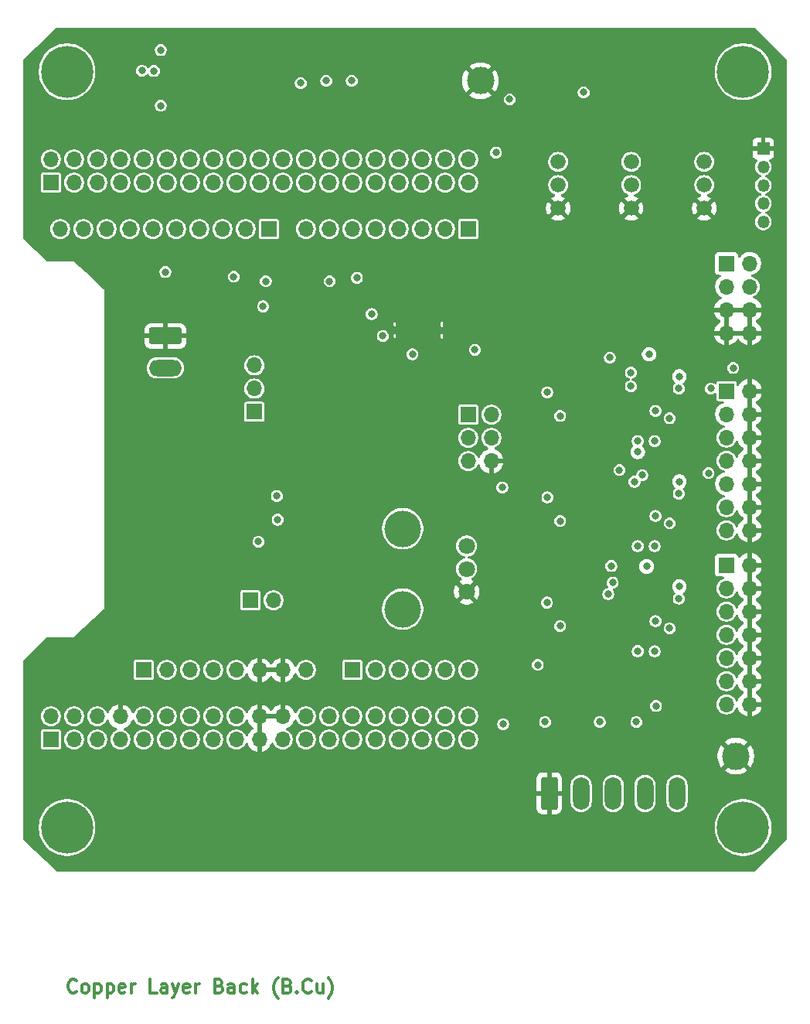
<source format=gbr>
G04 #@! TF.GenerationSoftware,KiCad,Pcbnew,9.0.3*
G04 #@! TF.CreationDate,2026-02-18T15:21:07+00:00*
G04 #@! TF.ProjectId,nevb_mtr1_c_1,6e657662-5f6d-4747-9231-5f635f312e6b,01*
G04 #@! TF.SameCoordinates,Original*
G04 #@! TF.FileFunction,Copper,L4,Bot*
G04 #@! TF.FilePolarity,Positive*
%FSLAX46Y46*%
G04 Gerber Fmt 4.6, Leading zero omitted, Abs format (unit mm)*
G04 Created by KiCad (PCBNEW 9.0.3) date 2026-02-18 15:21:07*
%MOMM*%
%LPD*%
G01*
G04 APERTURE LIST*
G04 Aperture macros list*
%AMRoundRect*
0 Rectangle with rounded corners*
0 $1 Rounding radius*
0 $2 $3 $4 $5 $6 $7 $8 $9 X,Y pos of 4 corners*
0 Add a 4 corners polygon primitive as box body*
4,1,4,$2,$3,$4,$5,$6,$7,$8,$9,$2,$3,0*
0 Add four circle primitives for the rounded corners*
1,1,$1+$1,$2,$3*
1,1,$1+$1,$4,$5*
1,1,$1+$1,$6,$7*
1,1,$1+$1,$8,$9*
0 Add four rect primitives between the rounded corners*
20,1,$1+$1,$2,$3,$4,$5,0*
20,1,$1+$1,$4,$5,$6,$7,0*
20,1,$1+$1,$6,$7,$8,$9,0*
20,1,$1+$1,$8,$9,$2,$3,0*%
G04 Aperture macros list end*
%ADD10C,0.300000*%
G04 #@! TA.AperFunction,NonConductor*
%ADD11C,0.300000*%
G04 #@! TD*
G04 #@! TA.AperFunction,ComponentPad*
%ADD12C,1.676400*%
G04 #@! TD*
G04 #@! TA.AperFunction,ComponentPad*
%ADD13C,5.700000*%
G04 #@! TD*
G04 #@! TA.AperFunction,ComponentPad*
%ADD14R,1.700000X1.700000*%
G04 #@! TD*
G04 #@! TA.AperFunction,ComponentPad*
%ADD15O,1.700000X1.700000*%
G04 #@! TD*
G04 #@! TA.AperFunction,ComponentPad*
%ADD16RoundRect,0.250000X-1.550000X0.650000X-1.550000X-0.650000X1.550000X-0.650000X1.550000X0.650000X0*%
G04 #@! TD*
G04 #@! TA.AperFunction,ComponentPad*
%ADD17O,3.600000X1.800000*%
G04 #@! TD*
G04 #@! TA.AperFunction,ComponentPad*
%ADD18C,3.000000*%
G04 #@! TD*
G04 #@! TA.AperFunction,ComponentPad*
%ADD19RoundRect,0.250000X-0.650000X-1.550000X0.650000X-1.550000X0.650000X1.550000X-0.650000X1.550000X0*%
G04 #@! TD*
G04 #@! TA.AperFunction,ComponentPad*
%ADD20O,1.800000X3.600000*%
G04 #@! TD*
G04 #@! TA.AperFunction,WasherPad*
%ADD21C,4.000000*%
G04 #@! TD*
G04 #@! TA.AperFunction,ComponentPad*
%ADD22C,1.800000*%
G04 #@! TD*
G04 #@! TA.AperFunction,HeatsinkPad*
%ADD23C,0.500000*%
G04 #@! TD*
G04 #@! TA.AperFunction,HeatsinkPad*
%ADD24R,4.900000X2.950000*%
G04 #@! TD*
G04 #@! TA.AperFunction,ComponentPad*
%ADD25R,1.350000X1.350000*%
G04 #@! TD*
G04 #@! TA.AperFunction,ComponentPad*
%ADD26O,1.350000X1.350000*%
G04 #@! TD*
G04 #@! TA.AperFunction,ViaPad*
%ADD27C,0.800000*%
G04 #@! TD*
G04 APERTURE END LIST*
D10*
D11*
X61863653Y-141897971D02*
X61792225Y-141969400D01*
X61792225Y-141969400D02*
X61577939Y-142040828D01*
X61577939Y-142040828D02*
X61435082Y-142040828D01*
X61435082Y-142040828D02*
X61220796Y-141969400D01*
X61220796Y-141969400D02*
X61077939Y-141826542D01*
X61077939Y-141826542D02*
X61006510Y-141683685D01*
X61006510Y-141683685D02*
X60935082Y-141397971D01*
X60935082Y-141397971D02*
X60935082Y-141183685D01*
X60935082Y-141183685D02*
X61006510Y-140897971D01*
X61006510Y-140897971D02*
X61077939Y-140755114D01*
X61077939Y-140755114D02*
X61220796Y-140612257D01*
X61220796Y-140612257D02*
X61435082Y-140540828D01*
X61435082Y-140540828D02*
X61577939Y-140540828D01*
X61577939Y-140540828D02*
X61792225Y-140612257D01*
X61792225Y-140612257D02*
X61863653Y-140683685D01*
X62720796Y-142040828D02*
X62577939Y-141969400D01*
X62577939Y-141969400D02*
X62506510Y-141897971D01*
X62506510Y-141897971D02*
X62435082Y-141755114D01*
X62435082Y-141755114D02*
X62435082Y-141326542D01*
X62435082Y-141326542D02*
X62506510Y-141183685D01*
X62506510Y-141183685D02*
X62577939Y-141112257D01*
X62577939Y-141112257D02*
X62720796Y-141040828D01*
X62720796Y-141040828D02*
X62935082Y-141040828D01*
X62935082Y-141040828D02*
X63077939Y-141112257D01*
X63077939Y-141112257D02*
X63149368Y-141183685D01*
X63149368Y-141183685D02*
X63220796Y-141326542D01*
X63220796Y-141326542D02*
X63220796Y-141755114D01*
X63220796Y-141755114D02*
X63149368Y-141897971D01*
X63149368Y-141897971D02*
X63077939Y-141969400D01*
X63077939Y-141969400D02*
X62935082Y-142040828D01*
X62935082Y-142040828D02*
X62720796Y-142040828D01*
X63863653Y-141040828D02*
X63863653Y-142540828D01*
X63863653Y-141112257D02*
X64006511Y-141040828D01*
X64006511Y-141040828D02*
X64292225Y-141040828D01*
X64292225Y-141040828D02*
X64435082Y-141112257D01*
X64435082Y-141112257D02*
X64506511Y-141183685D01*
X64506511Y-141183685D02*
X64577939Y-141326542D01*
X64577939Y-141326542D02*
X64577939Y-141755114D01*
X64577939Y-141755114D02*
X64506511Y-141897971D01*
X64506511Y-141897971D02*
X64435082Y-141969400D01*
X64435082Y-141969400D02*
X64292225Y-142040828D01*
X64292225Y-142040828D02*
X64006511Y-142040828D01*
X64006511Y-142040828D02*
X63863653Y-141969400D01*
X65220796Y-141040828D02*
X65220796Y-142540828D01*
X65220796Y-141112257D02*
X65363654Y-141040828D01*
X65363654Y-141040828D02*
X65649368Y-141040828D01*
X65649368Y-141040828D02*
X65792225Y-141112257D01*
X65792225Y-141112257D02*
X65863654Y-141183685D01*
X65863654Y-141183685D02*
X65935082Y-141326542D01*
X65935082Y-141326542D02*
X65935082Y-141755114D01*
X65935082Y-141755114D02*
X65863654Y-141897971D01*
X65863654Y-141897971D02*
X65792225Y-141969400D01*
X65792225Y-141969400D02*
X65649368Y-142040828D01*
X65649368Y-142040828D02*
X65363654Y-142040828D01*
X65363654Y-142040828D02*
X65220796Y-141969400D01*
X67149368Y-141969400D02*
X67006511Y-142040828D01*
X67006511Y-142040828D02*
X66720797Y-142040828D01*
X66720797Y-142040828D02*
X66577939Y-141969400D01*
X66577939Y-141969400D02*
X66506511Y-141826542D01*
X66506511Y-141826542D02*
X66506511Y-141255114D01*
X66506511Y-141255114D02*
X66577939Y-141112257D01*
X66577939Y-141112257D02*
X66720797Y-141040828D01*
X66720797Y-141040828D02*
X67006511Y-141040828D01*
X67006511Y-141040828D02*
X67149368Y-141112257D01*
X67149368Y-141112257D02*
X67220797Y-141255114D01*
X67220797Y-141255114D02*
X67220797Y-141397971D01*
X67220797Y-141397971D02*
X66506511Y-141540828D01*
X67863653Y-142040828D02*
X67863653Y-141040828D01*
X67863653Y-141326542D02*
X67935082Y-141183685D01*
X67935082Y-141183685D02*
X68006511Y-141112257D01*
X68006511Y-141112257D02*
X68149368Y-141040828D01*
X68149368Y-141040828D02*
X68292225Y-141040828D01*
X70649367Y-142040828D02*
X69935081Y-142040828D01*
X69935081Y-142040828D02*
X69935081Y-140540828D01*
X71792225Y-142040828D02*
X71792225Y-141255114D01*
X71792225Y-141255114D02*
X71720796Y-141112257D01*
X71720796Y-141112257D02*
X71577939Y-141040828D01*
X71577939Y-141040828D02*
X71292225Y-141040828D01*
X71292225Y-141040828D02*
X71149367Y-141112257D01*
X71792225Y-141969400D02*
X71649367Y-142040828D01*
X71649367Y-142040828D02*
X71292225Y-142040828D01*
X71292225Y-142040828D02*
X71149367Y-141969400D01*
X71149367Y-141969400D02*
X71077939Y-141826542D01*
X71077939Y-141826542D02*
X71077939Y-141683685D01*
X71077939Y-141683685D02*
X71149367Y-141540828D01*
X71149367Y-141540828D02*
X71292225Y-141469400D01*
X71292225Y-141469400D02*
X71649367Y-141469400D01*
X71649367Y-141469400D02*
X71792225Y-141397971D01*
X72363653Y-141040828D02*
X72720796Y-142040828D01*
X73077939Y-141040828D02*
X72720796Y-142040828D01*
X72720796Y-142040828D02*
X72577939Y-142397971D01*
X72577939Y-142397971D02*
X72506510Y-142469400D01*
X72506510Y-142469400D02*
X72363653Y-142540828D01*
X74220796Y-141969400D02*
X74077939Y-142040828D01*
X74077939Y-142040828D02*
X73792225Y-142040828D01*
X73792225Y-142040828D02*
X73649367Y-141969400D01*
X73649367Y-141969400D02*
X73577939Y-141826542D01*
X73577939Y-141826542D02*
X73577939Y-141255114D01*
X73577939Y-141255114D02*
X73649367Y-141112257D01*
X73649367Y-141112257D02*
X73792225Y-141040828D01*
X73792225Y-141040828D02*
X74077939Y-141040828D01*
X74077939Y-141040828D02*
X74220796Y-141112257D01*
X74220796Y-141112257D02*
X74292225Y-141255114D01*
X74292225Y-141255114D02*
X74292225Y-141397971D01*
X74292225Y-141397971D02*
X73577939Y-141540828D01*
X74935081Y-142040828D02*
X74935081Y-141040828D01*
X74935081Y-141326542D02*
X75006510Y-141183685D01*
X75006510Y-141183685D02*
X75077939Y-141112257D01*
X75077939Y-141112257D02*
X75220796Y-141040828D01*
X75220796Y-141040828D02*
X75363653Y-141040828D01*
X77506509Y-141255114D02*
X77720795Y-141326542D01*
X77720795Y-141326542D02*
X77792224Y-141397971D01*
X77792224Y-141397971D02*
X77863652Y-141540828D01*
X77863652Y-141540828D02*
X77863652Y-141755114D01*
X77863652Y-141755114D02*
X77792224Y-141897971D01*
X77792224Y-141897971D02*
X77720795Y-141969400D01*
X77720795Y-141969400D02*
X77577938Y-142040828D01*
X77577938Y-142040828D02*
X77006509Y-142040828D01*
X77006509Y-142040828D02*
X77006509Y-140540828D01*
X77006509Y-140540828D02*
X77506509Y-140540828D01*
X77506509Y-140540828D02*
X77649367Y-140612257D01*
X77649367Y-140612257D02*
X77720795Y-140683685D01*
X77720795Y-140683685D02*
X77792224Y-140826542D01*
X77792224Y-140826542D02*
X77792224Y-140969400D01*
X77792224Y-140969400D02*
X77720795Y-141112257D01*
X77720795Y-141112257D02*
X77649367Y-141183685D01*
X77649367Y-141183685D02*
X77506509Y-141255114D01*
X77506509Y-141255114D02*
X77006509Y-141255114D01*
X79149367Y-142040828D02*
X79149367Y-141255114D01*
X79149367Y-141255114D02*
X79077938Y-141112257D01*
X79077938Y-141112257D02*
X78935081Y-141040828D01*
X78935081Y-141040828D02*
X78649367Y-141040828D01*
X78649367Y-141040828D02*
X78506509Y-141112257D01*
X79149367Y-141969400D02*
X79006509Y-142040828D01*
X79006509Y-142040828D02*
X78649367Y-142040828D01*
X78649367Y-142040828D02*
X78506509Y-141969400D01*
X78506509Y-141969400D02*
X78435081Y-141826542D01*
X78435081Y-141826542D02*
X78435081Y-141683685D01*
X78435081Y-141683685D02*
X78506509Y-141540828D01*
X78506509Y-141540828D02*
X78649367Y-141469400D01*
X78649367Y-141469400D02*
X79006509Y-141469400D01*
X79006509Y-141469400D02*
X79149367Y-141397971D01*
X80506510Y-141969400D02*
X80363652Y-142040828D01*
X80363652Y-142040828D02*
X80077938Y-142040828D01*
X80077938Y-142040828D02*
X79935081Y-141969400D01*
X79935081Y-141969400D02*
X79863652Y-141897971D01*
X79863652Y-141897971D02*
X79792224Y-141755114D01*
X79792224Y-141755114D02*
X79792224Y-141326542D01*
X79792224Y-141326542D02*
X79863652Y-141183685D01*
X79863652Y-141183685D02*
X79935081Y-141112257D01*
X79935081Y-141112257D02*
X80077938Y-141040828D01*
X80077938Y-141040828D02*
X80363652Y-141040828D01*
X80363652Y-141040828D02*
X80506510Y-141112257D01*
X81149366Y-142040828D02*
X81149366Y-140540828D01*
X81292224Y-141469400D02*
X81720795Y-142040828D01*
X81720795Y-141040828D02*
X81149366Y-141612257D01*
X83935081Y-142612257D02*
X83863652Y-142540828D01*
X83863652Y-142540828D02*
X83720795Y-142326542D01*
X83720795Y-142326542D02*
X83649367Y-142183685D01*
X83649367Y-142183685D02*
X83577938Y-141969400D01*
X83577938Y-141969400D02*
X83506509Y-141612257D01*
X83506509Y-141612257D02*
X83506509Y-141326542D01*
X83506509Y-141326542D02*
X83577938Y-140969400D01*
X83577938Y-140969400D02*
X83649367Y-140755114D01*
X83649367Y-140755114D02*
X83720795Y-140612257D01*
X83720795Y-140612257D02*
X83863652Y-140397971D01*
X83863652Y-140397971D02*
X83935081Y-140326542D01*
X85006509Y-141255114D02*
X85220795Y-141326542D01*
X85220795Y-141326542D02*
X85292224Y-141397971D01*
X85292224Y-141397971D02*
X85363652Y-141540828D01*
X85363652Y-141540828D02*
X85363652Y-141755114D01*
X85363652Y-141755114D02*
X85292224Y-141897971D01*
X85292224Y-141897971D02*
X85220795Y-141969400D01*
X85220795Y-141969400D02*
X85077938Y-142040828D01*
X85077938Y-142040828D02*
X84506509Y-142040828D01*
X84506509Y-142040828D02*
X84506509Y-140540828D01*
X84506509Y-140540828D02*
X85006509Y-140540828D01*
X85006509Y-140540828D02*
X85149367Y-140612257D01*
X85149367Y-140612257D02*
X85220795Y-140683685D01*
X85220795Y-140683685D02*
X85292224Y-140826542D01*
X85292224Y-140826542D02*
X85292224Y-140969400D01*
X85292224Y-140969400D02*
X85220795Y-141112257D01*
X85220795Y-141112257D02*
X85149367Y-141183685D01*
X85149367Y-141183685D02*
X85006509Y-141255114D01*
X85006509Y-141255114D02*
X84506509Y-141255114D01*
X86006509Y-141897971D02*
X86077938Y-141969400D01*
X86077938Y-141969400D02*
X86006509Y-142040828D01*
X86006509Y-142040828D02*
X85935081Y-141969400D01*
X85935081Y-141969400D02*
X86006509Y-141897971D01*
X86006509Y-141897971D02*
X86006509Y-142040828D01*
X87577938Y-141897971D02*
X87506510Y-141969400D01*
X87506510Y-141969400D02*
X87292224Y-142040828D01*
X87292224Y-142040828D02*
X87149367Y-142040828D01*
X87149367Y-142040828D02*
X86935081Y-141969400D01*
X86935081Y-141969400D02*
X86792224Y-141826542D01*
X86792224Y-141826542D02*
X86720795Y-141683685D01*
X86720795Y-141683685D02*
X86649367Y-141397971D01*
X86649367Y-141397971D02*
X86649367Y-141183685D01*
X86649367Y-141183685D02*
X86720795Y-140897971D01*
X86720795Y-140897971D02*
X86792224Y-140755114D01*
X86792224Y-140755114D02*
X86935081Y-140612257D01*
X86935081Y-140612257D02*
X87149367Y-140540828D01*
X87149367Y-140540828D02*
X87292224Y-140540828D01*
X87292224Y-140540828D02*
X87506510Y-140612257D01*
X87506510Y-140612257D02*
X87577938Y-140683685D01*
X88863653Y-141040828D02*
X88863653Y-142040828D01*
X88220795Y-141040828D02*
X88220795Y-141826542D01*
X88220795Y-141826542D02*
X88292224Y-141969400D01*
X88292224Y-141969400D02*
X88435081Y-142040828D01*
X88435081Y-142040828D02*
X88649367Y-142040828D01*
X88649367Y-142040828D02*
X88792224Y-141969400D01*
X88792224Y-141969400D02*
X88863653Y-141897971D01*
X89435081Y-142612257D02*
X89506510Y-142540828D01*
X89506510Y-142540828D02*
X89649367Y-142326542D01*
X89649367Y-142326542D02*
X89720796Y-142183685D01*
X89720796Y-142183685D02*
X89792224Y-141969400D01*
X89792224Y-141969400D02*
X89863653Y-141612257D01*
X89863653Y-141612257D02*
X89863653Y-141326542D01*
X89863653Y-141326542D02*
X89792224Y-140969400D01*
X89792224Y-140969400D02*
X89720796Y-140755114D01*
X89720796Y-140755114D02*
X89649367Y-140612257D01*
X89649367Y-140612257D02*
X89506510Y-140397971D01*
X89506510Y-140397971D02*
X89435081Y-140326542D01*
D12*
X122634000Y-56134000D03*
X122634000Y-53594000D03*
X122634000Y-51054000D03*
X114633000Y-56134000D03*
X114633000Y-53594000D03*
X114633000Y-51054000D03*
X130635000Y-56134000D03*
X130635000Y-53594000D03*
X130635000Y-51054000D03*
D13*
X60833000Y-41180000D03*
D14*
X82931000Y-58420000D03*
D15*
X80391000Y-58420000D03*
X77851000Y-58420000D03*
X75311000Y-58420000D03*
X72771000Y-58420000D03*
X70231000Y-58420000D03*
X67691000Y-58420000D03*
X65151000Y-58420000D03*
X62611000Y-58420000D03*
X60071000Y-58420000D03*
D13*
X60833000Y-123920000D03*
D16*
X71604000Y-70114000D03*
D17*
X71604000Y-73614000D03*
D18*
X106121000Y-42180000D03*
D19*
X113659000Y-120181500D03*
D20*
X117159000Y-120181500D03*
X120659000Y-120181500D03*
X124159000Y-120181500D03*
X127659000Y-120181500D03*
D14*
X133073000Y-76146000D03*
D15*
X135613000Y-76146000D03*
X133073000Y-78686000D03*
X135613000Y-78686000D03*
X133073000Y-81226000D03*
X135613000Y-81226000D03*
X133073000Y-83766000D03*
X135613000Y-83766000D03*
X133073000Y-86306000D03*
X135613000Y-86306000D03*
X133073000Y-88846000D03*
X135613000Y-88846000D03*
X133073000Y-91386000D03*
X135613000Y-91386000D03*
D21*
X97604000Y-100014000D03*
X97604000Y-91214000D03*
D22*
X104604000Y-93114000D03*
X104604000Y-95614000D03*
X104604000Y-98114000D03*
D14*
X104775000Y-58420000D03*
D15*
X102235000Y-58420000D03*
X99695000Y-58420000D03*
X97155000Y-58420000D03*
X94615000Y-58420000D03*
X92075000Y-58420000D03*
X89535000Y-58420000D03*
X86995000Y-58420000D03*
D13*
X134897000Y-41180000D03*
X134897000Y-123920000D03*
D14*
X69215000Y-106680000D03*
D15*
X71755000Y-106680000D03*
X74295000Y-106680000D03*
X76835000Y-106680000D03*
X79375000Y-106680000D03*
X81915000Y-106680000D03*
X84455000Y-106680000D03*
X86995000Y-106680000D03*
D18*
X134104000Y-116114000D03*
D23*
X101254000Y-68814000D03*
X99954000Y-68814000D03*
X98654000Y-68814000D03*
X97354000Y-68814000D03*
D24*
X99304000Y-69464000D03*
D23*
X101254000Y-70114000D03*
X99954000Y-70114000D03*
X98654000Y-70114000D03*
X97354000Y-70114000D03*
D14*
X92075000Y-106680000D03*
D15*
X94615000Y-106680000D03*
X97155000Y-106680000D03*
X99695000Y-106680000D03*
X102235000Y-106680000D03*
X104775000Y-106680000D03*
D14*
X80899000Y-99060000D03*
D15*
X83439000Y-99060000D03*
D14*
X133073000Y-62176000D03*
D15*
X135613000Y-62176000D03*
X133073000Y-64716000D03*
X135613000Y-64716000D03*
X133073000Y-67256000D03*
X135613000Y-67256000D03*
X133073000Y-69796000D03*
X135613000Y-69796000D03*
D14*
X133073000Y-95196000D03*
D15*
X135613000Y-95196000D03*
X133073000Y-97736000D03*
X135613000Y-97736000D03*
X133073000Y-100276000D03*
X135613000Y-100276000D03*
X133073000Y-102816000D03*
X135613000Y-102816000D03*
X133073000Y-105356000D03*
X135613000Y-105356000D03*
X133073000Y-107896000D03*
X135613000Y-107896000D03*
X133073000Y-110436000D03*
X135613000Y-110436000D03*
D14*
X81354000Y-78419000D03*
D15*
X81354000Y-75879000D03*
X81354000Y-73339000D03*
D14*
X59055000Y-53340000D03*
D15*
X59055000Y-50800000D03*
X61595000Y-53340000D03*
X61595000Y-50800000D03*
X64135000Y-53340000D03*
X64135000Y-50800000D03*
X66675000Y-53340000D03*
X66675000Y-50800000D03*
X69215000Y-53340000D03*
X69215000Y-50800000D03*
X71755000Y-53340000D03*
X71755000Y-50800000D03*
X74295000Y-53340000D03*
X74295000Y-50800000D03*
X76835000Y-53340000D03*
X76835000Y-50800000D03*
X79375000Y-53340000D03*
X79375000Y-50800000D03*
X81915000Y-53340000D03*
X81915000Y-50800000D03*
X84455000Y-53340000D03*
X84455000Y-50800000D03*
X86995000Y-53340000D03*
X86995000Y-50800000D03*
X89535000Y-53340000D03*
X89535000Y-50800000D03*
X92075000Y-53340000D03*
X92075000Y-50800000D03*
X94615000Y-53340000D03*
X94615000Y-50800000D03*
X97155000Y-53340000D03*
X97155000Y-50800000D03*
X99695000Y-53340000D03*
X99695000Y-50800000D03*
X102235000Y-53340000D03*
X102235000Y-50800000D03*
X104775000Y-53340000D03*
X104775000Y-50800000D03*
D14*
X59055000Y-114300000D03*
D15*
X59055000Y-111760000D03*
X61595000Y-114300000D03*
X61595000Y-111760000D03*
X64135000Y-114300000D03*
X64135000Y-111760000D03*
X66675000Y-114300000D03*
X66675000Y-111760000D03*
X69215000Y-114300000D03*
X69215000Y-111760000D03*
X71755000Y-114300000D03*
X71755000Y-111760000D03*
X74295000Y-114300000D03*
X74295000Y-111760000D03*
X76835000Y-114300000D03*
X76835000Y-111760000D03*
X79375000Y-114300000D03*
X79375000Y-111760000D03*
X81915000Y-114300000D03*
X81915000Y-111760000D03*
X84455000Y-114300000D03*
X84455000Y-111760000D03*
X86995000Y-114300000D03*
X86995000Y-111760000D03*
X89535000Y-114300000D03*
X89535000Y-111760000D03*
X92075000Y-114300000D03*
X92075000Y-111760000D03*
X94615000Y-114300000D03*
X94615000Y-111760000D03*
X97155000Y-114300000D03*
X97155000Y-111760000D03*
X99695000Y-114300000D03*
X99695000Y-111760000D03*
X102235000Y-114300000D03*
X102235000Y-111760000D03*
X104775000Y-114300000D03*
X104775000Y-111760000D03*
D25*
X137104000Y-49614000D03*
D26*
X137104000Y-51614000D03*
X137104000Y-53614000D03*
X137104000Y-55614000D03*
X137104000Y-57614000D03*
D14*
X104775000Y-78740000D03*
D15*
X107315000Y-78740000D03*
X104775000Y-81280000D03*
X107315000Y-81280000D03*
X104775000Y-83820000D03*
X107315000Y-83820000D03*
D27*
X131354000Y-75864000D03*
X123354000Y-93114000D03*
X125304000Y-78314000D03*
X125215877Y-81618247D03*
X126854000Y-90614000D03*
X131104000Y-85114000D03*
X125215877Y-104618247D03*
X125215877Y-93118247D03*
X83823764Y-87627909D03*
X126854000Y-79114000D03*
X126854000Y-102114000D03*
X83909499Y-90217119D03*
X125304000Y-89814000D03*
X94204000Y-67714000D03*
X125304000Y-101314000D03*
X123354000Y-104614000D03*
X123354000Y-81614000D03*
X90854000Y-60114000D03*
X87801000Y-40715000D03*
X113193339Y-110824661D03*
X118277734Y-41432000D03*
X84981000Y-40715000D03*
X126950425Y-81135756D03*
X90004212Y-74256659D03*
X118114939Y-88720086D03*
X122854000Y-88614000D03*
X122854000Y-100114000D03*
X82076217Y-87169597D03*
X117604000Y-91364000D03*
X118114939Y-100220086D03*
X82161000Y-40715000D03*
X93640167Y-61628239D03*
X118114939Y-77220086D03*
X87354000Y-60114000D03*
X109347000Y-69850000D03*
X112854000Y-74364000D03*
X112648875Y-97388645D03*
X75104000Y-61114000D03*
X121354000Y-110864000D03*
X90595000Y-40715000D03*
X120554000Y-80364000D03*
X117354000Y-110839000D03*
X117604000Y-79864000D03*
X111379000Y-68326000D03*
X73660000Y-44720000D03*
X97517000Y-64262000D03*
X93389000Y-40715000D03*
X86194212Y-74256659D03*
X110253823Y-110594905D03*
X122854000Y-77114000D03*
X79341000Y-40715000D03*
X94604000Y-65114000D03*
X116354000Y-93364000D03*
X72854000Y-61114000D03*
X113411000Y-66802000D03*
X87464212Y-74256659D03*
X65484000Y-41084000D03*
X126950425Y-104135756D03*
X113411000Y-69850000D03*
X66424000Y-41094000D03*
X83854000Y-60114000D03*
X71074000Y-92176500D03*
X110191885Y-41649500D03*
X103975756Y-74387165D03*
X76521000Y-40715000D03*
X106045000Y-68326000D03*
X82104000Y-60114000D03*
X117604000Y-102864000D03*
X126950425Y-92635756D03*
X109347000Y-68326000D03*
X120554000Y-91864000D03*
X97517000Y-63246000D03*
X106045000Y-69850000D03*
X116354000Y-81864000D03*
X115443000Y-68326000D03*
X112854000Y-85864000D03*
X80825081Y-88005955D03*
X120554000Y-103364000D03*
X88734212Y-74256659D03*
X71104000Y-44904000D03*
X81811500Y-92628864D03*
X107823000Y-50038000D03*
X133804000Y-73614000D03*
X108604000Y-112614000D03*
X71104000Y-38814000D03*
X92028500Y-42180000D03*
X114854000Y-101864000D03*
X125354000Y-110614000D03*
X114854000Y-90364000D03*
X114854000Y-78864000D03*
X89234500Y-42180000D03*
X70354000Y-41104000D03*
X69047000Y-41067000D03*
X86440500Y-42434000D03*
X120304000Y-72492002D03*
X121354000Y-84784175D03*
X105519066Y-71624837D03*
X120453662Y-95289872D03*
X79104000Y-63614000D03*
X122604000Y-74114000D03*
X82604000Y-64114000D03*
X122604000Y-75614000D03*
X89604000Y-64114000D03*
X120604000Y-97114000D03*
X120121496Y-98364000D03*
X82312578Y-66877220D03*
X71604000Y-63114000D03*
X122990631Y-86068676D03*
X92592251Y-63748842D03*
X123847020Y-85355190D03*
X95427588Y-70114000D03*
X98669000Y-72114000D03*
X113455766Y-87775189D03*
X113431736Y-76292886D03*
X113408357Y-99303634D03*
X109331000Y-44212000D03*
X117427000Y-43450000D03*
X127914000Y-74554000D03*
X124604000Y-72114000D03*
X124325056Y-95351893D03*
X127914000Y-97554000D03*
X127914000Y-86054000D03*
X123354000Y-82814003D03*
X112404000Y-106114000D03*
X123204000Y-112364000D03*
X108514339Y-86692415D03*
X119204000Y-112364000D03*
X113204000Y-112364000D03*
X127854000Y-87364000D03*
X127854000Y-75864000D03*
X127854000Y-98864000D03*
G04 #@! TA.AperFunction,Conductor*
G36*
X82165000Y-113866988D02*
G01*
X82107993Y-113834075D01*
X81980826Y-113800000D01*
X81849174Y-113800000D01*
X81722007Y-113834075D01*
X81665000Y-113866988D01*
X81665000Y-112193012D01*
X81722007Y-112225925D01*
X81849174Y-112260000D01*
X81980826Y-112260000D01*
X82107993Y-112225925D01*
X82165000Y-112193012D01*
X82165000Y-113866988D01*
G37*
G04 #@! TD.AperFunction*
G04 #@! TA.AperFunction,Conductor*
G36*
X83989075Y-111567007D02*
G01*
X83955000Y-111694174D01*
X83955000Y-111825826D01*
X83989075Y-111952993D01*
X84021988Y-112010000D01*
X82348012Y-112010000D01*
X82380925Y-111952993D01*
X82415000Y-111825826D01*
X82415000Y-111694174D01*
X82380925Y-111567007D01*
X82348012Y-111510000D01*
X84021988Y-111510000D01*
X83989075Y-111567007D01*
G37*
G04 #@! TD.AperFunction*
G04 #@! TA.AperFunction,Conductor*
G36*
X135863000Y-110002988D02*
G01*
X135805993Y-109970075D01*
X135678826Y-109936000D01*
X135547174Y-109936000D01*
X135420007Y-109970075D01*
X135363000Y-110002988D01*
X135363000Y-108329012D01*
X135420007Y-108361925D01*
X135547174Y-108396000D01*
X135678826Y-108396000D01*
X135805993Y-108361925D01*
X135863000Y-108329012D01*
X135863000Y-110002988D01*
G37*
G04 #@! TD.AperFunction*
G04 #@! TA.AperFunction,Conductor*
G36*
X135863000Y-107462988D02*
G01*
X135805993Y-107430075D01*
X135678826Y-107396000D01*
X135547174Y-107396000D01*
X135420007Y-107430075D01*
X135363000Y-107462988D01*
X135363000Y-105789012D01*
X135420007Y-105821925D01*
X135547174Y-105856000D01*
X135678826Y-105856000D01*
X135805993Y-105821925D01*
X135863000Y-105789012D01*
X135863000Y-107462988D01*
G37*
G04 #@! TD.AperFunction*
G04 #@! TA.AperFunction,Conductor*
G36*
X135863000Y-104922988D02*
G01*
X135805993Y-104890075D01*
X135678826Y-104856000D01*
X135547174Y-104856000D01*
X135420007Y-104890075D01*
X135363000Y-104922988D01*
X135363000Y-103249012D01*
X135420007Y-103281925D01*
X135547174Y-103316000D01*
X135678826Y-103316000D01*
X135805993Y-103281925D01*
X135863000Y-103249012D01*
X135863000Y-104922988D01*
G37*
G04 #@! TD.AperFunction*
G04 #@! TA.AperFunction,Conductor*
G36*
X135863000Y-102382988D02*
G01*
X135805993Y-102350075D01*
X135678826Y-102316000D01*
X135547174Y-102316000D01*
X135420007Y-102350075D01*
X135363000Y-102382988D01*
X135363000Y-100709012D01*
X135420007Y-100741925D01*
X135547174Y-100776000D01*
X135678826Y-100776000D01*
X135805993Y-100741925D01*
X135863000Y-100709012D01*
X135863000Y-102382988D01*
G37*
G04 #@! TD.AperFunction*
G04 #@! TA.AperFunction,Conductor*
G36*
X135863000Y-99842988D02*
G01*
X135805993Y-99810075D01*
X135678826Y-99776000D01*
X135547174Y-99776000D01*
X135420007Y-99810075D01*
X135363000Y-99842988D01*
X135363000Y-98169012D01*
X135420007Y-98201925D01*
X135547174Y-98236000D01*
X135678826Y-98236000D01*
X135805993Y-98201925D01*
X135863000Y-98169012D01*
X135863000Y-99842988D01*
G37*
G04 #@! TD.AperFunction*
G04 #@! TA.AperFunction,Conductor*
G36*
X135863000Y-97302988D02*
G01*
X135805993Y-97270075D01*
X135678826Y-97236000D01*
X135547174Y-97236000D01*
X135420007Y-97270075D01*
X135363000Y-97302988D01*
X135363000Y-95629012D01*
X135420007Y-95661925D01*
X135547174Y-95696000D01*
X135678826Y-95696000D01*
X135805993Y-95661925D01*
X135863000Y-95629012D01*
X135863000Y-97302988D01*
G37*
G04 #@! TD.AperFunction*
G04 #@! TA.AperFunction,Conductor*
G36*
X83989075Y-106487007D02*
G01*
X83955000Y-106614174D01*
X83955000Y-106745826D01*
X83989075Y-106872993D01*
X84021988Y-106930000D01*
X82348012Y-106930000D01*
X82380925Y-106872993D01*
X82415000Y-106745826D01*
X82415000Y-106614174D01*
X82380925Y-106487007D01*
X82348012Y-106430000D01*
X84021988Y-106430000D01*
X83989075Y-106487007D01*
G37*
G04 #@! TD.AperFunction*
G04 #@! TA.AperFunction,Conductor*
G36*
X135863000Y-90952988D02*
G01*
X135805993Y-90920075D01*
X135678826Y-90886000D01*
X135547174Y-90886000D01*
X135420007Y-90920075D01*
X135363000Y-90952988D01*
X135363000Y-89279012D01*
X135420007Y-89311925D01*
X135547174Y-89346000D01*
X135678826Y-89346000D01*
X135805993Y-89311925D01*
X135863000Y-89279012D01*
X135863000Y-90952988D01*
G37*
G04 #@! TD.AperFunction*
G04 #@! TA.AperFunction,Conductor*
G36*
X135863000Y-88412988D02*
G01*
X135805993Y-88380075D01*
X135678826Y-88346000D01*
X135547174Y-88346000D01*
X135420007Y-88380075D01*
X135363000Y-88412988D01*
X135363000Y-86739012D01*
X135420007Y-86771925D01*
X135547174Y-86806000D01*
X135678826Y-86806000D01*
X135805993Y-86771925D01*
X135863000Y-86739012D01*
X135863000Y-88412988D01*
G37*
G04 #@! TD.AperFunction*
G04 #@! TA.AperFunction,Conductor*
G36*
X135863000Y-85872988D02*
G01*
X135805993Y-85840075D01*
X135678826Y-85806000D01*
X135547174Y-85806000D01*
X135420007Y-85840075D01*
X135363000Y-85872988D01*
X135363000Y-84199012D01*
X135420007Y-84231925D01*
X135547174Y-84266000D01*
X135678826Y-84266000D01*
X135805993Y-84231925D01*
X135863000Y-84199012D01*
X135863000Y-85872988D01*
G37*
G04 #@! TD.AperFunction*
G04 #@! TA.AperFunction,Conductor*
G36*
X135863000Y-83332988D02*
G01*
X135805993Y-83300075D01*
X135678826Y-83266000D01*
X135547174Y-83266000D01*
X135420007Y-83300075D01*
X135363000Y-83332988D01*
X135363000Y-81659012D01*
X135420007Y-81691925D01*
X135547174Y-81726000D01*
X135678826Y-81726000D01*
X135805993Y-81691925D01*
X135863000Y-81659012D01*
X135863000Y-83332988D01*
G37*
G04 #@! TD.AperFunction*
G04 #@! TA.AperFunction,Conductor*
G36*
X135863000Y-80792988D02*
G01*
X135805993Y-80760075D01*
X135678826Y-80726000D01*
X135547174Y-80726000D01*
X135420007Y-80760075D01*
X135363000Y-80792988D01*
X135363000Y-79119012D01*
X135420007Y-79151925D01*
X135547174Y-79186000D01*
X135678826Y-79186000D01*
X135805993Y-79151925D01*
X135863000Y-79119012D01*
X135863000Y-80792988D01*
G37*
G04 #@! TD.AperFunction*
G04 #@! TA.AperFunction,Conductor*
G36*
X135863000Y-78252988D02*
G01*
X135805993Y-78220075D01*
X135678826Y-78186000D01*
X135547174Y-78186000D01*
X135420007Y-78220075D01*
X135363000Y-78252988D01*
X135363000Y-76579012D01*
X135420007Y-76611925D01*
X135547174Y-76646000D01*
X135678826Y-76646000D01*
X135805993Y-76611925D01*
X135863000Y-76579012D01*
X135863000Y-78252988D01*
G37*
G04 #@! TD.AperFunction*
G04 #@! TA.AperFunction,Conductor*
G36*
X135147075Y-69603007D02*
G01*
X135113000Y-69730174D01*
X135113000Y-69861826D01*
X135147075Y-69988993D01*
X135179988Y-70046000D01*
X133506012Y-70046000D01*
X133538925Y-69988993D01*
X133573000Y-69861826D01*
X133573000Y-69730174D01*
X133538925Y-69603007D01*
X133506012Y-69546000D01*
X135179988Y-69546000D01*
X135147075Y-69603007D01*
G37*
G04 #@! TD.AperFunction*
G04 #@! TA.AperFunction,Conductor*
G36*
X133323000Y-69362988D02*
G01*
X133265993Y-69330075D01*
X133138826Y-69296000D01*
X133007174Y-69296000D01*
X132880007Y-69330075D01*
X132823000Y-69362988D01*
X132823000Y-67689012D01*
X132880007Y-67721925D01*
X133007174Y-67756000D01*
X133138826Y-67756000D01*
X133265993Y-67721925D01*
X133323000Y-67689012D01*
X133323000Y-69362988D01*
G37*
G04 #@! TD.AperFunction*
G04 #@! TA.AperFunction,Conductor*
G36*
X135863000Y-69362988D02*
G01*
X135805993Y-69330075D01*
X135678826Y-69296000D01*
X135547174Y-69296000D01*
X135420007Y-69330075D01*
X135363000Y-69362988D01*
X135363000Y-67689012D01*
X135420007Y-67721925D01*
X135547174Y-67756000D01*
X135678826Y-67756000D01*
X135805993Y-67721925D01*
X135863000Y-67689012D01*
X135863000Y-69362988D01*
G37*
G04 #@! TD.AperFunction*
G04 #@! TA.AperFunction,Conductor*
G36*
X135147075Y-67063007D02*
G01*
X135113000Y-67190174D01*
X135113000Y-67321826D01*
X135147075Y-67448993D01*
X135179988Y-67506000D01*
X133506012Y-67506000D01*
X133538925Y-67448993D01*
X133573000Y-67321826D01*
X133573000Y-67190174D01*
X133538925Y-67063007D01*
X133506012Y-67006000D01*
X135179988Y-67006000D01*
X135147075Y-67063007D01*
G37*
G04 #@! TD.AperFunction*
G04 #@! TA.AperFunction,Conductor*
G36*
X136182470Y-36374185D02*
G01*
X136203112Y-36390819D01*
X139686181Y-39873888D01*
X139719666Y-39935211D01*
X139722500Y-39961569D01*
X139722500Y-125138431D01*
X139702815Y-125205470D01*
X139686181Y-125226112D01*
X136203112Y-128709181D01*
X136141789Y-128742666D01*
X136115431Y-128745500D01*
X59740295Y-128745500D01*
X59673256Y-128725815D01*
X59654165Y-128710706D01*
X57315441Y-126452628D01*
X56835528Y-125989263D01*
X56045370Y-125226352D01*
X56010815Y-125165625D01*
X56007500Y-125137146D01*
X56007500Y-123745875D01*
X57732500Y-123745875D01*
X57732500Y-124094124D01*
X57771489Y-124440158D01*
X57771491Y-124440170D01*
X57848982Y-124779684D01*
X57848985Y-124779692D01*
X57963999Y-125108382D01*
X58115092Y-125422130D01*
X58300371Y-125716999D01*
X58300372Y-125717001D01*
X58517487Y-125989256D01*
X58763743Y-126235512D01*
X59035998Y-126452627D01*
X59036001Y-126452628D01*
X59036003Y-126452630D01*
X59330867Y-126637906D01*
X59644621Y-126789002D01*
X59891488Y-126875384D01*
X59973307Y-126904014D01*
X59973315Y-126904017D01*
X59973318Y-126904017D01*
X59973319Y-126904018D01*
X60312829Y-126981509D01*
X60658876Y-127020499D01*
X60658877Y-127020500D01*
X60658880Y-127020500D01*
X61007123Y-127020500D01*
X61007123Y-127020499D01*
X61353171Y-126981509D01*
X61692681Y-126904018D01*
X62021379Y-126789002D01*
X62335133Y-126637906D01*
X62629997Y-126452630D01*
X62630001Y-126452627D01*
X62902256Y-126235512D01*
X62902258Y-126235509D01*
X62902263Y-126235506D01*
X63148506Y-125989263D01*
X63365630Y-125716997D01*
X63550906Y-125422133D01*
X63702002Y-125108379D01*
X63817018Y-124779681D01*
X63894509Y-124440171D01*
X63933500Y-124094120D01*
X63933500Y-123745880D01*
X63933499Y-123745875D01*
X131796500Y-123745875D01*
X131796500Y-124094124D01*
X131835489Y-124440158D01*
X131835491Y-124440170D01*
X131912982Y-124779684D01*
X131912985Y-124779692D01*
X132027999Y-125108382D01*
X132179092Y-125422130D01*
X132364371Y-125716999D01*
X132364372Y-125717001D01*
X132581487Y-125989256D01*
X132827743Y-126235512D01*
X133099998Y-126452627D01*
X133100001Y-126452628D01*
X133100003Y-126452630D01*
X133394867Y-126637906D01*
X133708621Y-126789002D01*
X133955488Y-126875384D01*
X134037307Y-126904014D01*
X134037315Y-126904017D01*
X134037318Y-126904017D01*
X134037319Y-126904018D01*
X134376829Y-126981509D01*
X134722876Y-127020499D01*
X134722877Y-127020500D01*
X134722880Y-127020500D01*
X135071123Y-127020500D01*
X135071123Y-127020499D01*
X135417171Y-126981509D01*
X135756681Y-126904018D01*
X136085379Y-126789002D01*
X136399133Y-126637906D01*
X136693997Y-126452630D01*
X136694001Y-126452627D01*
X136966256Y-126235512D01*
X136966258Y-126235509D01*
X136966263Y-126235506D01*
X137212506Y-125989263D01*
X137429630Y-125716997D01*
X137614906Y-125422133D01*
X137766002Y-125108379D01*
X137881018Y-124779681D01*
X137958509Y-124440171D01*
X137997500Y-124094120D01*
X137997500Y-123745880D01*
X137958509Y-123399829D01*
X137881018Y-123060319D01*
X137766002Y-122731621D01*
X137614906Y-122417867D01*
X137429630Y-122123003D01*
X137429628Y-122123000D01*
X137429627Y-122122998D01*
X137212512Y-121850743D01*
X136966256Y-121604487D01*
X136694001Y-121387372D01*
X136693999Y-121387371D01*
X136399130Y-121202092D01*
X136085382Y-121050999D01*
X135756692Y-120935985D01*
X135756684Y-120935982D01*
X135502048Y-120877863D01*
X135417171Y-120858491D01*
X135417167Y-120858490D01*
X135417158Y-120858489D01*
X135071124Y-120819500D01*
X135071120Y-120819500D01*
X134722880Y-120819500D01*
X134722875Y-120819500D01*
X134376841Y-120858489D01*
X134376829Y-120858491D01*
X134037315Y-120935982D01*
X134037307Y-120935985D01*
X133708617Y-121050999D01*
X133394869Y-121202092D01*
X133100000Y-121387371D01*
X133099998Y-121387372D01*
X132827743Y-121604487D01*
X132581487Y-121850743D01*
X132364372Y-122122998D01*
X132364371Y-122123000D01*
X132179092Y-122417869D01*
X132027999Y-122731617D01*
X131912985Y-123060307D01*
X131912982Y-123060315D01*
X131835491Y-123399829D01*
X131835489Y-123399841D01*
X131796500Y-123745875D01*
X63933499Y-123745875D01*
X63894509Y-123399829D01*
X63817018Y-123060319D01*
X63702002Y-122731621D01*
X63550906Y-122417867D01*
X63365630Y-122123003D01*
X63365628Y-122123000D01*
X63365627Y-122122998D01*
X63148512Y-121850743D01*
X62902256Y-121604487D01*
X62630001Y-121387372D01*
X62629999Y-121387371D01*
X62335130Y-121202092D01*
X62021382Y-121050999D01*
X61692692Y-120935985D01*
X61692684Y-120935982D01*
X61438048Y-120877863D01*
X61353171Y-120858491D01*
X61353167Y-120858490D01*
X61353158Y-120858489D01*
X61007124Y-120819500D01*
X61007120Y-120819500D01*
X60658880Y-120819500D01*
X60658875Y-120819500D01*
X60312841Y-120858489D01*
X60312829Y-120858491D01*
X59973315Y-120935982D01*
X59973307Y-120935985D01*
X59644617Y-121050999D01*
X59330869Y-121202092D01*
X59036000Y-121387371D01*
X59035998Y-121387372D01*
X58763743Y-121604487D01*
X58517487Y-121850743D01*
X58300372Y-122122998D01*
X58300371Y-122123000D01*
X58115092Y-122417869D01*
X57963999Y-122731617D01*
X57848985Y-123060307D01*
X57848982Y-123060315D01*
X57771491Y-123399829D01*
X57771489Y-123399841D01*
X57732500Y-123745875D01*
X56007500Y-123745875D01*
X56007500Y-118581513D01*
X112259000Y-118581513D01*
X112259000Y-119931500D01*
X113110518Y-119931500D01*
X113099889Y-119949909D01*
X113059000Y-120102509D01*
X113059000Y-120260491D01*
X113099889Y-120413091D01*
X113110518Y-120431500D01*
X112259001Y-120431500D01*
X112259001Y-121781486D01*
X112269494Y-121884197D01*
X112324641Y-122050619D01*
X112324643Y-122050624D01*
X112416684Y-122199845D01*
X112540654Y-122323815D01*
X112689875Y-122415856D01*
X112689880Y-122415858D01*
X112856302Y-122471005D01*
X112856309Y-122471006D01*
X112959019Y-122481499D01*
X113408999Y-122481499D01*
X113409000Y-122481498D01*
X113409000Y-120729982D01*
X113427409Y-120740611D01*
X113580009Y-120781500D01*
X113737991Y-120781500D01*
X113890591Y-120740611D01*
X113909000Y-120729982D01*
X113909000Y-122481499D01*
X114358972Y-122481499D01*
X114358986Y-122481498D01*
X114461697Y-122471005D01*
X114628119Y-122415858D01*
X114628124Y-122415856D01*
X114777345Y-122323815D01*
X114901315Y-122199845D01*
X114993356Y-122050624D01*
X114993358Y-122050619D01*
X115048505Y-121884197D01*
X115048506Y-121884190D01*
X115058999Y-121781486D01*
X115059000Y-121781473D01*
X115059000Y-120431500D01*
X114207482Y-120431500D01*
X114218111Y-120413091D01*
X114259000Y-120260491D01*
X114259000Y-120102509D01*
X114218111Y-119949909D01*
X114207482Y-119931500D01*
X115058999Y-119931500D01*
X115058999Y-119190948D01*
X116008500Y-119190948D01*
X116008500Y-121172051D01*
X116036829Y-121350910D01*
X116092787Y-121523136D01*
X116092788Y-121523139D01*
X116175006Y-121684497D01*
X116281441Y-121830994D01*
X116281445Y-121830999D01*
X116409500Y-121959054D01*
X116409505Y-121959058D01*
X116535529Y-122050619D01*
X116556006Y-122065496D01*
X116661484Y-122119240D01*
X116717360Y-122147711D01*
X116717363Y-122147712D01*
X116803476Y-122175691D01*
X116889591Y-122203671D01*
X116972429Y-122216791D01*
X117068449Y-122232000D01*
X117068454Y-122232000D01*
X117249551Y-122232000D01*
X117336259Y-122218265D01*
X117428409Y-122203671D01*
X117600639Y-122147711D01*
X117761994Y-122065496D01*
X117908501Y-121959053D01*
X118036553Y-121831001D01*
X118142996Y-121684494D01*
X118225211Y-121523139D01*
X118281171Y-121350909D01*
X118304741Y-121202094D01*
X118309500Y-121172051D01*
X118309500Y-119190948D01*
X119508500Y-119190948D01*
X119508500Y-121172051D01*
X119536829Y-121350910D01*
X119592787Y-121523136D01*
X119592788Y-121523139D01*
X119675006Y-121684497D01*
X119781441Y-121830994D01*
X119781445Y-121830999D01*
X119909500Y-121959054D01*
X119909505Y-121959058D01*
X120035529Y-122050619D01*
X120056006Y-122065496D01*
X120161484Y-122119240D01*
X120217360Y-122147711D01*
X120217363Y-122147712D01*
X120303476Y-122175691D01*
X120389591Y-122203671D01*
X120472429Y-122216791D01*
X120568449Y-122232000D01*
X120568454Y-122232000D01*
X120749551Y-122232000D01*
X120836259Y-122218265D01*
X120928409Y-122203671D01*
X121100639Y-122147711D01*
X121261994Y-122065496D01*
X121408501Y-121959053D01*
X121536553Y-121831001D01*
X121642996Y-121684494D01*
X121725211Y-121523139D01*
X121781171Y-121350909D01*
X121804741Y-121202094D01*
X121809500Y-121172051D01*
X121809500Y-119190948D01*
X123008500Y-119190948D01*
X123008500Y-121172051D01*
X123036829Y-121350910D01*
X123092787Y-121523136D01*
X123092788Y-121523139D01*
X123175006Y-121684497D01*
X123281441Y-121830994D01*
X123281445Y-121830999D01*
X123409500Y-121959054D01*
X123409505Y-121959058D01*
X123535529Y-122050619D01*
X123556006Y-122065496D01*
X123661484Y-122119240D01*
X123717360Y-122147711D01*
X123717363Y-122147712D01*
X123803476Y-122175691D01*
X123889591Y-122203671D01*
X123972429Y-122216791D01*
X124068449Y-122232000D01*
X124068454Y-122232000D01*
X124249551Y-122232000D01*
X124336259Y-122218265D01*
X124428409Y-122203671D01*
X124600639Y-122147711D01*
X124761994Y-122065496D01*
X124908501Y-121959053D01*
X125036553Y-121831001D01*
X125142996Y-121684494D01*
X125225211Y-121523139D01*
X125281171Y-121350909D01*
X125304741Y-121202094D01*
X125309500Y-121172051D01*
X125309500Y-119190948D01*
X126508500Y-119190948D01*
X126508500Y-121172051D01*
X126536829Y-121350910D01*
X126592787Y-121523136D01*
X126592788Y-121523139D01*
X126675006Y-121684497D01*
X126781441Y-121830994D01*
X126781445Y-121830999D01*
X126909500Y-121959054D01*
X126909505Y-121959058D01*
X127035529Y-122050619D01*
X127056006Y-122065496D01*
X127161484Y-122119240D01*
X127217360Y-122147711D01*
X127217363Y-122147712D01*
X127303476Y-122175691D01*
X127389591Y-122203671D01*
X127472429Y-122216791D01*
X127568449Y-122232000D01*
X127568454Y-122232000D01*
X127749551Y-122232000D01*
X127836259Y-122218265D01*
X127928409Y-122203671D01*
X128100639Y-122147711D01*
X128261994Y-122065496D01*
X128408501Y-121959053D01*
X128536553Y-121831001D01*
X128642996Y-121684494D01*
X128725211Y-121523139D01*
X128781171Y-121350909D01*
X128804741Y-121202094D01*
X128809500Y-121172051D01*
X128809500Y-119190948D01*
X128793019Y-119086897D01*
X128781171Y-119012091D01*
X128725211Y-118839861D01*
X128725211Y-118839860D01*
X128696740Y-118783984D01*
X128642996Y-118678506D01*
X128572527Y-118581513D01*
X128536558Y-118532005D01*
X128536554Y-118532000D01*
X128408499Y-118403945D01*
X128408494Y-118403941D01*
X128261997Y-118297506D01*
X128261996Y-118297505D01*
X128261994Y-118297504D01*
X128210300Y-118271164D01*
X128100639Y-118215288D01*
X128100636Y-118215287D01*
X127928410Y-118159329D01*
X127749551Y-118131000D01*
X127749546Y-118131000D01*
X127568454Y-118131000D01*
X127568449Y-118131000D01*
X127389589Y-118159329D01*
X127217363Y-118215287D01*
X127217360Y-118215288D01*
X127056002Y-118297506D01*
X126909505Y-118403941D01*
X126909500Y-118403945D01*
X126781445Y-118532000D01*
X126781441Y-118532005D01*
X126675006Y-118678502D01*
X126592788Y-118839860D01*
X126592787Y-118839863D01*
X126536829Y-119012089D01*
X126508500Y-119190948D01*
X125309500Y-119190948D01*
X125293019Y-119086897D01*
X125281171Y-119012091D01*
X125225211Y-118839861D01*
X125225211Y-118839860D01*
X125196740Y-118783984D01*
X125142996Y-118678506D01*
X125072527Y-118581513D01*
X125036558Y-118532005D01*
X125036554Y-118532000D01*
X124908499Y-118403945D01*
X124908494Y-118403941D01*
X124761997Y-118297506D01*
X124761996Y-118297505D01*
X124761994Y-118297504D01*
X124710300Y-118271164D01*
X124600639Y-118215288D01*
X124600636Y-118215287D01*
X124428410Y-118159329D01*
X124249551Y-118131000D01*
X124249546Y-118131000D01*
X124068454Y-118131000D01*
X124068449Y-118131000D01*
X123889589Y-118159329D01*
X123717363Y-118215287D01*
X123717360Y-118215288D01*
X123556002Y-118297506D01*
X123409505Y-118403941D01*
X123409500Y-118403945D01*
X123281445Y-118532000D01*
X123281441Y-118532005D01*
X123175006Y-118678502D01*
X123092788Y-118839860D01*
X123092787Y-118839863D01*
X123036829Y-119012089D01*
X123008500Y-119190948D01*
X121809500Y-119190948D01*
X121793019Y-119086897D01*
X121781171Y-119012091D01*
X121725211Y-118839861D01*
X121725211Y-118839860D01*
X121696740Y-118783984D01*
X121642996Y-118678506D01*
X121572527Y-118581513D01*
X121536558Y-118532005D01*
X121536554Y-118532000D01*
X121408499Y-118403945D01*
X121408494Y-118403941D01*
X121261997Y-118297506D01*
X121261996Y-118297505D01*
X121261994Y-118297504D01*
X121210300Y-118271164D01*
X121100639Y-118215288D01*
X121100636Y-118215287D01*
X120928410Y-118159329D01*
X120749551Y-118131000D01*
X120749546Y-118131000D01*
X120568454Y-118131000D01*
X120568449Y-118131000D01*
X120389589Y-118159329D01*
X120217363Y-118215287D01*
X120217360Y-118215288D01*
X120056002Y-118297506D01*
X119909505Y-118403941D01*
X119909500Y-118403945D01*
X119781445Y-118532000D01*
X119781441Y-118532005D01*
X119675006Y-118678502D01*
X119592788Y-118839860D01*
X119592787Y-118839863D01*
X119536829Y-119012089D01*
X119508500Y-119190948D01*
X118309500Y-119190948D01*
X118293019Y-119086897D01*
X118281171Y-119012091D01*
X118225211Y-118839861D01*
X118225211Y-118839860D01*
X118196740Y-118783984D01*
X118142996Y-118678506D01*
X118072527Y-118581513D01*
X118036558Y-118532005D01*
X118036554Y-118532000D01*
X117908499Y-118403945D01*
X117908494Y-118403941D01*
X117761997Y-118297506D01*
X117761996Y-118297505D01*
X117761994Y-118297504D01*
X117710300Y-118271164D01*
X117600639Y-118215288D01*
X117600636Y-118215287D01*
X117428410Y-118159329D01*
X117249551Y-118131000D01*
X117249546Y-118131000D01*
X117068454Y-118131000D01*
X117068449Y-118131000D01*
X116889589Y-118159329D01*
X116717363Y-118215287D01*
X116717360Y-118215288D01*
X116556002Y-118297506D01*
X116409505Y-118403941D01*
X116409500Y-118403945D01*
X116281445Y-118532000D01*
X116281441Y-118532005D01*
X116175006Y-118678502D01*
X116092788Y-118839860D01*
X116092787Y-118839863D01*
X116036829Y-119012089D01*
X116008500Y-119190948D01*
X115058999Y-119190948D01*
X115058999Y-118581528D01*
X115058998Y-118581513D01*
X115048505Y-118478802D01*
X114993358Y-118312380D01*
X114993356Y-118312375D01*
X114901315Y-118163154D01*
X114777345Y-118039184D01*
X114628124Y-117947143D01*
X114628119Y-117947141D01*
X114461697Y-117891994D01*
X114461690Y-117891993D01*
X114358986Y-117881500D01*
X113909000Y-117881500D01*
X113909000Y-119633017D01*
X113890591Y-119622389D01*
X113737991Y-119581500D01*
X113580009Y-119581500D01*
X113427409Y-119622389D01*
X113409000Y-119633017D01*
X113409000Y-117881500D01*
X112959028Y-117881500D01*
X112959012Y-117881501D01*
X112856302Y-117891994D01*
X112689880Y-117947141D01*
X112689875Y-117947143D01*
X112540654Y-118039184D01*
X112416684Y-118163154D01*
X112324643Y-118312375D01*
X112324641Y-118312380D01*
X112269494Y-118478802D01*
X112269493Y-118478809D01*
X112259000Y-118581513D01*
X56007500Y-118581513D01*
X56007500Y-115982905D01*
X132104000Y-115982905D01*
X132104000Y-116245094D01*
X132138220Y-116505009D01*
X132138222Y-116505020D01*
X132206075Y-116758255D01*
X132306404Y-117000471D01*
X132306409Y-117000482D01*
X132437488Y-117227516D01*
X132437494Y-117227524D01*
X132524080Y-117340365D01*
X133426421Y-116438024D01*
X133439359Y-116469258D01*
X133521437Y-116592097D01*
X133625903Y-116696563D01*
X133748742Y-116778641D01*
X133779974Y-116791577D01*
X132877633Y-117693917D01*
X132877633Y-117693918D01*
X132990475Y-117780505D01*
X132990483Y-117780511D01*
X133217517Y-117911590D01*
X133217528Y-117911595D01*
X133459744Y-118011924D01*
X133712979Y-118079777D01*
X133712990Y-118079779D01*
X133972905Y-118113999D01*
X133972920Y-118114000D01*
X134235080Y-118114000D01*
X134235094Y-118113999D01*
X134495009Y-118079779D01*
X134495020Y-118079777D01*
X134748255Y-118011924D01*
X134990471Y-117911595D01*
X134990482Y-117911590D01*
X135217516Y-117780511D01*
X135217534Y-117780499D01*
X135330365Y-117693919D01*
X135330365Y-117693917D01*
X134428025Y-116791578D01*
X134459258Y-116778641D01*
X134582097Y-116696563D01*
X134686563Y-116592097D01*
X134768641Y-116469258D01*
X134781578Y-116438025D01*
X135683917Y-117340365D01*
X135683919Y-117340365D01*
X135770499Y-117227534D01*
X135770511Y-117227516D01*
X135901590Y-117000482D01*
X135901595Y-117000471D01*
X136001924Y-116758255D01*
X136069777Y-116505020D01*
X136069779Y-116505009D01*
X136103999Y-116245094D01*
X136104000Y-116245080D01*
X136104000Y-115982919D01*
X136103999Y-115982905D01*
X136069779Y-115722990D01*
X136069777Y-115722979D01*
X136001924Y-115469744D01*
X135901595Y-115227528D01*
X135901590Y-115227517D01*
X135770511Y-115000483D01*
X135770505Y-115000475D01*
X135683918Y-114887633D01*
X135683917Y-114887633D01*
X134781577Y-115789973D01*
X134768641Y-115758742D01*
X134686563Y-115635903D01*
X134582097Y-115531437D01*
X134459258Y-115449359D01*
X134428023Y-115436421D01*
X135330365Y-114534080D01*
X135217524Y-114447494D01*
X135217516Y-114447488D01*
X134990482Y-114316409D01*
X134990471Y-114316404D01*
X134748255Y-114216075D01*
X134495020Y-114148222D01*
X134495009Y-114148220D01*
X134235094Y-114114000D01*
X133972905Y-114114000D01*
X133712990Y-114148220D01*
X133712979Y-114148222D01*
X133459744Y-114216075D01*
X133217528Y-114316404D01*
X133217517Y-114316409D01*
X132990471Y-114447496D01*
X132877633Y-114534079D01*
X132877633Y-114534080D01*
X133779974Y-115436421D01*
X133748742Y-115449359D01*
X133625903Y-115531437D01*
X133521437Y-115635903D01*
X133439359Y-115758742D01*
X133426421Y-115789974D01*
X132524080Y-114887633D01*
X132524079Y-114887633D01*
X132437496Y-115000471D01*
X132306409Y-115227517D01*
X132306404Y-115227528D01*
X132206075Y-115469744D01*
X132138222Y-115722979D01*
X132138220Y-115722990D01*
X132104000Y-115982905D01*
X56007500Y-115982905D01*
X56007500Y-113425321D01*
X57954500Y-113425321D01*
X57954500Y-115174678D01*
X57969032Y-115247735D01*
X57969033Y-115247739D01*
X57969034Y-115247740D01*
X58024399Y-115330601D01*
X58107260Y-115385966D01*
X58107264Y-115385967D01*
X58180321Y-115400499D01*
X58180324Y-115400500D01*
X58180326Y-115400500D01*
X59929676Y-115400500D01*
X59929677Y-115400499D01*
X60002740Y-115385966D01*
X60085601Y-115330601D01*
X60140966Y-115247740D01*
X60155500Y-115174674D01*
X60155500Y-114213389D01*
X60494500Y-114213389D01*
X60494500Y-114386610D01*
X60517856Y-114534079D01*
X60521598Y-114557701D01*
X60575127Y-114722445D01*
X60653768Y-114876788D01*
X60755586Y-115016928D01*
X60878072Y-115139414D01*
X61018212Y-115241232D01*
X61172555Y-115319873D01*
X61337299Y-115373402D01*
X61508389Y-115400500D01*
X61508390Y-115400500D01*
X61681610Y-115400500D01*
X61681611Y-115400500D01*
X61852701Y-115373402D01*
X62017445Y-115319873D01*
X62171788Y-115241232D01*
X62311928Y-115139414D01*
X62434414Y-115016928D01*
X62536232Y-114876788D01*
X62614873Y-114722445D01*
X62668402Y-114557701D01*
X62695500Y-114386611D01*
X62695500Y-114213389D01*
X63034500Y-114213389D01*
X63034500Y-114386610D01*
X63057856Y-114534079D01*
X63061598Y-114557701D01*
X63115127Y-114722445D01*
X63193768Y-114876788D01*
X63295586Y-115016928D01*
X63418072Y-115139414D01*
X63558212Y-115241232D01*
X63712555Y-115319873D01*
X63877299Y-115373402D01*
X64048389Y-115400500D01*
X64048390Y-115400500D01*
X64221610Y-115400500D01*
X64221611Y-115400500D01*
X64392701Y-115373402D01*
X64557445Y-115319873D01*
X64711788Y-115241232D01*
X64851928Y-115139414D01*
X64974414Y-115016928D01*
X65076232Y-114876788D01*
X65154873Y-114722445D01*
X65208402Y-114557701D01*
X65235500Y-114386611D01*
X65235500Y-114213389D01*
X65208402Y-114042299D01*
X65154873Y-113877555D01*
X65076232Y-113723212D01*
X64974414Y-113583072D01*
X64851928Y-113460586D01*
X64711788Y-113358768D01*
X64557445Y-113280127D01*
X64392701Y-113226598D01*
X64392699Y-113226597D01*
X64392698Y-113226597D01*
X64261271Y-113205781D01*
X64221611Y-113199500D01*
X64048389Y-113199500D01*
X64008728Y-113205781D01*
X63877302Y-113226597D01*
X63877299Y-113226598D01*
X63717923Y-113278383D01*
X63712552Y-113280128D01*
X63558211Y-113358768D01*
X63478256Y-113416859D01*
X63418072Y-113460586D01*
X63418070Y-113460588D01*
X63418069Y-113460588D01*
X63295588Y-113583069D01*
X63295588Y-113583070D01*
X63295586Y-113583072D01*
X63251859Y-113643256D01*
X63193768Y-113723211D01*
X63115128Y-113877552D01*
X63061597Y-114042302D01*
X63034500Y-114213389D01*
X62695500Y-114213389D01*
X62668402Y-114042299D01*
X62614873Y-113877555D01*
X62536232Y-113723212D01*
X62434414Y-113583072D01*
X62311928Y-113460586D01*
X62171788Y-113358768D01*
X62017445Y-113280127D01*
X61852701Y-113226598D01*
X61852699Y-113226597D01*
X61852698Y-113226597D01*
X61721271Y-113205781D01*
X61681611Y-113199500D01*
X61508389Y-113199500D01*
X61468728Y-113205781D01*
X61337302Y-113226597D01*
X61337299Y-113226598D01*
X61177923Y-113278383D01*
X61172552Y-113280128D01*
X61018211Y-113358768D01*
X60938256Y-113416859D01*
X60878072Y-113460586D01*
X60878070Y-113460588D01*
X60878069Y-113460588D01*
X60755588Y-113583069D01*
X60755588Y-113583070D01*
X60755586Y-113583072D01*
X60711859Y-113643256D01*
X60653768Y-113723211D01*
X60575128Y-113877552D01*
X60521597Y-114042302D01*
X60494500Y-114213389D01*
X60155500Y-114213389D01*
X60155500Y-113425326D01*
X60155500Y-113425323D01*
X60155499Y-113425321D01*
X60140967Y-113352264D01*
X60140966Y-113352260D01*
X60085601Y-113269399D01*
X60021542Y-113226597D01*
X60002739Y-113214033D01*
X60002735Y-113214032D01*
X59929677Y-113199500D01*
X59929674Y-113199500D01*
X58180326Y-113199500D01*
X58180323Y-113199500D01*
X58107264Y-113214032D01*
X58107260Y-113214033D01*
X58024399Y-113269399D01*
X57969033Y-113352260D01*
X57969032Y-113352264D01*
X57954500Y-113425321D01*
X56007500Y-113425321D01*
X56007500Y-111673389D01*
X57954500Y-111673389D01*
X57954500Y-111846610D01*
X57976972Y-111988497D01*
X57981598Y-112017701D01*
X58035127Y-112182445D01*
X58113768Y-112336788D01*
X58215586Y-112476928D01*
X58338072Y-112599414D01*
X58478212Y-112701232D01*
X58632555Y-112779873D01*
X58797299Y-112833402D01*
X58968389Y-112860500D01*
X58968390Y-112860500D01*
X59141610Y-112860500D01*
X59141611Y-112860500D01*
X59312701Y-112833402D01*
X59477445Y-112779873D01*
X59631788Y-112701232D01*
X59771928Y-112599414D01*
X59894414Y-112476928D01*
X59996232Y-112336788D01*
X60074873Y-112182445D01*
X60128402Y-112017701D01*
X60155500Y-111846611D01*
X60155500Y-111673389D01*
X60494500Y-111673389D01*
X60494500Y-111846610D01*
X60516972Y-111988497D01*
X60521598Y-112017701D01*
X60575127Y-112182445D01*
X60653768Y-112336788D01*
X60755586Y-112476928D01*
X60878072Y-112599414D01*
X61018212Y-112701232D01*
X61172555Y-112779873D01*
X61337299Y-112833402D01*
X61508389Y-112860500D01*
X61508390Y-112860500D01*
X61681610Y-112860500D01*
X61681611Y-112860500D01*
X61852701Y-112833402D01*
X62017445Y-112779873D01*
X62171788Y-112701232D01*
X62311928Y-112599414D01*
X62434414Y-112476928D01*
X62536232Y-112336788D01*
X62614873Y-112182445D01*
X62668402Y-112017701D01*
X62695500Y-111846611D01*
X62695500Y-111673389D01*
X63034500Y-111673389D01*
X63034500Y-111846610D01*
X63056972Y-111988497D01*
X63061598Y-112017701D01*
X63115127Y-112182445D01*
X63193768Y-112336788D01*
X63295586Y-112476928D01*
X63418072Y-112599414D01*
X63558212Y-112701232D01*
X63712555Y-112779873D01*
X63877299Y-112833402D01*
X64048389Y-112860500D01*
X64048390Y-112860500D01*
X64221610Y-112860500D01*
X64221611Y-112860500D01*
X64392701Y-112833402D01*
X64557445Y-112779873D01*
X64711788Y-112701232D01*
X64851928Y-112599414D01*
X64974414Y-112476928D01*
X65076232Y-112336788D01*
X65154873Y-112182445D01*
X65155896Y-112179294D01*
X65156610Y-112178250D01*
X65156734Y-112177952D01*
X65156796Y-112177977D01*
X65195327Y-112121618D01*
X65259683Y-112094415D01*
X65328530Y-112106323D01*
X65380011Y-112153562D01*
X65391760Y-112179287D01*
X65423904Y-112278217D01*
X65520379Y-112467557D01*
X65645272Y-112639459D01*
X65645276Y-112639464D01*
X65795535Y-112789723D01*
X65795540Y-112789727D01*
X65967442Y-112914620D01*
X66156784Y-113011096D01*
X66255711Y-113043239D01*
X66313387Y-113082676D01*
X66340586Y-113147034D01*
X66328672Y-113215881D01*
X66281428Y-113267357D01*
X66255722Y-113279097D01*
X66254522Y-113279487D01*
X66252550Y-113280128D01*
X66098211Y-113358768D01*
X66018256Y-113416859D01*
X65958072Y-113460586D01*
X65958070Y-113460588D01*
X65958069Y-113460588D01*
X65835588Y-113583069D01*
X65835588Y-113583070D01*
X65835586Y-113583072D01*
X65791859Y-113643256D01*
X65733768Y-113723211D01*
X65655128Y-113877552D01*
X65601597Y-114042302D01*
X65574500Y-114213389D01*
X65574500Y-114386610D01*
X65597856Y-114534079D01*
X65601598Y-114557701D01*
X65655127Y-114722445D01*
X65733768Y-114876788D01*
X65835586Y-115016928D01*
X65958072Y-115139414D01*
X66098212Y-115241232D01*
X66252555Y-115319873D01*
X66417299Y-115373402D01*
X66588389Y-115400500D01*
X66588390Y-115400500D01*
X66761610Y-115400500D01*
X66761611Y-115400500D01*
X66932701Y-115373402D01*
X67097445Y-115319873D01*
X67251788Y-115241232D01*
X67391928Y-115139414D01*
X67514414Y-115016928D01*
X67616232Y-114876788D01*
X67694873Y-114722445D01*
X67748402Y-114557701D01*
X67775500Y-114386611D01*
X67775500Y-114213389D01*
X68114500Y-114213389D01*
X68114500Y-114386610D01*
X68137856Y-114534079D01*
X68141598Y-114557701D01*
X68195127Y-114722445D01*
X68273768Y-114876788D01*
X68375586Y-115016928D01*
X68498072Y-115139414D01*
X68638212Y-115241232D01*
X68792555Y-115319873D01*
X68957299Y-115373402D01*
X69128389Y-115400500D01*
X69128390Y-115400500D01*
X69301610Y-115400500D01*
X69301611Y-115400500D01*
X69472701Y-115373402D01*
X69637445Y-115319873D01*
X69791788Y-115241232D01*
X69931928Y-115139414D01*
X70054414Y-115016928D01*
X70156232Y-114876788D01*
X70234873Y-114722445D01*
X70288402Y-114557701D01*
X70315500Y-114386611D01*
X70315500Y-114213389D01*
X70654500Y-114213389D01*
X70654500Y-114386610D01*
X70677856Y-114534079D01*
X70681598Y-114557701D01*
X70735127Y-114722445D01*
X70813768Y-114876788D01*
X70915586Y-115016928D01*
X71038072Y-115139414D01*
X71178212Y-115241232D01*
X71332555Y-115319873D01*
X71497299Y-115373402D01*
X71668389Y-115400500D01*
X71668390Y-115400500D01*
X71841610Y-115400500D01*
X71841611Y-115400500D01*
X72012701Y-115373402D01*
X72177445Y-115319873D01*
X72331788Y-115241232D01*
X72471928Y-115139414D01*
X72594414Y-115016928D01*
X72696232Y-114876788D01*
X72774873Y-114722445D01*
X72828402Y-114557701D01*
X72855500Y-114386611D01*
X72855500Y-114213389D01*
X73194500Y-114213389D01*
X73194500Y-114386610D01*
X73217856Y-114534079D01*
X73221598Y-114557701D01*
X73275127Y-114722445D01*
X73353768Y-114876788D01*
X73455586Y-115016928D01*
X73578072Y-115139414D01*
X73718212Y-115241232D01*
X73872555Y-115319873D01*
X74037299Y-115373402D01*
X74208389Y-115400500D01*
X74208390Y-115400500D01*
X74381610Y-115400500D01*
X74381611Y-115400500D01*
X74552701Y-115373402D01*
X74717445Y-115319873D01*
X74871788Y-115241232D01*
X75011928Y-115139414D01*
X75134414Y-115016928D01*
X75236232Y-114876788D01*
X75314873Y-114722445D01*
X75368402Y-114557701D01*
X75395500Y-114386611D01*
X75395500Y-114213389D01*
X75734500Y-114213389D01*
X75734500Y-114386610D01*
X75757856Y-114534079D01*
X75761598Y-114557701D01*
X75815127Y-114722445D01*
X75893768Y-114876788D01*
X75995586Y-115016928D01*
X76118072Y-115139414D01*
X76258212Y-115241232D01*
X76412555Y-115319873D01*
X76577299Y-115373402D01*
X76748389Y-115400500D01*
X76748390Y-115400500D01*
X76921610Y-115400500D01*
X76921611Y-115400500D01*
X77092701Y-115373402D01*
X77257445Y-115319873D01*
X77411788Y-115241232D01*
X77551928Y-115139414D01*
X77674414Y-115016928D01*
X77776232Y-114876788D01*
X77854873Y-114722445D01*
X77908402Y-114557701D01*
X77935500Y-114386611D01*
X77935500Y-114213389D01*
X77908402Y-114042299D01*
X77854873Y-113877555D01*
X77776232Y-113723212D01*
X77674414Y-113583072D01*
X77551928Y-113460586D01*
X77411788Y-113358768D01*
X77257445Y-113280127D01*
X77092701Y-113226598D01*
X77092699Y-113226597D01*
X77092698Y-113226597D01*
X76961271Y-113205781D01*
X76921611Y-113199500D01*
X76748389Y-113199500D01*
X76708728Y-113205781D01*
X76577302Y-113226597D01*
X76577299Y-113226598D01*
X76417923Y-113278383D01*
X76412552Y-113280128D01*
X76258211Y-113358768D01*
X76178256Y-113416859D01*
X76118072Y-113460586D01*
X76118070Y-113460588D01*
X76118069Y-113460588D01*
X75995588Y-113583069D01*
X75995588Y-113583070D01*
X75995586Y-113583072D01*
X75951859Y-113643256D01*
X75893768Y-113723211D01*
X75815128Y-113877552D01*
X75761597Y-114042302D01*
X75734500Y-114213389D01*
X75395500Y-114213389D01*
X75368402Y-114042299D01*
X75314873Y-113877555D01*
X75236232Y-113723212D01*
X75134414Y-113583072D01*
X75011928Y-113460586D01*
X74871788Y-113358768D01*
X74717445Y-113280127D01*
X74552701Y-113226598D01*
X74552699Y-113226597D01*
X74552698Y-113226597D01*
X74421271Y-113205781D01*
X74381611Y-113199500D01*
X74208389Y-113199500D01*
X74168728Y-113205781D01*
X74037302Y-113226597D01*
X74037299Y-113226598D01*
X73877923Y-113278383D01*
X73872552Y-113280128D01*
X73718211Y-113358768D01*
X73638256Y-113416859D01*
X73578072Y-113460586D01*
X73578070Y-113460588D01*
X73578069Y-113460588D01*
X73455588Y-113583069D01*
X73455588Y-113583070D01*
X73455586Y-113583072D01*
X73411859Y-113643256D01*
X73353768Y-113723211D01*
X73275128Y-113877552D01*
X73221597Y-114042302D01*
X73194500Y-114213389D01*
X72855500Y-114213389D01*
X72828402Y-114042299D01*
X72774873Y-113877555D01*
X72696232Y-113723212D01*
X72594414Y-113583072D01*
X72471928Y-113460586D01*
X72331788Y-113358768D01*
X72177445Y-113280127D01*
X72012701Y-113226598D01*
X72012699Y-113226597D01*
X72012698Y-113226597D01*
X71881271Y-113205781D01*
X71841611Y-113199500D01*
X71668389Y-113199500D01*
X71628728Y-113205781D01*
X71497302Y-113226597D01*
X71497299Y-113226598D01*
X71337923Y-113278383D01*
X71332552Y-113280128D01*
X71178211Y-113358768D01*
X71098256Y-113416859D01*
X71038072Y-113460586D01*
X71038070Y-113460588D01*
X71038069Y-113460588D01*
X70915588Y-113583069D01*
X70915588Y-113583070D01*
X70915586Y-113583072D01*
X70871859Y-113643256D01*
X70813768Y-113723211D01*
X70735128Y-113877552D01*
X70681597Y-114042302D01*
X70654500Y-114213389D01*
X70315500Y-114213389D01*
X70288402Y-114042299D01*
X70234873Y-113877555D01*
X70156232Y-113723212D01*
X70054414Y-113583072D01*
X69931928Y-113460586D01*
X69791788Y-113358768D01*
X69637445Y-113280127D01*
X69472701Y-113226598D01*
X69472699Y-113226597D01*
X69472698Y-113226597D01*
X69341271Y-113205781D01*
X69301611Y-113199500D01*
X69128389Y-113199500D01*
X69088728Y-113205781D01*
X68957302Y-113226597D01*
X68957299Y-113226598D01*
X68797923Y-113278383D01*
X68792552Y-113280128D01*
X68638211Y-113358768D01*
X68558256Y-113416859D01*
X68498072Y-113460586D01*
X68498070Y-113460588D01*
X68498069Y-113460588D01*
X68375588Y-113583069D01*
X68375588Y-113583070D01*
X68375586Y-113583072D01*
X68331859Y-113643256D01*
X68273768Y-113723211D01*
X68195128Y-113877552D01*
X68141597Y-114042302D01*
X68114500Y-114213389D01*
X67775500Y-114213389D01*
X67748402Y-114042299D01*
X67694873Y-113877555D01*
X67616232Y-113723212D01*
X67514414Y-113583072D01*
X67391928Y-113460586D01*
X67251788Y-113358768D01*
X67239015Y-113352260D01*
X67097446Y-113280127D01*
X67094284Y-113279100D01*
X67093236Y-113278383D01*
X67092952Y-113278266D01*
X67092976Y-113278206D01*
X67036609Y-113239661D01*
X67009413Y-113175302D01*
X67021329Y-113106456D01*
X67068574Y-113054981D01*
X67094288Y-113043239D01*
X67193215Y-113011096D01*
X67382557Y-112914620D01*
X67554459Y-112789727D01*
X67554464Y-112789723D01*
X67704723Y-112639464D01*
X67704727Y-112639459D01*
X67829620Y-112467557D01*
X67926096Y-112278215D01*
X67958239Y-112179288D01*
X67997676Y-112121612D01*
X68062034Y-112094413D01*
X68130880Y-112106327D01*
X68182357Y-112153571D01*
X68194100Y-112179284D01*
X68195127Y-112182446D01*
X68258016Y-112305873D01*
X68273768Y-112336788D01*
X68375586Y-112476928D01*
X68498072Y-112599414D01*
X68638212Y-112701232D01*
X68792555Y-112779873D01*
X68957299Y-112833402D01*
X69128389Y-112860500D01*
X69128390Y-112860500D01*
X69301610Y-112860500D01*
X69301611Y-112860500D01*
X69472701Y-112833402D01*
X69637445Y-112779873D01*
X69791788Y-112701232D01*
X69931928Y-112599414D01*
X70054414Y-112476928D01*
X70156232Y-112336788D01*
X70234873Y-112182445D01*
X70288402Y-112017701D01*
X70315500Y-111846611D01*
X70315500Y-111673389D01*
X70654500Y-111673389D01*
X70654500Y-111846610D01*
X70676972Y-111988497D01*
X70681598Y-112017701D01*
X70735127Y-112182445D01*
X70813768Y-112336788D01*
X70915586Y-112476928D01*
X71038072Y-112599414D01*
X71178212Y-112701232D01*
X71332555Y-112779873D01*
X71497299Y-112833402D01*
X71668389Y-112860500D01*
X71668390Y-112860500D01*
X71841610Y-112860500D01*
X71841611Y-112860500D01*
X72012701Y-112833402D01*
X72177445Y-112779873D01*
X72331788Y-112701232D01*
X72471928Y-112599414D01*
X72594414Y-112476928D01*
X72696232Y-112336788D01*
X72774873Y-112182445D01*
X72828402Y-112017701D01*
X72855500Y-111846611D01*
X72855500Y-111673389D01*
X73194500Y-111673389D01*
X73194500Y-111846610D01*
X73216972Y-111988497D01*
X73221598Y-112017701D01*
X73275127Y-112182445D01*
X73353768Y-112336788D01*
X73455586Y-112476928D01*
X73578072Y-112599414D01*
X73718212Y-112701232D01*
X73872555Y-112779873D01*
X74037299Y-112833402D01*
X74208389Y-112860500D01*
X74208390Y-112860500D01*
X74381610Y-112860500D01*
X74381611Y-112860500D01*
X74552701Y-112833402D01*
X74717445Y-112779873D01*
X74871788Y-112701232D01*
X75011928Y-112599414D01*
X75134414Y-112476928D01*
X75236232Y-112336788D01*
X75314873Y-112182445D01*
X75368402Y-112017701D01*
X75395500Y-111846611D01*
X75395500Y-111673389D01*
X75734500Y-111673389D01*
X75734500Y-111846610D01*
X75756972Y-111988497D01*
X75761598Y-112017701D01*
X75815127Y-112182445D01*
X75893768Y-112336788D01*
X75995586Y-112476928D01*
X76118072Y-112599414D01*
X76258212Y-112701232D01*
X76412555Y-112779873D01*
X76577299Y-112833402D01*
X76748389Y-112860500D01*
X76748390Y-112860500D01*
X76921610Y-112860500D01*
X76921611Y-112860500D01*
X77092701Y-112833402D01*
X77257445Y-112779873D01*
X77411788Y-112701232D01*
X77551928Y-112599414D01*
X77674414Y-112476928D01*
X77776232Y-112336788D01*
X77854873Y-112182445D01*
X77908402Y-112017701D01*
X77935500Y-111846611D01*
X77935500Y-111673389D01*
X78274500Y-111673389D01*
X78274500Y-111846610D01*
X78296972Y-111988497D01*
X78301598Y-112017701D01*
X78355127Y-112182445D01*
X78433768Y-112336788D01*
X78535586Y-112476928D01*
X78658072Y-112599414D01*
X78798212Y-112701232D01*
X78952555Y-112779873D01*
X79117299Y-112833402D01*
X79288389Y-112860500D01*
X79288390Y-112860500D01*
X79461610Y-112860500D01*
X79461611Y-112860500D01*
X79632701Y-112833402D01*
X79797445Y-112779873D01*
X79951788Y-112701232D01*
X80091928Y-112599414D01*
X80214414Y-112476928D01*
X80316232Y-112336788D01*
X80394873Y-112182445D01*
X80395896Y-112179294D01*
X80396610Y-112178250D01*
X80396734Y-112177952D01*
X80396796Y-112177977D01*
X80435327Y-112121618D01*
X80499683Y-112094415D01*
X80568530Y-112106323D01*
X80620011Y-112153562D01*
X80631760Y-112179287D01*
X80663904Y-112278217D01*
X80760379Y-112467557D01*
X80885272Y-112639459D01*
X80885276Y-112639464D01*
X81035535Y-112789723D01*
X81035540Y-112789727D01*
X81207444Y-112914622D01*
X81217048Y-112919516D01*
X81267844Y-112967491D01*
X81284638Y-113035312D01*
X81262100Y-113101447D01*
X81217048Y-113140484D01*
X81207444Y-113145377D01*
X81035540Y-113270272D01*
X81035535Y-113270276D01*
X80885276Y-113420535D01*
X80885272Y-113420540D01*
X80760379Y-113592442D01*
X80663904Y-113781783D01*
X80631760Y-113880712D01*
X80592322Y-113938388D01*
X80527964Y-113965586D01*
X80459117Y-113953671D01*
X80407642Y-113906427D01*
X80395898Y-113880711D01*
X80394873Y-113877555D01*
X80316232Y-113723212D01*
X80214414Y-113583072D01*
X80091928Y-113460586D01*
X79951788Y-113358768D01*
X79797445Y-113280127D01*
X79632701Y-113226598D01*
X79632699Y-113226597D01*
X79632698Y-113226597D01*
X79501271Y-113205781D01*
X79461611Y-113199500D01*
X79288389Y-113199500D01*
X79248728Y-113205781D01*
X79117302Y-113226597D01*
X79117299Y-113226598D01*
X78957923Y-113278383D01*
X78952552Y-113280128D01*
X78798211Y-113358768D01*
X78718256Y-113416859D01*
X78658072Y-113460586D01*
X78658070Y-113460588D01*
X78658069Y-113460588D01*
X78535588Y-113583069D01*
X78535588Y-113583070D01*
X78535586Y-113583072D01*
X78491859Y-113643256D01*
X78433768Y-113723211D01*
X78355128Y-113877552D01*
X78301597Y-114042302D01*
X78274500Y-114213389D01*
X78274500Y-114386610D01*
X78297856Y-114534079D01*
X78301598Y-114557701D01*
X78355127Y-114722445D01*
X78433768Y-114876788D01*
X78535586Y-115016928D01*
X78658072Y-115139414D01*
X78798212Y-115241232D01*
X78952555Y-115319873D01*
X79117299Y-115373402D01*
X79288389Y-115400500D01*
X79288390Y-115400500D01*
X79461610Y-115400500D01*
X79461611Y-115400500D01*
X79632701Y-115373402D01*
X79797445Y-115319873D01*
X79951788Y-115241232D01*
X80091928Y-115139414D01*
X80214414Y-115016928D01*
X80316232Y-114876788D01*
X80394873Y-114722445D01*
X80395896Y-114719294D01*
X80396610Y-114718250D01*
X80396734Y-114717952D01*
X80396796Y-114717977D01*
X80435327Y-114661618D01*
X80499683Y-114634415D01*
X80568530Y-114646323D01*
X80620011Y-114693562D01*
X80631760Y-114719287D01*
X80663904Y-114818217D01*
X80760379Y-115007557D01*
X80885272Y-115179459D01*
X80885276Y-115179464D01*
X81035535Y-115329723D01*
X81035540Y-115329727D01*
X81207442Y-115454620D01*
X81396782Y-115551095D01*
X81598871Y-115616757D01*
X81665000Y-115627231D01*
X81665000Y-114733012D01*
X81722007Y-114765925D01*
X81849174Y-114800000D01*
X81980826Y-114800000D01*
X82107993Y-114765925D01*
X82165000Y-114733012D01*
X82165000Y-115627230D01*
X82231126Y-115616757D01*
X82231129Y-115616757D01*
X82433217Y-115551095D01*
X82622557Y-115454620D01*
X82794459Y-115329727D01*
X82794464Y-115329723D01*
X82944723Y-115179464D01*
X82944727Y-115179459D01*
X83069620Y-115007557D01*
X83166096Y-114818215D01*
X83198239Y-114719288D01*
X83237676Y-114661612D01*
X83302034Y-114634413D01*
X83370880Y-114646327D01*
X83422357Y-114693571D01*
X83434100Y-114719284D01*
X83435127Y-114722446D01*
X83457281Y-114765925D01*
X83513768Y-114876788D01*
X83615586Y-115016928D01*
X83738072Y-115139414D01*
X83878212Y-115241232D01*
X84032555Y-115319873D01*
X84197299Y-115373402D01*
X84368389Y-115400500D01*
X84368390Y-115400500D01*
X84541610Y-115400500D01*
X84541611Y-115400500D01*
X84712701Y-115373402D01*
X84877445Y-115319873D01*
X85031788Y-115241232D01*
X85171928Y-115139414D01*
X85294414Y-115016928D01*
X85396232Y-114876788D01*
X85474873Y-114722445D01*
X85528402Y-114557701D01*
X85555500Y-114386611D01*
X85555500Y-114213389D01*
X85894500Y-114213389D01*
X85894500Y-114386610D01*
X85917856Y-114534079D01*
X85921598Y-114557701D01*
X85975127Y-114722445D01*
X86053768Y-114876788D01*
X86155586Y-115016928D01*
X86278072Y-115139414D01*
X86418212Y-115241232D01*
X86572555Y-115319873D01*
X86737299Y-115373402D01*
X86908389Y-115400500D01*
X86908390Y-115400500D01*
X87081610Y-115400500D01*
X87081611Y-115400500D01*
X87252701Y-115373402D01*
X87417445Y-115319873D01*
X87571788Y-115241232D01*
X87711928Y-115139414D01*
X87834414Y-115016928D01*
X87936232Y-114876788D01*
X88014873Y-114722445D01*
X88068402Y-114557701D01*
X88095500Y-114386611D01*
X88095500Y-114213389D01*
X88434500Y-114213389D01*
X88434500Y-114386610D01*
X88457856Y-114534079D01*
X88461598Y-114557701D01*
X88515127Y-114722445D01*
X88593768Y-114876788D01*
X88695586Y-115016928D01*
X88818072Y-115139414D01*
X88958212Y-115241232D01*
X89112555Y-115319873D01*
X89277299Y-115373402D01*
X89448389Y-115400500D01*
X89448390Y-115400500D01*
X89621610Y-115400500D01*
X89621611Y-115400500D01*
X89792701Y-115373402D01*
X89957445Y-115319873D01*
X90111788Y-115241232D01*
X90251928Y-115139414D01*
X90374414Y-115016928D01*
X90476232Y-114876788D01*
X90554873Y-114722445D01*
X90608402Y-114557701D01*
X90635500Y-114386611D01*
X90635500Y-114213389D01*
X90974500Y-114213389D01*
X90974500Y-114386610D01*
X90997856Y-114534079D01*
X91001598Y-114557701D01*
X91055127Y-114722445D01*
X91133768Y-114876788D01*
X91235586Y-115016928D01*
X91358072Y-115139414D01*
X91498212Y-115241232D01*
X91652555Y-115319873D01*
X91817299Y-115373402D01*
X91988389Y-115400500D01*
X91988390Y-115400500D01*
X92161610Y-115400500D01*
X92161611Y-115400500D01*
X92332701Y-115373402D01*
X92497445Y-115319873D01*
X92651788Y-115241232D01*
X92791928Y-115139414D01*
X92914414Y-115016928D01*
X93016232Y-114876788D01*
X93094873Y-114722445D01*
X93148402Y-114557701D01*
X93175500Y-114386611D01*
X93175500Y-114213389D01*
X93514500Y-114213389D01*
X93514500Y-114386610D01*
X93537856Y-114534079D01*
X93541598Y-114557701D01*
X93595127Y-114722445D01*
X93673768Y-114876788D01*
X93775586Y-115016928D01*
X93898072Y-115139414D01*
X94038212Y-115241232D01*
X94192555Y-115319873D01*
X94357299Y-115373402D01*
X94528389Y-115400500D01*
X94528390Y-115400500D01*
X94701610Y-115400500D01*
X94701611Y-115400500D01*
X94872701Y-115373402D01*
X95037445Y-115319873D01*
X95191788Y-115241232D01*
X95331928Y-115139414D01*
X95454414Y-115016928D01*
X95556232Y-114876788D01*
X95634873Y-114722445D01*
X95688402Y-114557701D01*
X95715500Y-114386611D01*
X95715500Y-114213389D01*
X96054500Y-114213389D01*
X96054500Y-114386610D01*
X96077856Y-114534079D01*
X96081598Y-114557701D01*
X96135127Y-114722445D01*
X96213768Y-114876788D01*
X96315586Y-115016928D01*
X96438072Y-115139414D01*
X96578212Y-115241232D01*
X96732555Y-115319873D01*
X96897299Y-115373402D01*
X97068389Y-115400500D01*
X97068390Y-115400500D01*
X97241610Y-115400500D01*
X97241611Y-115400500D01*
X97412701Y-115373402D01*
X97577445Y-115319873D01*
X97731788Y-115241232D01*
X97871928Y-115139414D01*
X97994414Y-115016928D01*
X98096232Y-114876788D01*
X98174873Y-114722445D01*
X98228402Y-114557701D01*
X98255500Y-114386611D01*
X98255500Y-114213389D01*
X98594500Y-114213389D01*
X98594500Y-114386610D01*
X98617856Y-114534079D01*
X98621598Y-114557701D01*
X98675127Y-114722445D01*
X98753768Y-114876788D01*
X98855586Y-115016928D01*
X98978072Y-115139414D01*
X99118212Y-115241232D01*
X99272555Y-115319873D01*
X99437299Y-115373402D01*
X99608389Y-115400500D01*
X99608390Y-115400500D01*
X99781610Y-115400500D01*
X99781611Y-115400500D01*
X99952701Y-115373402D01*
X100117445Y-115319873D01*
X100271788Y-115241232D01*
X100411928Y-115139414D01*
X100534414Y-115016928D01*
X100636232Y-114876788D01*
X100714873Y-114722445D01*
X100768402Y-114557701D01*
X100795500Y-114386611D01*
X100795500Y-114213389D01*
X101134500Y-114213389D01*
X101134500Y-114386610D01*
X101157856Y-114534079D01*
X101161598Y-114557701D01*
X101215127Y-114722445D01*
X101293768Y-114876788D01*
X101395586Y-115016928D01*
X101518072Y-115139414D01*
X101658212Y-115241232D01*
X101812555Y-115319873D01*
X101977299Y-115373402D01*
X102148389Y-115400500D01*
X102148390Y-115400500D01*
X102321610Y-115400500D01*
X102321611Y-115400500D01*
X102492701Y-115373402D01*
X102657445Y-115319873D01*
X102811788Y-115241232D01*
X102951928Y-115139414D01*
X103074414Y-115016928D01*
X103176232Y-114876788D01*
X103254873Y-114722445D01*
X103308402Y-114557701D01*
X103335500Y-114386611D01*
X103335500Y-114213389D01*
X103674500Y-114213389D01*
X103674500Y-114386610D01*
X103697856Y-114534079D01*
X103701598Y-114557701D01*
X103755127Y-114722445D01*
X103833768Y-114876788D01*
X103935586Y-115016928D01*
X104058072Y-115139414D01*
X104198212Y-115241232D01*
X104352555Y-115319873D01*
X104517299Y-115373402D01*
X104688389Y-115400500D01*
X104688390Y-115400500D01*
X104861610Y-115400500D01*
X104861611Y-115400500D01*
X105032701Y-115373402D01*
X105197445Y-115319873D01*
X105351788Y-115241232D01*
X105491928Y-115139414D01*
X105614414Y-115016928D01*
X105716232Y-114876788D01*
X105794873Y-114722445D01*
X105848402Y-114557701D01*
X105875500Y-114386611D01*
X105875500Y-114213389D01*
X105848402Y-114042299D01*
X105794873Y-113877555D01*
X105716232Y-113723212D01*
X105614414Y-113583072D01*
X105491928Y-113460586D01*
X105351788Y-113358768D01*
X105197445Y-113280127D01*
X105032701Y-113226598D01*
X105032699Y-113226597D01*
X105032698Y-113226597D01*
X104901271Y-113205781D01*
X104861611Y-113199500D01*
X104688389Y-113199500D01*
X104648728Y-113205781D01*
X104517302Y-113226597D01*
X104517299Y-113226598D01*
X104357923Y-113278383D01*
X104352552Y-113280128D01*
X104198211Y-113358768D01*
X104118256Y-113416859D01*
X104058072Y-113460586D01*
X104058070Y-113460588D01*
X104058069Y-113460588D01*
X103935588Y-113583069D01*
X103935588Y-113583070D01*
X103935586Y-113583072D01*
X103891859Y-113643256D01*
X103833768Y-113723211D01*
X103755128Y-113877552D01*
X103701597Y-114042302D01*
X103674500Y-114213389D01*
X103335500Y-114213389D01*
X103308402Y-114042299D01*
X103254873Y-113877555D01*
X103176232Y-113723212D01*
X103074414Y-113583072D01*
X102951928Y-113460586D01*
X102811788Y-113358768D01*
X102657445Y-113280127D01*
X102492701Y-113226598D01*
X102492699Y-113226597D01*
X102492698Y-113226597D01*
X102361271Y-113205781D01*
X102321611Y-113199500D01*
X102148389Y-113199500D01*
X102108728Y-113205781D01*
X101977302Y-113226597D01*
X101977299Y-113226598D01*
X101817923Y-113278383D01*
X101812552Y-113280128D01*
X101658211Y-113358768D01*
X101578256Y-113416859D01*
X101518072Y-113460586D01*
X101518070Y-113460588D01*
X101518069Y-113460588D01*
X101395588Y-113583069D01*
X101395588Y-113583070D01*
X101395586Y-113583072D01*
X101351859Y-113643256D01*
X101293768Y-113723211D01*
X101215128Y-113877552D01*
X101161597Y-114042302D01*
X101134500Y-114213389D01*
X100795500Y-114213389D01*
X100768402Y-114042299D01*
X100714873Y-113877555D01*
X100636232Y-113723212D01*
X100534414Y-113583072D01*
X100411928Y-113460586D01*
X100271788Y-113358768D01*
X100117445Y-113280127D01*
X99952701Y-113226598D01*
X99952699Y-113226597D01*
X99952698Y-113226597D01*
X99821271Y-113205781D01*
X99781611Y-113199500D01*
X99608389Y-113199500D01*
X99568728Y-113205781D01*
X99437302Y-113226597D01*
X99437299Y-113226598D01*
X99277923Y-113278383D01*
X99272552Y-113280128D01*
X99118211Y-113358768D01*
X99038256Y-113416859D01*
X98978072Y-113460586D01*
X98978070Y-113460588D01*
X98978069Y-113460588D01*
X98855588Y-113583069D01*
X98855588Y-113583070D01*
X98855586Y-113583072D01*
X98811859Y-113643256D01*
X98753768Y-113723211D01*
X98675128Y-113877552D01*
X98621597Y-114042302D01*
X98594500Y-114213389D01*
X98255500Y-114213389D01*
X98228402Y-114042299D01*
X98174873Y-113877555D01*
X98096232Y-113723212D01*
X97994414Y-113583072D01*
X97871928Y-113460586D01*
X97731788Y-113358768D01*
X97577445Y-113280127D01*
X97412701Y-113226598D01*
X97412699Y-113226597D01*
X97412698Y-113226597D01*
X97281271Y-113205781D01*
X97241611Y-113199500D01*
X97068389Y-113199500D01*
X97028728Y-113205781D01*
X96897302Y-113226597D01*
X96897299Y-113226598D01*
X96737923Y-113278383D01*
X96732552Y-113280128D01*
X96578211Y-113358768D01*
X96498256Y-113416859D01*
X96438072Y-113460586D01*
X96438070Y-113460588D01*
X96438069Y-113460588D01*
X96315588Y-113583069D01*
X96315588Y-113583070D01*
X96315586Y-113583072D01*
X96271859Y-113643256D01*
X96213768Y-113723211D01*
X96135128Y-113877552D01*
X96081597Y-114042302D01*
X96054500Y-114213389D01*
X95715500Y-114213389D01*
X95688402Y-114042299D01*
X95634873Y-113877555D01*
X95556232Y-113723212D01*
X95454414Y-113583072D01*
X95331928Y-113460586D01*
X95191788Y-113358768D01*
X95037445Y-113280127D01*
X94872701Y-113226598D01*
X94872699Y-113226597D01*
X94872698Y-113226597D01*
X94741271Y-113205781D01*
X94701611Y-113199500D01*
X94528389Y-113199500D01*
X94488728Y-113205781D01*
X94357302Y-113226597D01*
X94357299Y-113226598D01*
X94197923Y-113278383D01*
X94192552Y-113280128D01*
X94038211Y-113358768D01*
X93958256Y-113416859D01*
X93898072Y-113460586D01*
X93898070Y-113460588D01*
X93898069Y-113460588D01*
X93775588Y-113583069D01*
X93775588Y-113583070D01*
X93775586Y-113583072D01*
X93731859Y-113643256D01*
X93673768Y-113723211D01*
X93595128Y-113877552D01*
X93541597Y-114042302D01*
X93514500Y-114213389D01*
X93175500Y-114213389D01*
X93148402Y-114042299D01*
X93094873Y-113877555D01*
X93016232Y-113723212D01*
X92914414Y-113583072D01*
X92791928Y-113460586D01*
X92651788Y-113358768D01*
X92497445Y-113280127D01*
X92332701Y-113226598D01*
X92332699Y-113226597D01*
X92332698Y-113226597D01*
X92201271Y-113205781D01*
X92161611Y-113199500D01*
X91988389Y-113199500D01*
X91948728Y-113205781D01*
X91817302Y-113226597D01*
X91817299Y-113226598D01*
X91657923Y-113278383D01*
X91652552Y-113280128D01*
X91498211Y-113358768D01*
X91418256Y-113416859D01*
X91358072Y-113460586D01*
X91358070Y-113460588D01*
X91358069Y-113460588D01*
X91235588Y-113583069D01*
X91235588Y-113583070D01*
X91235586Y-113583072D01*
X91191859Y-113643256D01*
X91133768Y-113723211D01*
X91055128Y-113877552D01*
X91001597Y-114042302D01*
X90974500Y-114213389D01*
X90635500Y-114213389D01*
X90608402Y-114042299D01*
X90554873Y-113877555D01*
X90476232Y-113723212D01*
X90374414Y-113583072D01*
X90251928Y-113460586D01*
X90111788Y-113358768D01*
X89957445Y-113280127D01*
X89792701Y-113226598D01*
X89792699Y-113226597D01*
X89792698Y-113226597D01*
X89661271Y-113205781D01*
X89621611Y-113199500D01*
X89448389Y-113199500D01*
X89408728Y-113205781D01*
X89277302Y-113226597D01*
X89277299Y-113226598D01*
X89117923Y-113278383D01*
X89112552Y-113280128D01*
X88958211Y-113358768D01*
X88878256Y-113416859D01*
X88818072Y-113460586D01*
X88818070Y-113460588D01*
X88818069Y-113460588D01*
X88695588Y-113583069D01*
X88695588Y-113583070D01*
X88695586Y-113583072D01*
X88651859Y-113643256D01*
X88593768Y-113723211D01*
X88515128Y-113877552D01*
X88461597Y-114042302D01*
X88434500Y-114213389D01*
X88095500Y-114213389D01*
X88068402Y-114042299D01*
X88014873Y-113877555D01*
X87936232Y-113723212D01*
X87834414Y-113583072D01*
X87711928Y-113460586D01*
X87571788Y-113358768D01*
X87417445Y-113280127D01*
X87252701Y-113226598D01*
X87252699Y-113226597D01*
X87252698Y-113226597D01*
X87121271Y-113205781D01*
X87081611Y-113199500D01*
X86908389Y-113199500D01*
X86868728Y-113205781D01*
X86737302Y-113226597D01*
X86737299Y-113226598D01*
X86577923Y-113278383D01*
X86572552Y-113280128D01*
X86418211Y-113358768D01*
X86338256Y-113416859D01*
X86278072Y-113460586D01*
X86278070Y-113460588D01*
X86278069Y-113460588D01*
X86155588Y-113583069D01*
X86155588Y-113583070D01*
X86155586Y-113583072D01*
X86111859Y-113643256D01*
X86053768Y-113723211D01*
X85975128Y-113877552D01*
X85921597Y-114042302D01*
X85894500Y-114213389D01*
X85555500Y-114213389D01*
X85528402Y-114042299D01*
X85474873Y-113877555D01*
X85396232Y-113723212D01*
X85294414Y-113583072D01*
X85171928Y-113460586D01*
X85031788Y-113358768D01*
X85019015Y-113352260D01*
X84877446Y-113280127D01*
X84874284Y-113279100D01*
X84873236Y-113278383D01*
X84872952Y-113278266D01*
X84872976Y-113278206D01*
X84816609Y-113239661D01*
X84789413Y-113175302D01*
X84801329Y-113106456D01*
X84848574Y-113054981D01*
X84874288Y-113043239D01*
X84973215Y-113011096D01*
X85162557Y-112914620D01*
X85334459Y-112789727D01*
X85334464Y-112789723D01*
X85484723Y-112639464D01*
X85484727Y-112639459D01*
X85609620Y-112467557D01*
X85706096Y-112278215D01*
X85738239Y-112179288D01*
X85777676Y-112121612D01*
X85842034Y-112094413D01*
X85910880Y-112106327D01*
X85962357Y-112153571D01*
X85974100Y-112179284D01*
X85975127Y-112182446D01*
X86038016Y-112305873D01*
X86053768Y-112336788D01*
X86155586Y-112476928D01*
X86278072Y-112599414D01*
X86418212Y-112701232D01*
X86572555Y-112779873D01*
X86737299Y-112833402D01*
X86908389Y-112860500D01*
X86908390Y-112860500D01*
X87081610Y-112860500D01*
X87081611Y-112860500D01*
X87252701Y-112833402D01*
X87417445Y-112779873D01*
X87571788Y-112701232D01*
X87711928Y-112599414D01*
X87834414Y-112476928D01*
X87936232Y-112336788D01*
X88014873Y-112182445D01*
X88068402Y-112017701D01*
X88095500Y-111846611D01*
X88095500Y-111673389D01*
X88434500Y-111673389D01*
X88434500Y-111846610D01*
X88456972Y-111988497D01*
X88461598Y-112017701D01*
X88515127Y-112182445D01*
X88593768Y-112336788D01*
X88695586Y-112476928D01*
X88818072Y-112599414D01*
X88958212Y-112701232D01*
X89112555Y-112779873D01*
X89277299Y-112833402D01*
X89448389Y-112860500D01*
X89448390Y-112860500D01*
X89621610Y-112860500D01*
X89621611Y-112860500D01*
X89792701Y-112833402D01*
X89957445Y-112779873D01*
X90111788Y-112701232D01*
X90251928Y-112599414D01*
X90374414Y-112476928D01*
X90476232Y-112336788D01*
X90554873Y-112182445D01*
X90608402Y-112017701D01*
X90635500Y-111846611D01*
X90635500Y-111673389D01*
X90974500Y-111673389D01*
X90974500Y-111846610D01*
X90996972Y-111988497D01*
X91001598Y-112017701D01*
X91055127Y-112182445D01*
X91133768Y-112336788D01*
X91235586Y-112476928D01*
X91358072Y-112599414D01*
X91498212Y-112701232D01*
X91652555Y-112779873D01*
X91817299Y-112833402D01*
X91988389Y-112860500D01*
X91988390Y-112860500D01*
X92161610Y-112860500D01*
X92161611Y-112860500D01*
X92332701Y-112833402D01*
X92497445Y-112779873D01*
X92651788Y-112701232D01*
X92791928Y-112599414D01*
X92914414Y-112476928D01*
X93016232Y-112336788D01*
X93094873Y-112182445D01*
X93148402Y-112017701D01*
X93175500Y-111846611D01*
X93175500Y-111673389D01*
X93514500Y-111673389D01*
X93514500Y-111846610D01*
X93536972Y-111988497D01*
X93541598Y-112017701D01*
X93595127Y-112182445D01*
X93673768Y-112336788D01*
X93775586Y-112476928D01*
X93898072Y-112599414D01*
X94038212Y-112701232D01*
X94192555Y-112779873D01*
X94357299Y-112833402D01*
X94528389Y-112860500D01*
X94528390Y-112860500D01*
X94701610Y-112860500D01*
X94701611Y-112860500D01*
X94872701Y-112833402D01*
X95037445Y-112779873D01*
X95191788Y-112701232D01*
X95331928Y-112599414D01*
X95454414Y-112476928D01*
X95556232Y-112336788D01*
X95634873Y-112182445D01*
X95688402Y-112017701D01*
X95715500Y-111846611D01*
X95715500Y-111673389D01*
X96054500Y-111673389D01*
X96054500Y-111846610D01*
X96076972Y-111988497D01*
X96081598Y-112017701D01*
X96135127Y-112182445D01*
X96213768Y-112336788D01*
X96315586Y-112476928D01*
X96438072Y-112599414D01*
X96578212Y-112701232D01*
X96732555Y-112779873D01*
X96897299Y-112833402D01*
X97068389Y-112860500D01*
X97068390Y-112860500D01*
X97241610Y-112860500D01*
X97241611Y-112860500D01*
X97412701Y-112833402D01*
X97577445Y-112779873D01*
X97731788Y-112701232D01*
X97871928Y-112599414D01*
X97994414Y-112476928D01*
X98096232Y-112336788D01*
X98174873Y-112182445D01*
X98228402Y-112017701D01*
X98255500Y-111846611D01*
X98255500Y-111673389D01*
X98594500Y-111673389D01*
X98594500Y-111846610D01*
X98616972Y-111988497D01*
X98621598Y-112017701D01*
X98675127Y-112182445D01*
X98753768Y-112336788D01*
X98855586Y-112476928D01*
X98978072Y-112599414D01*
X99118212Y-112701232D01*
X99272555Y-112779873D01*
X99437299Y-112833402D01*
X99608389Y-112860500D01*
X99608390Y-112860500D01*
X99781610Y-112860500D01*
X99781611Y-112860500D01*
X99952701Y-112833402D01*
X100117445Y-112779873D01*
X100271788Y-112701232D01*
X100411928Y-112599414D01*
X100534414Y-112476928D01*
X100636232Y-112336788D01*
X100714873Y-112182445D01*
X100768402Y-112017701D01*
X100795500Y-111846611D01*
X100795500Y-111673389D01*
X101134500Y-111673389D01*
X101134500Y-111846610D01*
X101156972Y-111988497D01*
X101161598Y-112017701D01*
X101215127Y-112182445D01*
X101293768Y-112336788D01*
X101395586Y-112476928D01*
X101518072Y-112599414D01*
X101658212Y-112701232D01*
X101812555Y-112779873D01*
X101977299Y-112833402D01*
X102148389Y-112860500D01*
X102148390Y-112860500D01*
X102321610Y-112860500D01*
X102321611Y-112860500D01*
X102492701Y-112833402D01*
X102657445Y-112779873D01*
X102811788Y-112701232D01*
X102951928Y-112599414D01*
X103074414Y-112476928D01*
X103176232Y-112336788D01*
X103254873Y-112182445D01*
X103308402Y-112017701D01*
X103335500Y-111846611D01*
X103335500Y-111673389D01*
X103674500Y-111673389D01*
X103674500Y-111846610D01*
X103696972Y-111988497D01*
X103701598Y-112017701D01*
X103755127Y-112182445D01*
X103833768Y-112336788D01*
X103935586Y-112476928D01*
X104058072Y-112599414D01*
X104198212Y-112701232D01*
X104352555Y-112779873D01*
X104517299Y-112833402D01*
X104688389Y-112860500D01*
X104688390Y-112860500D01*
X104861610Y-112860500D01*
X104861611Y-112860500D01*
X105032701Y-112833402D01*
X105197445Y-112779873D01*
X105351788Y-112701232D01*
X105383666Y-112678071D01*
X107953499Y-112678071D01*
X107978497Y-112803738D01*
X107978499Y-112803744D01*
X108027533Y-112922124D01*
X108027538Y-112922133D01*
X108098723Y-113028668D01*
X108098726Y-113028672D01*
X108189327Y-113119273D01*
X108189331Y-113119276D01*
X108295866Y-113190461D01*
X108295872Y-113190464D01*
X108295873Y-113190465D01*
X108414256Y-113239501D01*
X108414260Y-113239501D01*
X108414261Y-113239502D01*
X108539928Y-113264500D01*
X108539931Y-113264500D01*
X108668071Y-113264500D01*
X108752615Y-113247682D01*
X108793744Y-113239501D01*
X108912127Y-113190465D01*
X109018669Y-113119276D01*
X109109276Y-113028669D01*
X109180465Y-112922127D01*
X109229501Y-112803744D01*
X109237682Y-112762615D01*
X109254500Y-112678071D01*
X109254500Y-112549928D01*
X109230260Y-112428071D01*
X112553499Y-112428071D01*
X112578497Y-112553738D01*
X112578499Y-112553744D01*
X112627533Y-112672124D01*
X112627538Y-112672133D01*
X112698723Y-112778668D01*
X112698726Y-112778672D01*
X112789327Y-112869273D01*
X112789331Y-112869276D01*
X112895866Y-112940461D01*
X112895872Y-112940464D01*
X112895873Y-112940465D01*
X113014256Y-112989501D01*
X113014260Y-112989501D01*
X113014261Y-112989502D01*
X113139928Y-113014500D01*
X113139931Y-113014500D01*
X113268071Y-113014500D01*
X113352615Y-112997682D01*
X113393744Y-112989501D01*
X113512127Y-112940465D01*
X113618669Y-112869276D01*
X113709276Y-112778669D01*
X113780465Y-112672127D01*
X113829501Y-112553744D01*
X113846645Y-112467557D01*
X113854500Y-112428071D01*
X118553499Y-112428071D01*
X118578497Y-112553738D01*
X118578499Y-112553744D01*
X118627533Y-112672124D01*
X118627538Y-112672133D01*
X118698723Y-112778668D01*
X118698726Y-112778672D01*
X118789327Y-112869273D01*
X118789331Y-112869276D01*
X118895866Y-112940461D01*
X118895872Y-112940464D01*
X118895873Y-112940465D01*
X119014256Y-112989501D01*
X119014260Y-112989501D01*
X119014261Y-112989502D01*
X119139928Y-113014500D01*
X119139931Y-113014500D01*
X119268071Y-113014500D01*
X119352615Y-112997682D01*
X119393744Y-112989501D01*
X119512127Y-112940465D01*
X119618669Y-112869276D01*
X119709276Y-112778669D01*
X119780465Y-112672127D01*
X119829501Y-112553744D01*
X119846645Y-112467557D01*
X119854500Y-112428071D01*
X122553499Y-112428071D01*
X122578497Y-112553738D01*
X122578499Y-112553744D01*
X122627533Y-112672124D01*
X122627538Y-112672133D01*
X122698723Y-112778668D01*
X122698726Y-112778672D01*
X122789327Y-112869273D01*
X122789331Y-112869276D01*
X122895866Y-112940461D01*
X122895872Y-112940464D01*
X122895873Y-112940465D01*
X123014256Y-112989501D01*
X123014260Y-112989501D01*
X123014261Y-112989502D01*
X123139928Y-113014500D01*
X123139931Y-113014500D01*
X123268071Y-113014500D01*
X123352615Y-112997682D01*
X123393744Y-112989501D01*
X123512127Y-112940465D01*
X123618669Y-112869276D01*
X123709276Y-112778669D01*
X123780465Y-112672127D01*
X123829501Y-112553744D01*
X123846645Y-112467557D01*
X123854500Y-112428071D01*
X123854500Y-112299928D01*
X123829502Y-112174261D01*
X123829501Y-112174260D01*
X123829501Y-112174256D01*
X123780465Y-112055873D01*
X123780464Y-112055872D01*
X123780461Y-112055866D01*
X123709276Y-111949331D01*
X123709273Y-111949327D01*
X123618672Y-111858726D01*
X123618668Y-111858723D01*
X123512133Y-111787538D01*
X123512124Y-111787533D01*
X123393744Y-111738499D01*
X123393738Y-111738497D01*
X123268071Y-111713500D01*
X123268069Y-111713500D01*
X123139931Y-111713500D01*
X123139929Y-111713500D01*
X123014261Y-111738497D01*
X123014255Y-111738499D01*
X122895875Y-111787533D01*
X122895866Y-111787538D01*
X122789331Y-111858723D01*
X122789327Y-111858726D01*
X122698726Y-111949327D01*
X122698723Y-111949331D01*
X122627538Y-112055866D01*
X122627533Y-112055875D01*
X122578499Y-112174255D01*
X122578497Y-112174261D01*
X122553500Y-112299928D01*
X122553500Y-112299931D01*
X122553500Y-112428069D01*
X122553500Y-112428071D01*
X122553499Y-112428071D01*
X119854500Y-112428071D01*
X119854500Y-112299928D01*
X119829502Y-112174261D01*
X119829501Y-112174260D01*
X119829501Y-112174256D01*
X119780465Y-112055873D01*
X119780464Y-112055872D01*
X119780461Y-112055866D01*
X119709276Y-111949331D01*
X119709273Y-111949327D01*
X119618672Y-111858726D01*
X119618668Y-111858723D01*
X119512133Y-111787538D01*
X119512124Y-111787533D01*
X119393744Y-111738499D01*
X119393738Y-111738497D01*
X119268071Y-111713500D01*
X119268069Y-111713500D01*
X119139931Y-111713500D01*
X119139929Y-111713500D01*
X119014261Y-111738497D01*
X119014255Y-111738499D01*
X118895875Y-111787533D01*
X118895866Y-111787538D01*
X118789331Y-111858723D01*
X118789327Y-111858726D01*
X118698726Y-111949327D01*
X118698723Y-111949331D01*
X118627538Y-112055866D01*
X118627533Y-112055875D01*
X118578499Y-112174255D01*
X118578497Y-112174261D01*
X118553500Y-112299928D01*
X118553500Y-112299931D01*
X118553500Y-112428069D01*
X118553500Y-112428071D01*
X118553499Y-112428071D01*
X113854500Y-112428071D01*
X113854500Y-112299928D01*
X113829502Y-112174261D01*
X113829501Y-112174260D01*
X113829501Y-112174256D01*
X113780465Y-112055873D01*
X113780464Y-112055872D01*
X113780461Y-112055866D01*
X113709276Y-111949331D01*
X113709273Y-111949327D01*
X113618672Y-111858726D01*
X113618668Y-111858723D01*
X113512133Y-111787538D01*
X113512124Y-111787533D01*
X113393744Y-111738499D01*
X113393738Y-111738497D01*
X113268071Y-111713500D01*
X113268069Y-111713500D01*
X113139931Y-111713500D01*
X113139929Y-111713500D01*
X113014261Y-111738497D01*
X113014255Y-111738499D01*
X112895875Y-111787533D01*
X112895866Y-111787538D01*
X112789331Y-111858723D01*
X112789327Y-111858726D01*
X112698726Y-111949327D01*
X112698723Y-111949331D01*
X112627538Y-112055866D01*
X112627533Y-112055875D01*
X112578499Y-112174255D01*
X112578497Y-112174261D01*
X112553500Y-112299928D01*
X112553500Y-112299931D01*
X112553500Y-112428069D01*
X112553500Y-112428071D01*
X112553499Y-112428071D01*
X109230260Y-112428071D01*
X109229502Y-112424261D01*
X109229501Y-112424260D01*
X109229501Y-112424256D01*
X109190361Y-112329764D01*
X109180468Y-112305879D01*
X109180461Y-112305866D01*
X109109276Y-112199331D01*
X109109273Y-112199327D01*
X109018672Y-112108726D01*
X109018668Y-112108723D01*
X108912133Y-112037538D01*
X108912124Y-112037533D01*
X108793744Y-111988499D01*
X108793738Y-111988497D01*
X108668071Y-111963500D01*
X108668069Y-111963500D01*
X108539931Y-111963500D01*
X108539929Y-111963500D01*
X108414261Y-111988497D01*
X108414255Y-111988499D01*
X108295875Y-112037533D01*
X108295866Y-112037538D01*
X108189331Y-112108723D01*
X108189327Y-112108726D01*
X108098726Y-112199327D01*
X108098723Y-112199331D01*
X108027538Y-112305866D01*
X108027533Y-112305875D01*
X107978499Y-112424255D01*
X107978497Y-112424261D01*
X107953500Y-112549928D01*
X107953500Y-112549931D01*
X107953500Y-112678069D01*
X107953500Y-112678071D01*
X107953499Y-112678071D01*
X105383666Y-112678071D01*
X105491928Y-112599414D01*
X105614414Y-112476928D01*
X105716232Y-112336788D01*
X105794873Y-112182445D01*
X105848402Y-112017701D01*
X105875500Y-111846611D01*
X105875500Y-111673389D01*
X105848402Y-111502299D01*
X105794873Y-111337555D01*
X105716232Y-111183212D01*
X105614414Y-111043072D01*
X105491928Y-110920586D01*
X105351788Y-110818768D01*
X105197445Y-110740127D01*
X105032701Y-110686598D01*
X105032699Y-110686597D01*
X105032698Y-110686597D01*
X104978865Y-110678071D01*
X124703499Y-110678071D01*
X124728497Y-110803738D01*
X124728499Y-110803744D01*
X124777533Y-110922124D01*
X124777538Y-110922133D01*
X124848723Y-111028668D01*
X124848726Y-111028672D01*
X124939327Y-111119273D01*
X124939331Y-111119276D01*
X125045866Y-111190461D01*
X125045872Y-111190464D01*
X125045873Y-111190465D01*
X125164256Y-111239501D01*
X125164260Y-111239501D01*
X125164261Y-111239502D01*
X125289928Y-111264500D01*
X125289931Y-111264500D01*
X125418071Y-111264500D01*
X125502615Y-111247682D01*
X125543744Y-111239501D01*
X125662127Y-111190465D01*
X125768669Y-111119276D01*
X125859276Y-111028669D01*
X125930465Y-110922127D01*
X125979501Y-110803744D01*
X126001391Y-110693701D01*
X126004500Y-110678071D01*
X126004500Y-110549928D01*
X125979502Y-110424261D01*
X125979501Y-110424260D01*
X125979501Y-110424256D01*
X125930465Y-110305873D01*
X125930464Y-110305872D01*
X125930461Y-110305866D01*
X125859276Y-110199331D01*
X125859273Y-110199327D01*
X125768672Y-110108726D01*
X125768668Y-110108723D01*
X125662133Y-110037538D01*
X125662124Y-110037533D01*
X125543744Y-109988499D01*
X125543738Y-109988497D01*
X125418071Y-109963500D01*
X125418069Y-109963500D01*
X125289931Y-109963500D01*
X125289929Y-109963500D01*
X125164261Y-109988497D01*
X125164255Y-109988499D01*
X125045875Y-110037533D01*
X125045866Y-110037538D01*
X124939331Y-110108723D01*
X124939327Y-110108726D01*
X124848726Y-110199327D01*
X124848723Y-110199331D01*
X124777538Y-110305866D01*
X124777533Y-110305875D01*
X124728499Y-110424255D01*
X124728497Y-110424261D01*
X124703500Y-110549928D01*
X124703500Y-110549931D01*
X124703500Y-110678069D01*
X124703500Y-110678071D01*
X124703499Y-110678071D01*
X104978865Y-110678071D01*
X104904620Y-110666312D01*
X104861611Y-110659500D01*
X104688389Y-110659500D01*
X104648728Y-110665781D01*
X104517302Y-110686597D01*
X104352552Y-110740128D01*
X104198211Y-110818768D01*
X104143597Y-110858448D01*
X104058072Y-110920586D01*
X104058070Y-110920588D01*
X104058069Y-110920588D01*
X103935588Y-111043069D01*
X103935588Y-111043070D01*
X103935586Y-111043072D01*
X103928777Y-111052444D01*
X103833768Y-111183211D01*
X103755128Y-111337552D01*
X103701597Y-111502302D01*
X103674500Y-111673389D01*
X103335500Y-111673389D01*
X103308402Y-111502299D01*
X103254873Y-111337555D01*
X103176232Y-111183212D01*
X103074414Y-111043072D01*
X102951928Y-110920586D01*
X102811788Y-110818768D01*
X102657445Y-110740127D01*
X102492701Y-110686598D01*
X102492699Y-110686597D01*
X102492698Y-110686597D01*
X102361271Y-110665781D01*
X102321611Y-110659500D01*
X102148389Y-110659500D01*
X102108728Y-110665781D01*
X101977302Y-110686597D01*
X101812552Y-110740128D01*
X101658211Y-110818768D01*
X101603597Y-110858448D01*
X101518072Y-110920586D01*
X101518070Y-110920588D01*
X101518069Y-110920588D01*
X101395588Y-111043069D01*
X101395588Y-111043070D01*
X101395586Y-111043072D01*
X101388777Y-111052444D01*
X101293768Y-111183211D01*
X101215128Y-111337552D01*
X101161597Y-111502302D01*
X101134500Y-111673389D01*
X100795500Y-111673389D01*
X100768402Y-111502299D01*
X100714873Y-111337555D01*
X100636232Y-111183212D01*
X100534414Y-111043072D01*
X100411928Y-110920586D01*
X100271788Y-110818768D01*
X100117445Y-110740127D01*
X99952701Y-110686598D01*
X99952699Y-110686597D01*
X99952698Y-110686597D01*
X99821271Y-110665781D01*
X99781611Y-110659500D01*
X99608389Y-110659500D01*
X99568728Y-110665781D01*
X99437302Y-110686597D01*
X99272552Y-110740128D01*
X99118211Y-110818768D01*
X99063597Y-110858448D01*
X98978072Y-110920586D01*
X98978070Y-110920588D01*
X98978069Y-110920588D01*
X98855588Y-111043069D01*
X98855588Y-111043070D01*
X98855586Y-111043072D01*
X98848777Y-111052444D01*
X98753768Y-111183211D01*
X98675128Y-111337552D01*
X98621597Y-111502302D01*
X98594500Y-111673389D01*
X98255500Y-111673389D01*
X98228402Y-111502299D01*
X98174873Y-111337555D01*
X98096232Y-111183212D01*
X97994414Y-111043072D01*
X97871928Y-110920586D01*
X97731788Y-110818768D01*
X97577445Y-110740127D01*
X97412701Y-110686598D01*
X97412699Y-110686597D01*
X97412698Y-110686597D01*
X97281271Y-110665781D01*
X97241611Y-110659500D01*
X97068389Y-110659500D01*
X97028728Y-110665781D01*
X96897302Y-110686597D01*
X96732552Y-110740128D01*
X96578211Y-110818768D01*
X96523597Y-110858448D01*
X96438072Y-110920586D01*
X96438070Y-110920588D01*
X96438069Y-110920588D01*
X96315588Y-111043069D01*
X96315588Y-111043070D01*
X96315586Y-111043072D01*
X96308777Y-111052444D01*
X96213768Y-111183211D01*
X96135128Y-111337552D01*
X96081597Y-111502302D01*
X96054500Y-111673389D01*
X95715500Y-111673389D01*
X95688402Y-111502299D01*
X95634873Y-111337555D01*
X95556232Y-111183212D01*
X95454414Y-111043072D01*
X95331928Y-110920586D01*
X95191788Y-110818768D01*
X95037445Y-110740127D01*
X94872701Y-110686598D01*
X94872699Y-110686597D01*
X94872698Y-110686597D01*
X94741271Y-110665781D01*
X94701611Y-110659500D01*
X94528389Y-110659500D01*
X94488728Y-110665781D01*
X94357302Y-110686597D01*
X94192552Y-110740128D01*
X94038211Y-110818768D01*
X93983597Y-110858448D01*
X93898072Y-110920586D01*
X93898070Y-110920588D01*
X93898069Y-110920588D01*
X93775588Y-111043069D01*
X93775588Y-111043070D01*
X93775586Y-111043072D01*
X93768777Y-111052444D01*
X93673768Y-111183211D01*
X93595128Y-111337552D01*
X93541597Y-111502302D01*
X93514500Y-111673389D01*
X93175500Y-111673389D01*
X93148402Y-111502299D01*
X93094873Y-111337555D01*
X93016232Y-111183212D01*
X92914414Y-111043072D01*
X92791928Y-110920586D01*
X92651788Y-110818768D01*
X92497445Y-110740127D01*
X92332701Y-110686598D01*
X92332699Y-110686597D01*
X92332698Y-110686597D01*
X92201271Y-110665781D01*
X92161611Y-110659500D01*
X91988389Y-110659500D01*
X91948728Y-110665781D01*
X91817302Y-110686597D01*
X91652552Y-110740128D01*
X91498211Y-110818768D01*
X91443597Y-110858448D01*
X91358072Y-110920586D01*
X91358070Y-110920588D01*
X91358069Y-110920588D01*
X91235588Y-111043069D01*
X91235588Y-111043070D01*
X91235586Y-111043072D01*
X91228777Y-111052444D01*
X91133768Y-111183211D01*
X91055128Y-111337552D01*
X91001597Y-111502302D01*
X90974500Y-111673389D01*
X90635500Y-111673389D01*
X90608402Y-111502299D01*
X90554873Y-111337555D01*
X90476232Y-111183212D01*
X90374414Y-111043072D01*
X90251928Y-110920586D01*
X90111788Y-110818768D01*
X89957445Y-110740127D01*
X89792701Y-110686598D01*
X89792699Y-110686597D01*
X89792698Y-110686597D01*
X89661271Y-110665781D01*
X89621611Y-110659500D01*
X89448389Y-110659500D01*
X89408728Y-110665781D01*
X89277302Y-110686597D01*
X89112552Y-110740128D01*
X88958211Y-110818768D01*
X88903597Y-110858448D01*
X88818072Y-110920586D01*
X88818070Y-110920588D01*
X88818069Y-110920588D01*
X88695588Y-111043069D01*
X88695588Y-111043070D01*
X88695586Y-111043072D01*
X88688777Y-111052444D01*
X88593768Y-111183211D01*
X88515128Y-111337552D01*
X88461597Y-111502302D01*
X88434500Y-111673389D01*
X88095500Y-111673389D01*
X88068402Y-111502299D01*
X88014873Y-111337555D01*
X87936232Y-111183212D01*
X87834414Y-111043072D01*
X87711928Y-110920586D01*
X87571788Y-110818768D01*
X87417445Y-110740127D01*
X87252701Y-110686598D01*
X87252699Y-110686597D01*
X87252698Y-110686597D01*
X87121271Y-110665781D01*
X87081611Y-110659500D01*
X86908389Y-110659500D01*
X86868728Y-110665781D01*
X86737302Y-110686597D01*
X86572552Y-110740128D01*
X86418211Y-110818768D01*
X86363597Y-110858448D01*
X86278072Y-110920586D01*
X86278070Y-110920588D01*
X86278069Y-110920588D01*
X86155588Y-111043069D01*
X86155588Y-111043070D01*
X86155586Y-111043072D01*
X86148777Y-111052444D01*
X86053768Y-111183211D01*
X85975128Y-111337550D01*
X85974487Y-111339522D01*
X85974102Y-111340712D01*
X85974099Y-111340720D01*
X85973381Y-111341769D01*
X85973266Y-111342048D01*
X85973207Y-111342023D01*
X85934657Y-111398393D01*
X85870297Y-111425587D01*
X85801451Y-111413668D01*
X85749979Y-111366420D01*
X85738239Y-111340711D01*
X85706096Y-111241784D01*
X85609620Y-111052442D01*
X85484727Y-110880540D01*
X85484723Y-110880535D01*
X85334464Y-110730276D01*
X85334459Y-110730272D01*
X85162557Y-110605379D01*
X84973215Y-110508903D01*
X84771124Y-110443241D01*
X84705000Y-110432768D01*
X84705000Y-111326988D01*
X84647993Y-111294075D01*
X84520826Y-111260000D01*
X84389174Y-111260000D01*
X84262007Y-111294075D01*
X84205000Y-111326988D01*
X84205000Y-110432768D01*
X84204999Y-110432768D01*
X84138875Y-110443241D01*
X83936784Y-110508903D01*
X83747442Y-110605379D01*
X83575540Y-110730272D01*
X83575535Y-110730276D01*
X83425276Y-110880535D01*
X83425272Y-110880540D01*
X83300377Y-111052444D01*
X83295484Y-111062048D01*
X83247509Y-111112844D01*
X83179688Y-111129638D01*
X83113553Y-111107100D01*
X83074516Y-111062048D01*
X83069622Y-111052444D01*
X82944727Y-110880540D01*
X82944723Y-110880535D01*
X82794464Y-110730276D01*
X82794459Y-110730272D01*
X82622557Y-110605379D01*
X82433215Y-110508903D01*
X82231124Y-110443241D01*
X82165000Y-110432768D01*
X82165000Y-111326988D01*
X82107993Y-111294075D01*
X81980826Y-111260000D01*
X81849174Y-111260000D01*
X81722007Y-111294075D01*
X81665000Y-111326988D01*
X81665000Y-110432768D01*
X81664999Y-110432768D01*
X81598875Y-110443241D01*
X81396784Y-110508903D01*
X81207442Y-110605379D01*
X81035540Y-110730272D01*
X81035535Y-110730276D01*
X80885276Y-110880535D01*
X80885272Y-110880540D01*
X80760379Y-111052442D01*
X80663904Y-111241783D01*
X80631760Y-111340712D01*
X80592322Y-111398388D01*
X80527964Y-111425586D01*
X80459117Y-111413671D01*
X80407642Y-111366427D01*
X80395898Y-111340711D01*
X80394873Y-111337555D01*
X80316232Y-111183212D01*
X80214414Y-111043072D01*
X80091928Y-110920586D01*
X79951788Y-110818768D01*
X79797445Y-110740127D01*
X79632701Y-110686598D01*
X79632699Y-110686597D01*
X79632698Y-110686597D01*
X79501271Y-110665781D01*
X79461611Y-110659500D01*
X79288389Y-110659500D01*
X79248728Y-110665781D01*
X79117302Y-110686597D01*
X78952552Y-110740128D01*
X78798211Y-110818768D01*
X78743597Y-110858448D01*
X78658072Y-110920586D01*
X78658070Y-110920588D01*
X78658069Y-110920588D01*
X78535588Y-111043069D01*
X78535588Y-111043070D01*
X78535586Y-111043072D01*
X78528777Y-111052444D01*
X78433768Y-111183211D01*
X78355128Y-111337552D01*
X78301597Y-111502302D01*
X78274500Y-111673389D01*
X77935500Y-111673389D01*
X77908402Y-111502299D01*
X77854873Y-111337555D01*
X77776232Y-111183212D01*
X77674414Y-111043072D01*
X77551928Y-110920586D01*
X77411788Y-110818768D01*
X77257445Y-110740127D01*
X77092701Y-110686598D01*
X77092699Y-110686597D01*
X77092698Y-110686597D01*
X76961271Y-110665781D01*
X76921611Y-110659500D01*
X76748389Y-110659500D01*
X76708728Y-110665781D01*
X76577302Y-110686597D01*
X76412552Y-110740128D01*
X76258211Y-110818768D01*
X76203597Y-110858448D01*
X76118072Y-110920586D01*
X76118070Y-110920588D01*
X76118069Y-110920588D01*
X75995588Y-111043069D01*
X75995588Y-111043070D01*
X75995586Y-111043072D01*
X75988777Y-111052444D01*
X75893768Y-111183211D01*
X75815128Y-111337552D01*
X75761597Y-111502302D01*
X75734500Y-111673389D01*
X75395500Y-111673389D01*
X75368402Y-111502299D01*
X75314873Y-111337555D01*
X75236232Y-111183212D01*
X75134414Y-111043072D01*
X75011928Y-110920586D01*
X74871788Y-110818768D01*
X74717445Y-110740127D01*
X74552701Y-110686598D01*
X74552699Y-110686597D01*
X74552698Y-110686597D01*
X74421271Y-110665781D01*
X74381611Y-110659500D01*
X74208389Y-110659500D01*
X74168728Y-110665781D01*
X74037302Y-110686597D01*
X73872552Y-110740128D01*
X73718211Y-110818768D01*
X73663597Y-110858448D01*
X73578072Y-110920586D01*
X73578070Y-110920588D01*
X73578069Y-110920588D01*
X73455588Y-111043069D01*
X73455588Y-111043070D01*
X73455586Y-111043072D01*
X73448777Y-111052444D01*
X73353768Y-111183211D01*
X73275128Y-111337552D01*
X73221597Y-111502302D01*
X73194500Y-111673389D01*
X72855500Y-111673389D01*
X72828402Y-111502299D01*
X72774873Y-111337555D01*
X72696232Y-111183212D01*
X72594414Y-111043072D01*
X72471928Y-110920586D01*
X72331788Y-110818768D01*
X72177445Y-110740127D01*
X72012701Y-110686598D01*
X72012699Y-110686597D01*
X72012698Y-110686597D01*
X71881271Y-110665781D01*
X71841611Y-110659500D01*
X71668389Y-110659500D01*
X71628728Y-110665781D01*
X71497302Y-110686597D01*
X71332552Y-110740128D01*
X71178211Y-110818768D01*
X71123597Y-110858448D01*
X71038072Y-110920586D01*
X71038070Y-110920588D01*
X71038069Y-110920588D01*
X70915588Y-111043069D01*
X70915588Y-111043070D01*
X70915586Y-111043072D01*
X70908777Y-111052444D01*
X70813768Y-111183211D01*
X70735128Y-111337552D01*
X70681597Y-111502302D01*
X70654500Y-111673389D01*
X70315500Y-111673389D01*
X70288402Y-111502299D01*
X70234873Y-111337555D01*
X70156232Y-111183212D01*
X70054414Y-111043072D01*
X69931928Y-110920586D01*
X69791788Y-110818768D01*
X69637445Y-110740127D01*
X69472701Y-110686598D01*
X69472699Y-110686597D01*
X69472698Y-110686597D01*
X69341271Y-110665781D01*
X69301611Y-110659500D01*
X69128389Y-110659500D01*
X69088728Y-110665781D01*
X68957302Y-110686597D01*
X68792552Y-110740128D01*
X68638211Y-110818768D01*
X68583597Y-110858448D01*
X68498072Y-110920586D01*
X68498070Y-110920588D01*
X68498069Y-110920588D01*
X68375588Y-111043069D01*
X68375588Y-111043070D01*
X68375586Y-111043072D01*
X68368777Y-111052444D01*
X68273768Y-111183211D01*
X68195128Y-111337550D01*
X68194487Y-111339522D01*
X68194102Y-111340712D01*
X68194099Y-111340720D01*
X68193381Y-111341769D01*
X68193266Y-111342048D01*
X68193207Y-111342023D01*
X68154657Y-111398393D01*
X68090297Y-111425587D01*
X68021451Y-111413668D01*
X67969979Y-111366420D01*
X67958239Y-111340711D01*
X67926096Y-111241784D01*
X67829620Y-111052442D01*
X67704727Y-110880540D01*
X67704723Y-110880535D01*
X67554464Y-110730276D01*
X67554459Y-110730272D01*
X67382557Y-110605379D01*
X67193215Y-110508903D01*
X66991124Y-110443241D01*
X66925000Y-110432768D01*
X66925000Y-111326988D01*
X66867993Y-111294075D01*
X66740826Y-111260000D01*
X66609174Y-111260000D01*
X66482007Y-111294075D01*
X66425000Y-111326988D01*
X66425000Y-110432768D01*
X66424999Y-110432768D01*
X66358875Y-110443241D01*
X66156784Y-110508903D01*
X65967442Y-110605379D01*
X65795540Y-110730272D01*
X65795535Y-110730276D01*
X65645276Y-110880535D01*
X65645272Y-110880540D01*
X65520379Y-111052442D01*
X65423904Y-111241783D01*
X65391760Y-111340712D01*
X65352322Y-111398388D01*
X65287964Y-111425586D01*
X65219117Y-111413671D01*
X65167642Y-111366427D01*
X65155898Y-111340711D01*
X65154873Y-111337555D01*
X65076232Y-111183212D01*
X64974414Y-111043072D01*
X64851928Y-110920586D01*
X64711788Y-110818768D01*
X64557445Y-110740127D01*
X64392701Y-110686598D01*
X64392699Y-110686597D01*
X64392698Y-110686597D01*
X64261271Y-110665781D01*
X64221611Y-110659500D01*
X64048389Y-110659500D01*
X64008728Y-110665781D01*
X63877302Y-110686597D01*
X63712552Y-110740128D01*
X63558211Y-110818768D01*
X63503597Y-110858448D01*
X63418072Y-110920586D01*
X63418070Y-110920588D01*
X63418069Y-110920588D01*
X63295588Y-111043069D01*
X63295588Y-111043070D01*
X63295586Y-111043072D01*
X63288777Y-111052444D01*
X63193768Y-111183211D01*
X63115128Y-111337552D01*
X63061597Y-111502302D01*
X63034500Y-111673389D01*
X62695500Y-111673389D01*
X62668402Y-111502299D01*
X62614873Y-111337555D01*
X62536232Y-111183212D01*
X62434414Y-111043072D01*
X62311928Y-110920586D01*
X62171788Y-110818768D01*
X62017445Y-110740127D01*
X61852701Y-110686598D01*
X61852699Y-110686597D01*
X61852698Y-110686597D01*
X61721271Y-110665781D01*
X61681611Y-110659500D01*
X61508389Y-110659500D01*
X61468728Y-110665781D01*
X61337302Y-110686597D01*
X61172552Y-110740128D01*
X61018211Y-110818768D01*
X60963597Y-110858448D01*
X60878072Y-110920586D01*
X60878070Y-110920588D01*
X60878069Y-110920588D01*
X60755588Y-111043069D01*
X60755588Y-111043070D01*
X60755586Y-111043072D01*
X60748777Y-111052444D01*
X60653768Y-111183211D01*
X60575128Y-111337552D01*
X60521597Y-111502302D01*
X60494500Y-111673389D01*
X60155500Y-111673389D01*
X60128402Y-111502299D01*
X60074873Y-111337555D01*
X59996232Y-111183212D01*
X59894414Y-111043072D01*
X59771928Y-110920586D01*
X59631788Y-110818768D01*
X59477445Y-110740127D01*
X59312701Y-110686598D01*
X59312699Y-110686597D01*
X59312698Y-110686597D01*
X59181271Y-110665781D01*
X59141611Y-110659500D01*
X58968389Y-110659500D01*
X58928728Y-110665781D01*
X58797302Y-110686597D01*
X58632552Y-110740128D01*
X58478211Y-110818768D01*
X58423597Y-110858448D01*
X58338072Y-110920586D01*
X58338070Y-110920588D01*
X58338069Y-110920588D01*
X58215588Y-111043069D01*
X58215588Y-111043070D01*
X58215586Y-111043072D01*
X58208777Y-111052444D01*
X58113768Y-111183211D01*
X58035128Y-111337552D01*
X57981597Y-111502302D01*
X57954500Y-111673389D01*
X56007500Y-111673389D01*
X56007500Y-105805321D01*
X68114500Y-105805321D01*
X68114500Y-107554678D01*
X68129032Y-107627735D01*
X68129033Y-107627739D01*
X68129034Y-107627740D01*
X68184399Y-107710601D01*
X68267260Y-107765966D01*
X68267264Y-107765967D01*
X68340321Y-107780499D01*
X68340324Y-107780500D01*
X68340326Y-107780500D01*
X70089676Y-107780500D01*
X70089677Y-107780499D01*
X70162740Y-107765966D01*
X70245601Y-107710601D01*
X70300966Y-107627740D01*
X70315500Y-107554674D01*
X70315500Y-106593389D01*
X70654500Y-106593389D01*
X70654500Y-106766610D01*
X70671845Y-106876127D01*
X70681598Y-106937701D01*
X70735127Y-107102445D01*
X70813768Y-107256788D01*
X70915586Y-107396928D01*
X71038072Y-107519414D01*
X71178212Y-107621232D01*
X71332555Y-107699873D01*
X71497299Y-107753402D01*
X71668389Y-107780500D01*
X71668390Y-107780500D01*
X71841610Y-107780500D01*
X71841611Y-107780500D01*
X72012701Y-107753402D01*
X72177445Y-107699873D01*
X72331788Y-107621232D01*
X72471928Y-107519414D01*
X72594414Y-107396928D01*
X72696232Y-107256788D01*
X72774873Y-107102445D01*
X72828402Y-106937701D01*
X72855500Y-106766611D01*
X72855500Y-106593389D01*
X73194500Y-106593389D01*
X73194500Y-106766610D01*
X73211845Y-106876127D01*
X73221598Y-106937701D01*
X73275127Y-107102445D01*
X73353768Y-107256788D01*
X73455586Y-107396928D01*
X73578072Y-107519414D01*
X73718212Y-107621232D01*
X73872555Y-107699873D01*
X74037299Y-107753402D01*
X74208389Y-107780500D01*
X74208390Y-107780500D01*
X74381610Y-107780500D01*
X74381611Y-107780500D01*
X74552701Y-107753402D01*
X74717445Y-107699873D01*
X74871788Y-107621232D01*
X75011928Y-107519414D01*
X75134414Y-107396928D01*
X75236232Y-107256788D01*
X75314873Y-107102445D01*
X75368402Y-106937701D01*
X75395500Y-106766611D01*
X75395500Y-106593389D01*
X75734500Y-106593389D01*
X75734500Y-106766610D01*
X75751845Y-106876127D01*
X75761598Y-106937701D01*
X75815127Y-107102445D01*
X75893768Y-107256788D01*
X75995586Y-107396928D01*
X76118072Y-107519414D01*
X76258212Y-107621232D01*
X76412555Y-107699873D01*
X76577299Y-107753402D01*
X76748389Y-107780500D01*
X76748390Y-107780500D01*
X76921610Y-107780500D01*
X76921611Y-107780500D01*
X77092701Y-107753402D01*
X77257445Y-107699873D01*
X77411788Y-107621232D01*
X77551928Y-107519414D01*
X77674414Y-107396928D01*
X77776232Y-107256788D01*
X77854873Y-107102445D01*
X77908402Y-106937701D01*
X77935500Y-106766611D01*
X77935500Y-106593389D01*
X78274500Y-106593389D01*
X78274500Y-106766610D01*
X78291845Y-106876127D01*
X78301598Y-106937701D01*
X78355127Y-107102445D01*
X78433768Y-107256788D01*
X78535586Y-107396928D01*
X78658072Y-107519414D01*
X78798212Y-107621232D01*
X78952555Y-107699873D01*
X79117299Y-107753402D01*
X79288389Y-107780500D01*
X79288390Y-107780500D01*
X79461610Y-107780500D01*
X79461611Y-107780500D01*
X79632701Y-107753402D01*
X79797445Y-107699873D01*
X79951788Y-107621232D01*
X80091928Y-107519414D01*
X80214414Y-107396928D01*
X80316232Y-107256788D01*
X80394873Y-107102445D01*
X80395896Y-107099294D01*
X80396610Y-107098250D01*
X80396734Y-107097952D01*
X80396796Y-107097977D01*
X80435327Y-107041618D01*
X80499683Y-107014415D01*
X80568530Y-107026323D01*
X80620011Y-107073562D01*
X80631760Y-107099287D01*
X80663904Y-107198217D01*
X80760379Y-107387557D01*
X80885272Y-107559459D01*
X80885276Y-107559464D01*
X81035535Y-107709723D01*
X81035540Y-107709727D01*
X81207442Y-107834620D01*
X81396782Y-107931095D01*
X81598871Y-107996757D01*
X81665000Y-108007231D01*
X81665000Y-107113012D01*
X81722007Y-107145925D01*
X81849174Y-107180000D01*
X81980826Y-107180000D01*
X82107993Y-107145925D01*
X82165000Y-107113012D01*
X82165000Y-108007230D01*
X82231126Y-107996757D01*
X82231129Y-107996757D01*
X82433217Y-107931095D01*
X82622557Y-107834620D01*
X82794459Y-107709727D01*
X82794464Y-107709723D01*
X82944723Y-107559464D01*
X82944727Y-107559459D01*
X83069620Y-107387558D01*
X83074514Y-107377954D01*
X83122488Y-107327157D01*
X83190308Y-107310361D01*
X83256444Y-107332897D01*
X83295486Y-107377954D01*
X83300379Y-107387558D01*
X83425272Y-107559459D01*
X83425276Y-107559464D01*
X83575535Y-107709723D01*
X83575540Y-107709727D01*
X83747442Y-107834620D01*
X83936782Y-107931095D01*
X84138871Y-107996757D01*
X84205000Y-108007231D01*
X84205000Y-107113012D01*
X84262007Y-107145925D01*
X84389174Y-107180000D01*
X84520826Y-107180000D01*
X84647993Y-107145925D01*
X84705000Y-107113012D01*
X84705000Y-108007230D01*
X84771126Y-107996757D01*
X84771129Y-107996757D01*
X84973217Y-107931095D01*
X85162557Y-107834620D01*
X85334459Y-107709727D01*
X85334464Y-107709723D01*
X85484723Y-107559464D01*
X85484727Y-107559459D01*
X85609620Y-107387557D01*
X85706096Y-107198215D01*
X85738239Y-107099288D01*
X85777676Y-107041612D01*
X85842034Y-107014413D01*
X85910880Y-107026327D01*
X85962357Y-107073571D01*
X85974100Y-107099284D01*
X85975127Y-107102446D01*
X86014169Y-107179070D01*
X86053768Y-107256788D01*
X86155586Y-107396928D01*
X86278072Y-107519414D01*
X86418212Y-107621232D01*
X86572555Y-107699873D01*
X86737299Y-107753402D01*
X86908389Y-107780500D01*
X86908390Y-107780500D01*
X87081610Y-107780500D01*
X87081611Y-107780500D01*
X87252701Y-107753402D01*
X87417445Y-107699873D01*
X87571788Y-107621232D01*
X87711928Y-107519414D01*
X87834414Y-107396928D01*
X87936232Y-107256788D01*
X88014873Y-107102445D01*
X88068402Y-106937701D01*
X88095500Y-106766611D01*
X88095500Y-106593389D01*
X88068402Y-106422299D01*
X88014873Y-106257555D01*
X87936232Y-106103212D01*
X87834414Y-105963072D01*
X87711928Y-105840586D01*
X87663390Y-105805321D01*
X90974500Y-105805321D01*
X90974500Y-107554678D01*
X90989032Y-107627735D01*
X90989033Y-107627739D01*
X90989034Y-107627740D01*
X91044399Y-107710601D01*
X91127260Y-107765966D01*
X91127264Y-107765967D01*
X91200321Y-107780499D01*
X91200324Y-107780500D01*
X91200326Y-107780500D01*
X92949676Y-107780500D01*
X92949677Y-107780499D01*
X93022740Y-107765966D01*
X93105601Y-107710601D01*
X93160966Y-107627740D01*
X93175500Y-107554674D01*
X93175500Y-106593389D01*
X93514500Y-106593389D01*
X93514500Y-106766610D01*
X93531845Y-106876127D01*
X93541598Y-106937701D01*
X93595127Y-107102445D01*
X93673768Y-107256788D01*
X93775586Y-107396928D01*
X93898072Y-107519414D01*
X94038212Y-107621232D01*
X94192555Y-107699873D01*
X94357299Y-107753402D01*
X94528389Y-107780500D01*
X94528390Y-107780500D01*
X94701610Y-107780500D01*
X94701611Y-107780500D01*
X94872701Y-107753402D01*
X95037445Y-107699873D01*
X95191788Y-107621232D01*
X95331928Y-107519414D01*
X95454414Y-107396928D01*
X95556232Y-107256788D01*
X95634873Y-107102445D01*
X95688402Y-106937701D01*
X95715500Y-106766611D01*
X95715500Y-106593389D01*
X96054500Y-106593389D01*
X96054500Y-106766610D01*
X96071845Y-106876127D01*
X96081598Y-106937701D01*
X96135127Y-107102445D01*
X96213768Y-107256788D01*
X96315586Y-107396928D01*
X96438072Y-107519414D01*
X96578212Y-107621232D01*
X96732555Y-107699873D01*
X96897299Y-107753402D01*
X97068389Y-107780500D01*
X97068390Y-107780500D01*
X97241610Y-107780500D01*
X97241611Y-107780500D01*
X97412701Y-107753402D01*
X97577445Y-107699873D01*
X97731788Y-107621232D01*
X97871928Y-107519414D01*
X97994414Y-107396928D01*
X98096232Y-107256788D01*
X98174873Y-107102445D01*
X98228402Y-106937701D01*
X98255500Y-106766611D01*
X98255500Y-106593389D01*
X98594500Y-106593389D01*
X98594500Y-106766610D01*
X98611845Y-106876127D01*
X98621598Y-106937701D01*
X98675127Y-107102445D01*
X98753768Y-107256788D01*
X98855586Y-107396928D01*
X98978072Y-107519414D01*
X99118212Y-107621232D01*
X99272555Y-107699873D01*
X99437299Y-107753402D01*
X99608389Y-107780500D01*
X99608390Y-107780500D01*
X99781610Y-107780500D01*
X99781611Y-107780500D01*
X99952701Y-107753402D01*
X100117445Y-107699873D01*
X100271788Y-107621232D01*
X100411928Y-107519414D01*
X100534414Y-107396928D01*
X100636232Y-107256788D01*
X100714873Y-107102445D01*
X100768402Y-106937701D01*
X100795500Y-106766611D01*
X100795500Y-106593389D01*
X101134500Y-106593389D01*
X101134500Y-106766610D01*
X101151845Y-106876127D01*
X101161598Y-106937701D01*
X101215127Y-107102445D01*
X101293768Y-107256788D01*
X101395586Y-107396928D01*
X101518072Y-107519414D01*
X101658212Y-107621232D01*
X101812555Y-107699873D01*
X101977299Y-107753402D01*
X102148389Y-107780500D01*
X102148390Y-107780500D01*
X102321610Y-107780500D01*
X102321611Y-107780500D01*
X102492701Y-107753402D01*
X102657445Y-107699873D01*
X102811788Y-107621232D01*
X102951928Y-107519414D01*
X103074414Y-107396928D01*
X103176232Y-107256788D01*
X103254873Y-107102445D01*
X103308402Y-106937701D01*
X103335500Y-106766611D01*
X103335500Y-106593389D01*
X103674500Y-106593389D01*
X103674500Y-106766610D01*
X103691845Y-106876127D01*
X103701598Y-106937701D01*
X103755127Y-107102445D01*
X103833768Y-107256788D01*
X103935586Y-107396928D01*
X104058072Y-107519414D01*
X104198212Y-107621232D01*
X104352555Y-107699873D01*
X104517299Y-107753402D01*
X104688389Y-107780500D01*
X104688390Y-107780500D01*
X104861610Y-107780500D01*
X104861611Y-107780500D01*
X105032701Y-107753402D01*
X105197445Y-107699873D01*
X105351788Y-107621232D01*
X105491928Y-107519414D01*
X105614414Y-107396928D01*
X105716232Y-107256788D01*
X105794873Y-107102445D01*
X105848402Y-106937701D01*
X105875500Y-106766611D01*
X105875500Y-106593389D01*
X105848402Y-106422299D01*
X105794873Y-106257555D01*
X105754374Y-106178071D01*
X111753499Y-106178071D01*
X111778497Y-106303738D01*
X111778499Y-106303744D01*
X111827533Y-106422124D01*
X111827538Y-106422133D01*
X111898723Y-106528668D01*
X111898726Y-106528672D01*
X111989327Y-106619273D01*
X111989331Y-106619276D01*
X112095866Y-106690461D01*
X112095872Y-106690464D01*
X112095873Y-106690465D01*
X112214256Y-106739501D01*
X112214260Y-106739501D01*
X112214261Y-106739502D01*
X112339928Y-106764500D01*
X112339931Y-106764500D01*
X112468071Y-106764500D01*
X112561947Y-106745826D01*
X112593744Y-106739501D01*
X112712127Y-106690465D01*
X112818669Y-106619276D01*
X112909276Y-106528669D01*
X112980465Y-106422127D01*
X113029501Y-106303744D01*
X113051050Y-106195414D01*
X113054500Y-106178071D01*
X113054500Y-106049928D01*
X113029502Y-105924261D01*
X113029501Y-105924260D01*
X113029501Y-105924256D01*
X112980465Y-105805873D01*
X112980464Y-105805872D01*
X112980461Y-105805866D01*
X112909276Y-105699331D01*
X112909273Y-105699327D01*
X112818672Y-105608726D01*
X112818668Y-105608723D01*
X112712133Y-105537538D01*
X112712124Y-105537533D01*
X112593744Y-105488499D01*
X112593738Y-105488497D01*
X112468071Y-105463500D01*
X112468069Y-105463500D01*
X112339931Y-105463500D01*
X112339929Y-105463500D01*
X112214261Y-105488497D01*
X112214255Y-105488499D01*
X112095875Y-105537533D01*
X112095866Y-105537538D01*
X111989331Y-105608723D01*
X111989327Y-105608726D01*
X111898726Y-105699327D01*
X111898723Y-105699331D01*
X111827538Y-105805866D01*
X111827533Y-105805875D01*
X111778499Y-105924255D01*
X111778497Y-105924261D01*
X111753500Y-106049928D01*
X111753500Y-106049931D01*
X111753500Y-106178069D01*
X111753500Y-106178071D01*
X111753499Y-106178071D01*
X105754374Y-106178071D01*
X105716232Y-106103212D01*
X105614414Y-105963072D01*
X105491928Y-105840586D01*
X105351788Y-105738768D01*
X105197445Y-105660127D01*
X105032701Y-105606598D01*
X105032699Y-105606597D01*
X105032698Y-105606597D01*
X104901271Y-105585781D01*
X104861611Y-105579500D01*
X104688389Y-105579500D01*
X104648728Y-105585781D01*
X104517302Y-105606597D01*
X104352552Y-105660128D01*
X104198211Y-105738768D01*
X104143597Y-105778448D01*
X104058072Y-105840586D01*
X104058070Y-105840588D01*
X104058069Y-105840588D01*
X103935588Y-105963069D01*
X103935588Y-105963070D01*
X103935586Y-105963072D01*
X103928777Y-105972444D01*
X103833768Y-106103211D01*
X103755128Y-106257552D01*
X103701597Y-106422302D01*
X103674500Y-106593389D01*
X103335500Y-106593389D01*
X103308402Y-106422299D01*
X103254873Y-106257555D01*
X103176232Y-106103212D01*
X103074414Y-105963072D01*
X102951928Y-105840586D01*
X102811788Y-105738768D01*
X102657445Y-105660127D01*
X102492701Y-105606598D01*
X102492699Y-105606597D01*
X102492698Y-105606597D01*
X102361271Y-105585781D01*
X102321611Y-105579500D01*
X102148389Y-105579500D01*
X102108728Y-105585781D01*
X101977302Y-105606597D01*
X101812552Y-105660128D01*
X101658211Y-105738768D01*
X101603597Y-105778448D01*
X101518072Y-105840586D01*
X101518070Y-105840588D01*
X101518069Y-105840588D01*
X101395588Y-105963069D01*
X101395588Y-105963070D01*
X101395586Y-105963072D01*
X101388777Y-105972444D01*
X101293768Y-106103211D01*
X101215128Y-106257552D01*
X101161597Y-106422302D01*
X101134500Y-106593389D01*
X100795500Y-106593389D01*
X100768402Y-106422299D01*
X100714873Y-106257555D01*
X100636232Y-106103212D01*
X100534414Y-105963072D01*
X100411928Y-105840586D01*
X100271788Y-105738768D01*
X100117445Y-105660127D01*
X99952701Y-105606598D01*
X99952699Y-105606597D01*
X99952698Y-105606597D01*
X99821271Y-105585781D01*
X99781611Y-105579500D01*
X99608389Y-105579500D01*
X99568728Y-105585781D01*
X99437302Y-105606597D01*
X99272552Y-105660128D01*
X99118211Y-105738768D01*
X99063597Y-105778448D01*
X98978072Y-105840586D01*
X98978070Y-105840588D01*
X98978069Y-105840588D01*
X98855588Y-105963069D01*
X98855588Y-105963070D01*
X98855586Y-105963072D01*
X98848777Y-105972444D01*
X98753768Y-106103211D01*
X98675128Y-106257552D01*
X98621597Y-106422302D01*
X98594500Y-106593389D01*
X98255500Y-106593389D01*
X98228402Y-106422299D01*
X98174873Y-106257555D01*
X98096232Y-106103212D01*
X97994414Y-105963072D01*
X97871928Y-105840586D01*
X97731788Y-105738768D01*
X97577445Y-105660127D01*
X97412701Y-105606598D01*
X97412699Y-105606597D01*
X97412698Y-105606597D01*
X97281271Y-105585781D01*
X97241611Y-105579500D01*
X97068389Y-105579500D01*
X97028728Y-105585781D01*
X96897302Y-105606597D01*
X96732552Y-105660128D01*
X96578211Y-105738768D01*
X96523597Y-105778448D01*
X96438072Y-105840586D01*
X96438070Y-105840588D01*
X96438069Y-105840588D01*
X96315588Y-105963069D01*
X96315588Y-105963070D01*
X96315586Y-105963072D01*
X96308777Y-105972444D01*
X96213768Y-106103211D01*
X96135128Y-106257552D01*
X96081597Y-106422302D01*
X96054500Y-106593389D01*
X95715500Y-106593389D01*
X95688402Y-106422299D01*
X95634873Y-106257555D01*
X95556232Y-106103212D01*
X95454414Y-105963072D01*
X95331928Y-105840586D01*
X95191788Y-105738768D01*
X95037445Y-105660127D01*
X94872701Y-105606598D01*
X94872699Y-105606597D01*
X94872698Y-105606597D01*
X94741271Y-105585781D01*
X94701611Y-105579500D01*
X94528389Y-105579500D01*
X94488728Y-105585781D01*
X94357302Y-105606597D01*
X94192552Y-105660128D01*
X94038211Y-105738768D01*
X93983597Y-105778448D01*
X93898072Y-105840586D01*
X93898070Y-105840588D01*
X93898069Y-105840588D01*
X93775588Y-105963069D01*
X93775588Y-105963070D01*
X93775586Y-105963072D01*
X93768777Y-105972444D01*
X93673768Y-106103211D01*
X93595128Y-106257552D01*
X93541597Y-106422302D01*
X93514500Y-106593389D01*
X93175500Y-106593389D01*
X93175500Y-105805326D01*
X93175500Y-105805323D01*
X93175499Y-105805321D01*
X93160967Y-105732264D01*
X93160966Y-105732260D01*
X93151183Y-105717618D01*
X93105601Y-105649399D01*
X93022740Y-105594034D01*
X93022739Y-105594033D01*
X93022735Y-105594032D01*
X92949677Y-105579500D01*
X92949674Y-105579500D01*
X91200326Y-105579500D01*
X91200323Y-105579500D01*
X91127264Y-105594032D01*
X91127260Y-105594033D01*
X91044399Y-105649399D01*
X90989033Y-105732260D01*
X90989032Y-105732264D01*
X90974500Y-105805321D01*
X87663390Y-105805321D01*
X87571788Y-105738768D01*
X87417445Y-105660127D01*
X87252701Y-105606598D01*
X87252699Y-105606597D01*
X87252698Y-105606597D01*
X87121271Y-105585781D01*
X87081611Y-105579500D01*
X86908389Y-105579500D01*
X86868728Y-105585781D01*
X86737302Y-105606597D01*
X86572552Y-105660128D01*
X86418211Y-105738768D01*
X86363597Y-105778448D01*
X86278072Y-105840586D01*
X86278070Y-105840588D01*
X86278069Y-105840588D01*
X86155588Y-105963069D01*
X86155588Y-105963070D01*
X86155586Y-105963072D01*
X86148777Y-105972444D01*
X86053768Y-106103211D01*
X85975128Y-106257550D01*
X85974487Y-106259522D01*
X85974102Y-106260712D01*
X85974099Y-106260720D01*
X85973381Y-106261769D01*
X85973266Y-106262048D01*
X85973207Y-106262023D01*
X85934657Y-106318393D01*
X85870297Y-106345587D01*
X85801451Y-106333668D01*
X85749979Y-106286420D01*
X85738239Y-106260711D01*
X85706096Y-106161784D01*
X85609620Y-105972442D01*
X85484727Y-105800540D01*
X85484723Y-105800535D01*
X85334464Y-105650276D01*
X85334459Y-105650272D01*
X85162557Y-105525379D01*
X84973215Y-105428903D01*
X84771124Y-105363241D01*
X84705000Y-105352768D01*
X84705000Y-106246988D01*
X84647993Y-106214075D01*
X84520826Y-106180000D01*
X84389174Y-106180000D01*
X84262007Y-106214075D01*
X84205000Y-106246988D01*
X84205000Y-105352768D01*
X84204999Y-105352768D01*
X84138875Y-105363241D01*
X83936784Y-105428903D01*
X83747442Y-105525379D01*
X83575540Y-105650272D01*
X83575535Y-105650276D01*
X83425276Y-105800535D01*
X83425272Y-105800540D01*
X83300377Y-105972444D01*
X83295484Y-105982048D01*
X83247509Y-106032844D01*
X83179688Y-106049638D01*
X83113553Y-106027100D01*
X83074516Y-105982048D01*
X83069622Y-105972444D01*
X82944727Y-105800540D01*
X82944723Y-105800535D01*
X82794464Y-105650276D01*
X82794459Y-105650272D01*
X82622557Y-105525379D01*
X82433215Y-105428903D01*
X82231124Y-105363241D01*
X82165000Y-105352768D01*
X82165000Y-106246988D01*
X82107993Y-106214075D01*
X81980826Y-106180000D01*
X81849174Y-106180000D01*
X81722007Y-106214075D01*
X81665000Y-106246988D01*
X81665000Y-105352768D01*
X81664999Y-105352768D01*
X81598875Y-105363241D01*
X81396784Y-105428903D01*
X81207442Y-105525379D01*
X81035540Y-105650272D01*
X81035535Y-105650276D01*
X80885276Y-105800535D01*
X80885272Y-105800540D01*
X80760379Y-105972442D01*
X80663904Y-106161783D01*
X80631760Y-106260712D01*
X80592322Y-106318388D01*
X80527964Y-106345586D01*
X80459117Y-106333671D01*
X80407642Y-106286427D01*
X80395898Y-106260711D01*
X80394873Y-106257555D01*
X80316232Y-106103212D01*
X80214414Y-105963072D01*
X80091928Y-105840586D01*
X79951788Y-105738768D01*
X79797445Y-105660127D01*
X79632701Y-105606598D01*
X79632699Y-105606597D01*
X79632698Y-105606597D01*
X79501271Y-105585781D01*
X79461611Y-105579500D01*
X79288389Y-105579500D01*
X79248728Y-105585781D01*
X79117302Y-105606597D01*
X78952552Y-105660128D01*
X78798211Y-105738768D01*
X78743597Y-105778448D01*
X78658072Y-105840586D01*
X78658070Y-105840588D01*
X78658069Y-105840588D01*
X78535588Y-105963069D01*
X78535588Y-105963070D01*
X78535586Y-105963072D01*
X78528777Y-105972444D01*
X78433768Y-106103211D01*
X78355128Y-106257552D01*
X78301597Y-106422302D01*
X78274500Y-106593389D01*
X77935500Y-106593389D01*
X77908402Y-106422299D01*
X77854873Y-106257555D01*
X77776232Y-106103212D01*
X77674414Y-105963072D01*
X77551928Y-105840586D01*
X77411788Y-105738768D01*
X77257445Y-105660127D01*
X77092701Y-105606598D01*
X77092699Y-105606597D01*
X77092698Y-105606597D01*
X76961271Y-105585781D01*
X76921611Y-105579500D01*
X76748389Y-105579500D01*
X76708728Y-105585781D01*
X76577302Y-105606597D01*
X76412552Y-105660128D01*
X76258211Y-105738768D01*
X76203597Y-105778448D01*
X76118072Y-105840586D01*
X76118070Y-105840588D01*
X76118069Y-105840588D01*
X75995588Y-105963069D01*
X75995588Y-105963070D01*
X75995586Y-105963072D01*
X75988777Y-105972444D01*
X75893768Y-106103211D01*
X75815128Y-106257552D01*
X75761597Y-106422302D01*
X75734500Y-106593389D01*
X75395500Y-106593389D01*
X75368402Y-106422299D01*
X75314873Y-106257555D01*
X75236232Y-106103212D01*
X75134414Y-105963072D01*
X75011928Y-105840586D01*
X74871788Y-105738768D01*
X74717445Y-105660127D01*
X74552701Y-105606598D01*
X74552699Y-105606597D01*
X74552698Y-105606597D01*
X74421271Y-105585781D01*
X74381611Y-105579500D01*
X74208389Y-105579500D01*
X74168728Y-105585781D01*
X74037302Y-105606597D01*
X73872552Y-105660128D01*
X73718211Y-105738768D01*
X73663597Y-105778448D01*
X73578072Y-105840586D01*
X73578070Y-105840588D01*
X73578069Y-105840588D01*
X73455588Y-105963069D01*
X73455588Y-105963070D01*
X73455586Y-105963072D01*
X73448777Y-105972444D01*
X73353768Y-106103211D01*
X73275128Y-106257552D01*
X73221597Y-106422302D01*
X73194500Y-106593389D01*
X72855500Y-106593389D01*
X72828402Y-106422299D01*
X72774873Y-106257555D01*
X72696232Y-106103212D01*
X72594414Y-105963072D01*
X72471928Y-105840586D01*
X72331788Y-105738768D01*
X72177445Y-105660127D01*
X72012701Y-105606598D01*
X72012699Y-105606597D01*
X72012698Y-105606597D01*
X71881271Y-105585781D01*
X71841611Y-105579500D01*
X71668389Y-105579500D01*
X71628728Y-105585781D01*
X71497302Y-105606597D01*
X71332552Y-105660128D01*
X71178211Y-105738768D01*
X71123597Y-105778448D01*
X71038072Y-105840586D01*
X71038070Y-105840588D01*
X71038069Y-105840588D01*
X70915588Y-105963069D01*
X70915588Y-105963070D01*
X70915586Y-105963072D01*
X70908777Y-105972444D01*
X70813768Y-106103211D01*
X70735128Y-106257552D01*
X70681597Y-106422302D01*
X70654500Y-106593389D01*
X70315500Y-106593389D01*
X70315500Y-105805326D01*
X70315500Y-105805323D01*
X70315499Y-105805321D01*
X70300967Y-105732264D01*
X70300966Y-105732260D01*
X70291183Y-105717618D01*
X70245601Y-105649399D01*
X70162740Y-105594034D01*
X70162739Y-105594033D01*
X70162735Y-105594032D01*
X70089677Y-105579500D01*
X70089674Y-105579500D01*
X68340326Y-105579500D01*
X68340323Y-105579500D01*
X68267264Y-105594032D01*
X68267260Y-105594033D01*
X68184399Y-105649399D01*
X68129033Y-105732260D01*
X68129032Y-105732264D01*
X68114500Y-105805321D01*
X56007500Y-105805321D01*
X56007500Y-105715569D01*
X56027185Y-105648530D01*
X56043819Y-105627888D01*
X56993636Y-104678071D01*
X122703499Y-104678071D01*
X122728497Y-104803738D01*
X122728499Y-104803744D01*
X122777533Y-104922124D01*
X122777538Y-104922133D01*
X122848723Y-105028668D01*
X122848726Y-105028672D01*
X122939327Y-105119273D01*
X122939331Y-105119276D01*
X123045866Y-105190461D01*
X123045875Y-105190466D01*
X123072692Y-105201574D01*
X123164256Y-105239501D01*
X123164260Y-105239501D01*
X123164261Y-105239502D01*
X123289928Y-105264500D01*
X123289931Y-105264500D01*
X123418071Y-105264500D01*
X123522393Y-105243748D01*
X123543744Y-105239501D01*
X123662127Y-105190465D01*
X123768669Y-105119276D01*
X123859276Y-105028669D01*
X123930465Y-104922127D01*
X123979501Y-104803744D01*
X124003655Y-104682318D01*
X124565376Y-104682318D01*
X124590374Y-104807985D01*
X124590376Y-104807991D01*
X124639410Y-104926371D01*
X124639415Y-104926380D01*
X124710600Y-105032915D01*
X124710603Y-105032919D01*
X124801204Y-105123520D01*
X124801208Y-105123523D01*
X124907743Y-105194708D01*
X124907749Y-105194711D01*
X124907750Y-105194712D01*
X125026133Y-105243748D01*
X125026137Y-105243748D01*
X125026138Y-105243749D01*
X125151805Y-105268747D01*
X125151808Y-105268747D01*
X125279948Y-105268747D01*
X125364492Y-105251929D01*
X125405621Y-105243748D01*
X125524004Y-105194712D01*
X125630546Y-105123523D01*
X125721153Y-105032916D01*
X125792342Y-104926374D01*
X125841378Y-104807991D01*
X125866377Y-104682316D01*
X125866377Y-104554178D01*
X125866377Y-104554175D01*
X125841379Y-104428508D01*
X125841378Y-104428507D01*
X125841378Y-104428503D01*
X125792342Y-104310120D01*
X125792341Y-104310119D01*
X125792338Y-104310113D01*
X125721153Y-104203578D01*
X125721150Y-104203574D01*
X125630549Y-104112973D01*
X125630545Y-104112970D01*
X125524010Y-104041785D01*
X125524001Y-104041780D01*
X125405621Y-103992746D01*
X125405615Y-103992744D01*
X125279948Y-103967747D01*
X125279946Y-103967747D01*
X125151808Y-103967747D01*
X125151806Y-103967747D01*
X125026138Y-103992744D01*
X125026132Y-103992746D01*
X124907752Y-104041780D01*
X124907743Y-104041785D01*
X124801208Y-104112970D01*
X124801204Y-104112973D01*
X124710603Y-104203574D01*
X124710600Y-104203578D01*
X124639415Y-104310113D01*
X124639410Y-104310122D01*
X124590376Y-104428502D01*
X124590374Y-104428508D01*
X124565377Y-104554175D01*
X124565377Y-104554178D01*
X124565377Y-104682316D01*
X124565377Y-104682318D01*
X124565376Y-104682318D01*
X124003655Y-104682318D01*
X124004500Y-104678071D01*
X124004500Y-104549928D01*
X123979502Y-104424261D01*
X123979501Y-104424260D01*
X123979501Y-104424256D01*
X123930465Y-104305873D01*
X123930464Y-104305872D01*
X123930461Y-104305866D01*
X123859276Y-104199331D01*
X123859273Y-104199327D01*
X123768672Y-104108726D01*
X123768668Y-104108723D01*
X123662133Y-104037538D01*
X123662124Y-104037533D01*
X123543744Y-103988499D01*
X123543738Y-103988497D01*
X123418071Y-103963500D01*
X123418069Y-103963500D01*
X123289931Y-103963500D01*
X123289929Y-103963500D01*
X123164261Y-103988497D01*
X123164255Y-103988499D01*
X123045875Y-104037533D01*
X123045866Y-104037538D01*
X122939331Y-104108723D01*
X122939327Y-104108726D01*
X122848726Y-104199327D01*
X122848723Y-104199331D01*
X122777538Y-104305866D01*
X122777533Y-104305875D01*
X122728499Y-104424255D01*
X122728497Y-104424261D01*
X122703500Y-104549928D01*
X122703500Y-104549931D01*
X122703500Y-104678069D01*
X122703500Y-104678071D01*
X122703499Y-104678071D01*
X56993636Y-104678071D01*
X58510888Y-103160819D01*
X58572211Y-103127334D01*
X58598569Y-103124500D01*
X61572681Y-103124500D01*
X61572876Y-103124508D01*
X61572885Y-103124500D01*
X61572897Y-103124500D01*
X61572985Y-103124500D01*
X61575100Y-103122465D01*
X64878056Y-100090310D01*
X64893408Y-100076239D01*
X64893424Y-100076202D01*
X64893426Y-100076201D01*
X64893426Y-100076198D01*
X64893430Y-100076190D01*
X64893433Y-100076182D01*
X64893436Y-100076180D01*
X64893436Y-100075970D01*
X64893444Y-100075787D01*
X64893436Y-100075778D01*
X64893652Y-98185321D01*
X79798500Y-98185321D01*
X79798500Y-99934678D01*
X79813032Y-100007735D01*
X79813033Y-100007739D01*
X79813034Y-100007740D01*
X79868399Y-100090601D01*
X79951260Y-100145966D01*
X79951264Y-100145967D01*
X80024321Y-100160499D01*
X80024324Y-100160500D01*
X80024326Y-100160500D01*
X81773676Y-100160500D01*
X81773677Y-100160499D01*
X81846740Y-100145966D01*
X81929601Y-100090601D01*
X81984966Y-100007740D01*
X81999500Y-99934674D01*
X81999500Y-98973389D01*
X82338500Y-98973389D01*
X82338500Y-99146610D01*
X82364597Y-99311386D01*
X82365598Y-99317701D01*
X82419127Y-99482445D01*
X82497768Y-99636788D01*
X82599586Y-99776928D01*
X82722072Y-99899414D01*
X82862212Y-100001232D01*
X83016555Y-100079873D01*
X83181299Y-100133402D01*
X83352389Y-100160500D01*
X83352390Y-100160500D01*
X83525610Y-100160500D01*
X83525611Y-100160500D01*
X83696701Y-100133402D01*
X83861445Y-100079873D01*
X84015788Y-100001232D01*
X84155928Y-99899414D01*
X84188856Y-99866486D01*
X95353500Y-99866486D01*
X95353500Y-100161513D01*
X95359907Y-100210174D01*
X95392007Y-100453993D01*
X95467982Y-100737538D01*
X95468361Y-100738951D01*
X95468364Y-100738961D01*
X95581254Y-101011500D01*
X95581258Y-101011510D01*
X95728761Y-101266993D01*
X95908352Y-101501040D01*
X95908358Y-101501047D01*
X96116952Y-101709641D01*
X96116959Y-101709647D01*
X96351006Y-101889238D01*
X96606489Y-102036741D01*
X96606490Y-102036741D01*
X96606493Y-102036743D01*
X96879048Y-102149639D01*
X97164007Y-102225993D01*
X97456494Y-102264500D01*
X97456501Y-102264500D01*
X97751499Y-102264500D01*
X97751506Y-102264500D01*
X98043993Y-102225993D01*
X98328952Y-102149639D01*
X98601507Y-102036743D01*
X98789733Y-101928071D01*
X114203499Y-101928071D01*
X114228497Y-102053738D01*
X114228499Y-102053744D01*
X114277533Y-102172124D01*
X114277538Y-102172133D01*
X114348723Y-102278668D01*
X114348726Y-102278672D01*
X114439327Y-102369273D01*
X114439331Y-102369276D01*
X114545866Y-102440461D01*
X114545872Y-102440464D01*
X114545873Y-102440465D01*
X114664256Y-102489501D01*
X114664260Y-102489501D01*
X114664261Y-102489502D01*
X114789928Y-102514500D01*
X114789931Y-102514500D01*
X114918071Y-102514500D01*
X115002615Y-102497682D01*
X115043744Y-102489501D01*
X115162127Y-102440465D01*
X115268669Y-102369276D01*
X115359276Y-102278669D01*
X115426493Y-102178071D01*
X126203499Y-102178071D01*
X126228497Y-102303738D01*
X126228499Y-102303744D01*
X126277533Y-102422124D01*
X126277538Y-102422133D01*
X126348723Y-102528668D01*
X126348726Y-102528672D01*
X126439327Y-102619273D01*
X126439331Y-102619276D01*
X126545866Y-102690461D01*
X126545872Y-102690464D01*
X126545873Y-102690465D01*
X126664256Y-102739501D01*
X126664260Y-102739501D01*
X126664261Y-102739502D01*
X126789928Y-102764500D01*
X126789931Y-102764500D01*
X126918071Y-102764500D01*
X127002615Y-102747682D01*
X127043744Y-102739501D01*
X127162127Y-102690465D01*
X127268669Y-102619276D01*
X127359276Y-102528669D01*
X127430465Y-102422127D01*
X127479501Y-102303744D01*
X127494967Y-102225993D01*
X127504500Y-102178071D01*
X127504500Y-102049928D01*
X127479502Y-101924261D01*
X127479501Y-101924260D01*
X127479501Y-101924256D01*
X127436017Y-101819276D01*
X127430466Y-101805875D01*
X127430461Y-101805866D01*
X127359276Y-101699331D01*
X127359273Y-101699327D01*
X127268672Y-101608726D01*
X127268668Y-101608723D01*
X127162133Y-101537538D01*
X127162124Y-101537533D01*
X127043744Y-101488499D01*
X127043738Y-101488497D01*
X126918071Y-101463500D01*
X126918069Y-101463500D01*
X126789931Y-101463500D01*
X126789929Y-101463500D01*
X126664261Y-101488497D01*
X126664255Y-101488499D01*
X126545875Y-101537533D01*
X126545866Y-101537538D01*
X126439331Y-101608723D01*
X126439327Y-101608726D01*
X126348726Y-101699327D01*
X126348723Y-101699331D01*
X126277538Y-101805866D01*
X126277533Y-101805875D01*
X126228499Y-101924255D01*
X126228497Y-101924261D01*
X126203500Y-102049928D01*
X126203500Y-102049931D01*
X126203500Y-102178069D01*
X126203500Y-102178071D01*
X126203499Y-102178071D01*
X115426493Y-102178071D01*
X115430465Y-102172127D01*
X115479501Y-102053744D01*
X115502226Y-101939501D01*
X115504500Y-101928071D01*
X115504500Y-101799928D01*
X115479502Y-101674261D01*
X115479501Y-101674260D01*
X115479501Y-101674256D01*
X115430465Y-101555873D01*
X115430464Y-101555872D01*
X115430461Y-101555866D01*
X115359276Y-101449331D01*
X115359273Y-101449327D01*
X115288017Y-101378071D01*
X124653499Y-101378071D01*
X124678497Y-101503738D01*
X124678499Y-101503744D01*
X124727533Y-101622124D01*
X124727538Y-101622133D01*
X124798723Y-101728668D01*
X124798726Y-101728672D01*
X124889327Y-101819273D01*
X124889331Y-101819276D01*
X124995866Y-101890461D01*
X124995872Y-101890464D01*
X124995873Y-101890465D01*
X125114256Y-101939501D01*
X125114260Y-101939501D01*
X125114261Y-101939502D01*
X125239928Y-101964500D01*
X125239931Y-101964500D01*
X125368071Y-101964500D01*
X125452615Y-101947682D01*
X125493744Y-101939501D01*
X125612127Y-101890465D01*
X125718669Y-101819276D01*
X125809276Y-101728669D01*
X125880465Y-101622127D01*
X125929501Y-101503744D01*
X125954500Y-101378069D01*
X125954500Y-101249931D01*
X125954500Y-101249928D01*
X125929502Y-101124261D01*
X125929501Y-101124260D01*
X125929501Y-101124256D01*
X125880465Y-101005873D01*
X125880464Y-101005872D01*
X125880461Y-101005866D01*
X125809276Y-100899331D01*
X125809273Y-100899327D01*
X125718672Y-100808726D01*
X125718668Y-100808723D01*
X125612133Y-100737538D01*
X125612124Y-100737533D01*
X125493744Y-100688499D01*
X125493738Y-100688497D01*
X125368071Y-100663500D01*
X125368069Y-100663500D01*
X125239931Y-100663500D01*
X125239929Y-100663500D01*
X125114261Y-100688497D01*
X125114255Y-100688499D01*
X124995875Y-100737533D01*
X124995866Y-100737538D01*
X124889331Y-100808723D01*
X124889327Y-100808726D01*
X124798726Y-100899327D01*
X124798723Y-100899331D01*
X124727538Y-101005866D01*
X124727533Y-101005875D01*
X124678499Y-101124255D01*
X124678497Y-101124261D01*
X124653500Y-101249928D01*
X124653500Y-101249931D01*
X124653500Y-101378069D01*
X124653500Y-101378071D01*
X124653499Y-101378071D01*
X115288017Y-101378071D01*
X115268672Y-101358726D01*
X115268668Y-101358723D01*
X115251035Y-101346941D01*
X115162133Y-101287538D01*
X115162124Y-101287533D01*
X115043744Y-101238499D01*
X115043738Y-101238497D01*
X114918071Y-101213500D01*
X114918069Y-101213500D01*
X114789931Y-101213500D01*
X114789929Y-101213500D01*
X114664261Y-101238497D01*
X114664255Y-101238499D01*
X114545875Y-101287533D01*
X114545866Y-101287538D01*
X114439331Y-101358723D01*
X114439327Y-101358726D01*
X114348726Y-101449327D01*
X114348723Y-101449331D01*
X114277538Y-101555866D01*
X114277533Y-101555875D01*
X114228499Y-101674255D01*
X114228497Y-101674261D01*
X114203500Y-101799928D01*
X114203500Y-101799931D01*
X114203500Y-101928069D01*
X114203500Y-101928071D01*
X114203499Y-101928071D01*
X98789733Y-101928071D01*
X98856994Y-101889238D01*
X99091042Y-101709646D01*
X99091047Y-101709641D01*
X99094531Y-101706158D01*
X99299641Y-101501047D01*
X99299646Y-101501042D01*
X99479238Y-101266994D01*
X99626743Y-101011507D01*
X99739639Y-100738952D01*
X99815993Y-100453993D01*
X99854500Y-100161506D01*
X99854500Y-99866494D01*
X99815993Y-99574007D01*
X99739639Y-99289048D01*
X99735340Y-99278669D01*
X99729786Y-99265260D01*
X99668161Y-99116486D01*
X99626743Y-99016493D01*
X99625592Y-99014500D01*
X99479238Y-98761006D01*
X99299647Y-98526959D01*
X99299641Y-98526952D01*
X99091047Y-98318358D01*
X99091040Y-98318352D01*
X98856993Y-98138761D01*
X98800826Y-98106333D01*
X98623265Y-98003818D01*
X103204000Y-98003818D01*
X103204000Y-98224181D01*
X103238473Y-98441835D01*
X103306567Y-98651410D01*
X103406611Y-98847756D01*
X103452932Y-98911513D01*
X104121037Y-98243408D01*
X104138075Y-98306993D01*
X104203901Y-98421007D01*
X104296993Y-98514099D01*
X104411007Y-98579925D01*
X104474590Y-98596962D01*
X103806485Y-99265065D01*
X103806485Y-99265066D01*
X103870243Y-99311388D01*
X104066589Y-99411432D01*
X104276164Y-99479526D01*
X104493819Y-99514000D01*
X104714181Y-99514000D01*
X104931835Y-99479526D01*
X105141410Y-99411432D01*
X105227228Y-99367705D01*
X112757856Y-99367705D01*
X112782854Y-99493372D01*
X112782856Y-99493378D01*
X112831890Y-99611758D01*
X112831895Y-99611767D01*
X112903080Y-99718302D01*
X112903083Y-99718306D01*
X112993684Y-99808907D01*
X112993688Y-99808910D01*
X113100223Y-99880095D01*
X113100229Y-99880098D01*
X113100230Y-99880099D01*
X113218613Y-99929135D01*
X113218617Y-99929135D01*
X113218618Y-99929136D01*
X113344285Y-99954134D01*
X113344288Y-99954134D01*
X113472428Y-99954134D01*
X113595406Y-99929671D01*
X113598101Y-99929135D01*
X113716484Y-99880099D01*
X113823026Y-99808910D01*
X113913633Y-99718303D01*
X113984822Y-99611761D01*
X114033858Y-99493378D01*
X114058857Y-99367703D01*
X114058857Y-99239565D01*
X114058857Y-99239562D01*
X114033859Y-99113895D01*
X114033858Y-99113894D01*
X114033858Y-99113890D01*
X113984822Y-98995507D01*
X113984821Y-98995506D01*
X113984818Y-98995500D01*
X113913633Y-98888965D01*
X113913630Y-98888961D01*
X113823029Y-98798360D01*
X113823025Y-98798357D01*
X113716490Y-98727172D01*
X113716481Y-98727167D01*
X113598101Y-98678133D01*
X113598095Y-98678131D01*
X113472428Y-98653134D01*
X113472426Y-98653134D01*
X113344288Y-98653134D01*
X113344286Y-98653134D01*
X113218618Y-98678131D01*
X113218612Y-98678133D01*
X113100232Y-98727167D01*
X113100223Y-98727172D01*
X112993688Y-98798357D01*
X112993684Y-98798360D01*
X112903083Y-98888961D01*
X112903080Y-98888965D01*
X112831895Y-98995500D01*
X112831890Y-98995509D01*
X112782856Y-99113889D01*
X112782854Y-99113895D01*
X112757857Y-99239562D01*
X112757857Y-99239565D01*
X112757857Y-99367703D01*
X112757857Y-99367705D01*
X112757856Y-99367705D01*
X105227228Y-99367705D01*
X105337760Y-99311386D01*
X105401513Y-99265066D01*
X104733409Y-98596962D01*
X104796993Y-98579925D01*
X104911007Y-98514099D01*
X105004099Y-98421007D01*
X105069925Y-98306993D01*
X105086962Y-98243410D01*
X105755066Y-98911514D01*
X105755066Y-98911513D01*
X105801386Y-98847760D01*
X105901432Y-98651410D01*
X105969526Y-98441835D01*
X105971706Y-98428071D01*
X119470995Y-98428071D01*
X119495993Y-98553738D01*
X119495995Y-98553744D01*
X119545029Y-98672124D01*
X119545034Y-98672133D01*
X119616219Y-98778668D01*
X119616222Y-98778672D01*
X119706823Y-98869273D01*
X119706827Y-98869276D01*
X119813362Y-98940461D01*
X119813368Y-98940464D01*
X119813369Y-98940465D01*
X119931752Y-98989501D01*
X119931756Y-98989501D01*
X119931757Y-98989502D01*
X120057424Y-99014500D01*
X120057427Y-99014500D01*
X120185567Y-99014500D01*
X120270111Y-98997682D01*
X120311240Y-98989501D01*
X120429623Y-98940465D01*
X120536165Y-98869276D01*
X120626772Y-98778669D01*
X120697961Y-98672127D01*
X120746997Y-98553744D01*
X120767767Y-98449331D01*
X120771996Y-98428071D01*
X120771996Y-98299928D01*
X120746998Y-98174261D01*
X120746997Y-98174260D01*
X120746997Y-98174256D01*
X120697961Y-98055873D01*
X120697960Y-98055872D01*
X120697957Y-98055866D01*
X120625708Y-97947738D01*
X120604830Y-97881060D01*
X120623315Y-97813680D01*
X120675293Y-97766990D01*
X120704618Y-97757230D01*
X120754701Y-97747267D01*
X120793744Y-97739501D01*
X120912127Y-97690465D01*
X121018669Y-97619276D01*
X121109276Y-97528669D01*
X121145034Y-97475153D01*
X127113500Y-97475153D01*
X127113500Y-97632846D01*
X127144261Y-97787489D01*
X127144264Y-97787501D01*
X127204602Y-97933172D01*
X127204609Y-97933185D01*
X127292210Y-98064288D01*
X127292213Y-98064292D01*
X127403708Y-98175787D01*
X127409093Y-98179385D01*
X127453898Y-98232997D01*
X127462606Y-98302322D01*
X127432452Y-98365350D01*
X127427885Y-98370169D01*
X127348723Y-98449331D01*
X127277538Y-98555866D01*
X127277533Y-98555875D01*
X127228499Y-98674255D01*
X127228497Y-98674261D01*
X127203500Y-98799928D01*
X127203500Y-98799931D01*
X127203500Y-98928069D01*
X127203500Y-98928071D01*
X127203499Y-98928071D01*
X127228497Y-99053738D01*
X127228499Y-99053744D01*
X127277533Y-99172124D01*
X127277538Y-99172133D01*
X127348723Y-99278668D01*
X127348726Y-99278672D01*
X127439327Y-99369273D01*
X127439331Y-99369276D01*
X127545866Y-99440461D01*
X127545872Y-99440464D01*
X127545873Y-99440465D01*
X127664256Y-99489501D01*
X127664260Y-99489501D01*
X127664261Y-99489502D01*
X127789928Y-99514500D01*
X127789931Y-99514500D01*
X127918071Y-99514500D01*
X128002615Y-99497682D01*
X128043744Y-99489501D01*
X128162127Y-99440465D01*
X128268669Y-99369276D01*
X128359276Y-99278669D01*
X128430465Y-99172127D01*
X128479501Y-99053744D01*
X128495485Y-98973389D01*
X128504500Y-98928071D01*
X128504500Y-98799928D01*
X128479502Y-98674261D01*
X128479501Y-98674260D01*
X128479501Y-98674256D01*
X128430465Y-98555873D01*
X128430464Y-98555872D01*
X128430461Y-98555866D01*
X128359276Y-98449331D01*
X128359273Y-98449327D01*
X128328180Y-98418234D01*
X128294695Y-98356911D01*
X128299679Y-98287219D01*
X128341551Y-98231286D01*
X128346938Y-98227473D01*
X128424289Y-98175789D01*
X128535789Y-98064289D01*
X128623394Y-97933179D01*
X128683737Y-97787497D01*
X128714500Y-97632842D01*
X128714500Y-97475158D01*
X128714500Y-97475155D01*
X128714499Y-97475153D01*
X128705317Y-97428993D01*
X128683737Y-97320503D01*
X128648735Y-97236000D01*
X128623397Y-97174827D01*
X128623390Y-97174814D01*
X128535789Y-97043711D01*
X128535786Y-97043707D01*
X128424292Y-96932213D01*
X128424288Y-96932210D01*
X128293185Y-96844609D01*
X128293172Y-96844602D01*
X128147501Y-96784264D01*
X128147489Y-96784261D01*
X127992845Y-96753500D01*
X127992842Y-96753500D01*
X127835158Y-96753500D01*
X127835155Y-96753500D01*
X127680510Y-96784261D01*
X127680498Y-96784264D01*
X127534827Y-96844602D01*
X127534814Y-96844609D01*
X127403711Y-96932210D01*
X127403707Y-96932213D01*
X127292213Y-97043707D01*
X127292210Y-97043711D01*
X127204609Y-97174814D01*
X127204602Y-97174827D01*
X127144264Y-97320498D01*
X127144261Y-97320510D01*
X127113500Y-97475153D01*
X121145034Y-97475153D01*
X121180465Y-97422127D01*
X121229501Y-97303744D01*
X121237682Y-97262615D01*
X121254500Y-97178071D01*
X121254500Y-97049928D01*
X121229502Y-96924261D01*
X121229501Y-96924260D01*
X121229501Y-96924256D01*
X121180465Y-96805873D01*
X121180464Y-96805872D01*
X121180461Y-96805866D01*
X121109276Y-96699331D01*
X121109273Y-96699327D01*
X121018672Y-96608726D01*
X121018668Y-96608723D01*
X120912133Y-96537538D01*
X120912124Y-96537533D01*
X120793744Y-96488499D01*
X120793738Y-96488497D01*
X120668071Y-96463500D01*
X120668069Y-96463500D01*
X120539931Y-96463500D01*
X120539929Y-96463500D01*
X120414261Y-96488497D01*
X120414255Y-96488499D01*
X120295875Y-96537533D01*
X120295866Y-96537538D01*
X120189331Y-96608723D01*
X120189327Y-96608726D01*
X120098726Y-96699327D01*
X120098723Y-96699331D01*
X120027538Y-96805866D01*
X120027533Y-96805875D01*
X119978499Y-96924255D01*
X119978497Y-96924261D01*
X119953500Y-97049928D01*
X119953500Y-97049931D01*
X119953500Y-97178069D01*
X119953500Y-97178071D01*
X119953499Y-97178071D01*
X119978497Y-97303738D01*
X119978499Y-97303744D01*
X120027533Y-97422124D01*
X120027538Y-97422133D01*
X120099787Y-97530261D01*
X120120665Y-97596939D01*
X120102180Y-97664319D01*
X120050201Y-97711009D01*
X120020878Y-97720769D01*
X119931756Y-97738497D01*
X119931751Y-97738499D01*
X119813371Y-97787533D01*
X119813362Y-97787538D01*
X119706827Y-97858723D01*
X119706823Y-97858726D01*
X119616222Y-97949327D01*
X119616219Y-97949331D01*
X119545034Y-98055866D01*
X119545029Y-98055875D01*
X119495995Y-98174255D01*
X119495993Y-98174261D01*
X119470996Y-98299928D01*
X119470996Y-98299931D01*
X119470996Y-98428069D01*
X119470996Y-98428071D01*
X119470995Y-98428071D01*
X105971706Y-98428071D01*
X105996040Y-98274441D01*
X105996040Y-98274440D01*
X106004000Y-98224182D01*
X106004000Y-98003818D01*
X105969526Y-97786164D01*
X105901432Y-97576589D01*
X105801388Y-97380243D01*
X105755066Y-97316485D01*
X105755065Y-97316485D01*
X105086962Y-97984589D01*
X105069925Y-97921007D01*
X105004099Y-97806993D01*
X104911007Y-97713901D01*
X104796993Y-97648075D01*
X104733407Y-97631037D01*
X105401513Y-96962932D01*
X105337756Y-96916611D01*
X105176555Y-96834475D01*
X105125759Y-96786500D01*
X105108964Y-96718679D01*
X105131501Y-96652545D01*
X105176556Y-96613505D01*
X105185941Y-96608723D01*
X105206994Y-96597996D01*
X105353501Y-96491553D01*
X105481553Y-96363501D01*
X105587996Y-96216994D01*
X105670211Y-96055639D01*
X105726171Y-95883409D01*
X105750300Y-95731065D01*
X105754500Y-95704551D01*
X105754500Y-95523448D01*
X105738019Y-95419397D01*
X105727652Y-95353943D01*
X119803161Y-95353943D01*
X119828159Y-95479610D01*
X119828161Y-95479616D01*
X119877195Y-95597996D01*
X119877200Y-95598005D01*
X119948385Y-95704540D01*
X119948388Y-95704544D01*
X120038989Y-95795145D01*
X120038993Y-95795148D01*
X120145528Y-95866333D01*
X120145534Y-95866336D01*
X120145535Y-95866337D01*
X120263918Y-95915373D01*
X120263922Y-95915373D01*
X120263923Y-95915374D01*
X120389590Y-95940372D01*
X120389593Y-95940372D01*
X120517733Y-95940372D01*
X120602277Y-95923554D01*
X120643406Y-95915373D01*
X120761789Y-95866337D01*
X120868331Y-95795148D01*
X120958938Y-95704541D01*
X121030127Y-95597999D01*
X121079163Y-95479616D01*
X121104162Y-95353941D01*
X121104162Y-95273046D01*
X123524556Y-95273046D01*
X123524556Y-95430739D01*
X123555317Y-95585382D01*
X123555320Y-95585394D01*
X123615658Y-95731065D01*
X123615665Y-95731078D01*
X123703266Y-95862181D01*
X123703269Y-95862185D01*
X123814763Y-95973679D01*
X123814767Y-95973682D01*
X123945870Y-96061283D01*
X123945883Y-96061290D01*
X124091554Y-96121628D01*
X124091559Y-96121630D01*
X124246209Y-96152392D01*
X124246212Y-96152393D01*
X124246214Y-96152393D01*
X124403900Y-96152393D01*
X124403901Y-96152392D01*
X124558553Y-96121630D01*
X124704235Y-96061287D01*
X124835345Y-95973682D01*
X124946845Y-95862182D01*
X125034450Y-95731072D01*
X125094793Y-95585390D01*
X125125556Y-95430735D01*
X125125556Y-95273051D01*
X125125556Y-95273048D01*
X125125555Y-95273046D01*
X125122568Y-95258029D01*
X125094793Y-95118396D01*
X125050311Y-95011006D01*
X125034453Y-94972720D01*
X125034446Y-94972707D01*
X124946845Y-94841604D01*
X124946842Y-94841600D01*
X124835348Y-94730106D01*
X124835344Y-94730103D01*
X124704241Y-94642502D01*
X124704228Y-94642495D01*
X124558557Y-94582157D01*
X124558545Y-94582154D01*
X124403901Y-94551393D01*
X124403898Y-94551393D01*
X124246214Y-94551393D01*
X124246211Y-94551393D01*
X124091566Y-94582154D01*
X124091554Y-94582157D01*
X123945883Y-94642495D01*
X123945870Y-94642502D01*
X123814767Y-94730103D01*
X123814763Y-94730106D01*
X123703269Y-94841600D01*
X123703266Y-94841604D01*
X123615665Y-94972707D01*
X123615658Y-94972720D01*
X123555320Y-95118391D01*
X123555317Y-95118403D01*
X123524556Y-95273046D01*
X121104162Y-95273046D01*
X121104162Y-95225803D01*
X121104162Y-95225800D01*
X121079164Y-95100133D01*
X121079163Y-95100132D01*
X121079163Y-95100128D01*
X121030127Y-94981745D01*
X121030126Y-94981744D01*
X121030123Y-94981738D01*
X120958938Y-94875203D01*
X120958935Y-94875199D01*
X120868334Y-94784598D01*
X120868330Y-94784595D01*
X120761795Y-94713410D01*
X120761786Y-94713405D01*
X120643406Y-94664371D01*
X120643400Y-94664369D01*
X120517733Y-94639372D01*
X120517731Y-94639372D01*
X120389593Y-94639372D01*
X120389591Y-94639372D01*
X120263923Y-94664369D01*
X120263917Y-94664371D01*
X120145537Y-94713405D01*
X120145528Y-94713410D01*
X120038993Y-94784595D01*
X120038989Y-94784598D01*
X119948388Y-94875199D01*
X119948385Y-94875203D01*
X119877200Y-94981738D01*
X119877195Y-94981747D01*
X119828161Y-95100127D01*
X119828159Y-95100133D01*
X119803162Y-95225800D01*
X119803162Y-95225803D01*
X119803162Y-95353941D01*
X119803162Y-95353943D01*
X119803161Y-95353943D01*
X105727652Y-95353943D01*
X105726171Y-95344591D01*
X105702925Y-95273046D01*
X105698046Y-95258029D01*
X105698045Y-95258027D01*
X105670213Y-95172366D01*
X105670211Y-95172360D01*
X105633406Y-95100127D01*
X105587996Y-95011006D01*
X105489330Y-94875203D01*
X105481558Y-94864505D01*
X105481554Y-94864500D01*
X105353499Y-94736445D01*
X105353494Y-94736441D01*
X105206997Y-94630006D01*
X105206996Y-94630005D01*
X105206994Y-94630004D01*
X105113084Y-94582154D01*
X105045639Y-94547788D01*
X105045636Y-94547787D01*
X104873410Y-94491829D01*
X104839594Y-94486473D01*
X104831863Y-94482808D01*
X104823304Y-94482754D01*
X104800764Y-94468065D01*
X104776459Y-94456544D01*
X104771935Y-94449279D01*
X104764767Y-94444608D01*
X104753748Y-94420069D01*
X104739528Y-94397232D01*
X104739650Y-94388674D01*
X104736145Y-94380869D01*
X104740141Y-94354267D01*
X104740526Y-94327370D01*
X104745254Y-94320238D01*
X104746120Y-94314475D01*
X131822500Y-94314475D01*
X131822500Y-96077517D01*
X131829487Y-96121630D01*
X131837354Y-96171304D01*
X131894950Y-96284342D01*
X131894952Y-96284344D01*
X131894954Y-96284347D01*
X131984652Y-96374045D01*
X131984654Y-96374046D01*
X131984658Y-96374050D01*
X132097694Y-96431645D01*
X132097698Y-96431647D01*
X132191475Y-96446499D01*
X132191481Y-96446500D01*
X132697479Y-96446499D01*
X132764516Y-96466183D01*
X132810271Y-96518987D01*
X132820215Y-96588146D01*
X132791190Y-96651702D01*
X132735796Y-96688430D01*
X132650550Y-96716128D01*
X132496211Y-96794768D01*
X132427616Y-96844606D01*
X132356072Y-96896586D01*
X132356070Y-96896588D01*
X132356069Y-96896588D01*
X132233588Y-97019069D01*
X132233588Y-97019070D01*
X132233586Y-97019072D01*
X132215688Y-97043707D01*
X132131768Y-97159211D01*
X132053128Y-97313552D01*
X131999597Y-97478302D01*
X131972500Y-97649389D01*
X131972500Y-97822610D01*
X131998472Y-97986597D01*
X131999598Y-97993701D01*
X132053127Y-98158445D01*
X132131768Y-98312788D01*
X132233586Y-98452928D01*
X132356072Y-98575414D01*
X132496212Y-98677232D01*
X132650555Y-98755873D01*
X132815299Y-98809402D01*
X132986389Y-98836500D01*
X132986390Y-98836500D01*
X133159610Y-98836500D01*
X133159611Y-98836500D01*
X133330701Y-98809402D01*
X133495445Y-98755873D01*
X133649788Y-98677232D01*
X133789928Y-98575414D01*
X133912414Y-98452928D01*
X134014232Y-98312788D01*
X134092873Y-98158445D01*
X134093896Y-98155294D01*
X134094610Y-98154250D01*
X134094734Y-98153952D01*
X134094796Y-98153977D01*
X134133327Y-98097618D01*
X134197683Y-98070415D01*
X134266530Y-98082323D01*
X134318011Y-98129562D01*
X134329760Y-98155287D01*
X134361904Y-98254217D01*
X134458379Y-98443557D01*
X134583272Y-98615459D01*
X134583276Y-98615464D01*
X134733535Y-98765723D01*
X134733540Y-98765727D01*
X134905444Y-98890622D01*
X134915048Y-98895516D01*
X134965844Y-98943491D01*
X134982638Y-99011312D01*
X134960100Y-99077447D01*
X134915048Y-99116484D01*
X134905444Y-99121377D01*
X134733540Y-99246272D01*
X134733535Y-99246276D01*
X134583276Y-99396535D01*
X134583272Y-99396540D01*
X134458379Y-99568442D01*
X134361904Y-99757783D01*
X134329760Y-99856712D01*
X134290322Y-99914388D01*
X134225964Y-99941586D01*
X134157117Y-99929671D01*
X134105642Y-99882427D01*
X134093898Y-99856712D01*
X134092873Y-99853555D01*
X134014232Y-99699212D01*
X133912414Y-99559072D01*
X133789928Y-99436586D01*
X133649788Y-99334768D01*
X133495445Y-99256127D01*
X133330701Y-99202598D01*
X133330699Y-99202597D01*
X133330698Y-99202597D01*
X133199271Y-99181781D01*
X133159611Y-99175500D01*
X132986389Y-99175500D01*
X132946728Y-99181781D01*
X132815302Y-99202597D01*
X132650552Y-99256128D01*
X132496211Y-99334768D01*
X132450881Y-99367703D01*
X132356072Y-99436586D01*
X132356070Y-99436588D01*
X132356069Y-99436588D01*
X132233588Y-99559069D01*
X132233588Y-99559070D01*
X132233586Y-99559072D01*
X132195307Y-99611758D01*
X132131768Y-99699211D01*
X132053128Y-99853552D01*
X131999597Y-100018302D01*
X131976917Y-100161499D01*
X131972500Y-100189389D01*
X131972500Y-100362611D01*
X131999598Y-100533701D01*
X132053127Y-100698445D01*
X132131768Y-100852788D01*
X132233586Y-100992928D01*
X132356072Y-101115414D01*
X132496212Y-101217232D01*
X132650555Y-101295873D01*
X132815299Y-101349402D01*
X132986389Y-101376500D01*
X132986390Y-101376500D01*
X133159610Y-101376500D01*
X133159611Y-101376500D01*
X133330701Y-101349402D01*
X133495445Y-101295873D01*
X133649788Y-101217232D01*
X133789928Y-101115414D01*
X133912414Y-100992928D01*
X134014232Y-100852788D01*
X134092873Y-100698445D01*
X134093896Y-100695294D01*
X134094610Y-100694250D01*
X134094734Y-100693952D01*
X134094796Y-100693977D01*
X134133327Y-100637618D01*
X134197683Y-100610415D01*
X134266530Y-100622323D01*
X134318011Y-100669562D01*
X134329760Y-100695287D01*
X134361904Y-100794217D01*
X134458379Y-100983557D01*
X134583272Y-101155459D01*
X134583276Y-101155464D01*
X134733535Y-101305723D01*
X134733540Y-101305727D01*
X134905444Y-101430622D01*
X134915048Y-101435516D01*
X134965844Y-101483491D01*
X134982638Y-101551312D01*
X134960100Y-101617447D01*
X134915048Y-101656484D01*
X134905444Y-101661377D01*
X134733540Y-101786272D01*
X134733535Y-101786276D01*
X134583276Y-101936535D01*
X134583272Y-101936540D01*
X134458379Y-102108442D01*
X134361904Y-102297783D01*
X134329760Y-102396712D01*
X134290322Y-102454388D01*
X134225964Y-102481586D01*
X134157117Y-102469671D01*
X134105642Y-102422427D01*
X134093898Y-102396712D01*
X134092873Y-102393555D01*
X134014232Y-102239212D01*
X133912414Y-102099072D01*
X133789928Y-101976586D01*
X133649788Y-101874768D01*
X133495445Y-101796127D01*
X133330701Y-101742598D01*
X133330699Y-101742597D01*
X133330698Y-101742597D01*
X133199271Y-101721781D01*
X133159611Y-101715500D01*
X132986389Y-101715500D01*
X132946728Y-101721781D01*
X132815302Y-101742597D01*
X132650552Y-101796128D01*
X132496211Y-101874768D01*
X132428099Y-101924255D01*
X132356072Y-101976586D01*
X132356070Y-101976588D01*
X132356069Y-101976588D01*
X132233588Y-102099069D01*
X132233588Y-102099070D01*
X132233586Y-102099072D01*
X132196850Y-102149635D01*
X132131768Y-102239211D01*
X132053128Y-102393552D01*
X131999597Y-102558302D01*
X131978665Y-102690465D01*
X131972500Y-102729389D01*
X131972500Y-102902611D01*
X131999598Y-103073701D01*
X132053127Y-103238445D01*
X132131768Y-103392788D01*
X132233586Y-103532928D01*
X132356072Y-103655414D01*
X132496212Y-103757232D01*
X132650555Y-103835873D01*
X132815299Y-103889402D01*
X132986389Y-103916500D01*
X132986390Y-103916500D01*
X133159610Y-103916500D01*
X133159611Y-103916500D01*
X133330701Y-103889402D01*
X133495445Y-103835873D01*
X133649788Y-103757232D01*
X133789928Y-103655414D01*
X133912414Y-103532928D01*
X134014232Y-103392788D01*
X134092873Y-103238445D01*
X134093896Y-103235294D01*
X134094610Y-103234250D01*
X134094734Y-103233952D01*
X134094796Y-103233977D01*
X134133327Y-103177618D01*
X134197683Y-103150415D01*
X134266530Y-103162323D01*
X134318011Y-103209562D01*
X134329760Y-103235287D01*
X134361904Y-103334217D01*
X134458379Y-103523557D01*
X134583272Y-103695459D01*
X134583276Y-103695464D01*
X134733535Y-103845723D01*
X134733540Y-103845727D01*
X134905444Y-103970622D01*
X134915048Y-103975516D01*
X134965844Y-104023491D01*
X134982638Y-104091312D01*
X134960100Y-104157447D01*
X134915048Y-104196484D01*
X134905444Y-104201377D01*
X134733540Y-104326272D01*
X134733535Y-104326276D01*
X134583276Y-104476535D01*
X134583272Y-104476540D01*
X134458379Y-104648442D01*
X134361904Y-104837783D01*
X134329760Y-104936712D01*
X134290322Y-104994388D01*
X134225964Y-105021586D01*
X134157117Y-105009671D01*
X134105642Y-104962427D01*
X134093898Y-104936712D01*
X134092873Y-104933555D01*
X134014232Y-104779212D01*
X133912414Y-104639072D01*
X133789928Y-104516586D01*
X133649788Y-104414768D01*
X133495445Y-104336127D01*
X133330701Y-104282598D01*
X133330699Y-104282597D01*
X133330698Y-104282597D01*
X133199271Y-104261781D01*
X133159611Y-104255500D01*
X132986389Y-104255500D01*
X132946728Y-104261781D01*
X132815302Y-104282597D01*
X132650552Y-104336128D01*
X132496211Y-104414768D01*
X132416256Y-104472859D01*
X132356072Y-104516586D01*
X132356070Y-104516588D01*
X132356069Y-104516588D01*
X132233588Y-104639069D01*
X132233588Y-104639070D01*
X132233586Y-104639072D01*
X132202167Y-104682316D01*
X132131768Y-104779211D01*
X132053128Y-104933552D01*
X131999597Y-105098302D01*
X131977234Y-105239500D01*
X131972500Y-105269389D01*
X131972500Y-105442611D01*
X131979768Y-105488497D01*
X131998809Y-105608724D01*
X131999598Y-105613701D01*
X132053127Y-105778445D01*
X132131768Y-105932788D01*
X132233586Y-106072928D01*
X132356072Y-106195414D01*
X132496212Y-106297232D01*
X132650555Y-106375873D01*
X132815299Y-106429402D01*
X132986389Y-106456500D01*
X132986390Y-106456500D01*
X133159610Y-106456500D01*
X133159611Y-106456500D01*
X133330701Y-106429402D01*
X133495445Y-106375873D01*
X133649788Y-106297232D01*
X133789928Y-106195414D01*
X133912414Y-106072928D01*
X134014232Y-105932788D01*
X134092873Y-105778445D01*
X134093896Y-105775294D01*
X134094610Y-105774250D01*
X134094734Y-105773952D01*
X134094796Y-105773977D01*
X134133327Y-105717618D01*
X134197683Y-105690415D01*
X134266530Y-105702323D01*
X134318011Y-105749562D01*
X134329760Y-105775287D01*
X134361904Y-105874217D01*
X134458379Y-106063557D01*
X134583272Y-106235459D01*
X134583276Y-106235464D01*
X134733535Y-106385723D01*
X134733540Y-106385727D01*
X134905444Y-106510622D01*
X134915048Y-106515516D01*
X134965844Y-106563491D01*
X134982638Y-106631312D01*
X134960100Y-106697447D01*
X134915048Y-106736484D01*
X134905444Y-106741377D01*
X134733540Y-106866272D01*
X134733535Y-106866276D01*
X134583276Y-107016535D01*
X134583272Y-107016540D01*
X134458379Y-107188442D01*
X134361904Y-107377783D01*
X134329760Y-107476712D01*
X134290322Y-107534388D01*
X134225964Y-107561586D01*
X134157117Y-107549671D01*
X134105642Y-107502427D01*
X134093898Y-107476712D01*
X134092873Y-107473555D01*
X134014232Y-107319212D01*
X133912414Y-107179072D01*
X133789928Y-107056586D01*
X133649788Y-106954768D01*
X133495445Y-106876127D01*
X133330701Y-106822598D01*
X133330699Y-106822597D01*
X133330698Y-106822597D01*
X133199271Y-106801781D01*
X133159611Y-106795500D01*
X132986389Y-106795500D01*
X132946728Y-106801781D01*
X132815302Y-106822597D01*
X132650552Y-106876128D01*
X132496211Y-106954768D01*
X132451839Y-106987007D01*
X132356072Y-107056586D01*
X132356070Y-107056588D01*
X132356069Y-107056588D01*
X132233588Y-107179069D01*
X132233588Y-107179070D01*
X132233586Y-107179072D01*
X132189859Y-107239256D01*
X132131768Y-107319211D01*
X132053128Y-107473552D01*
X131999597Y-107638302D01*
X131972500Y-107809389D01*
X131972500Y-107982611D01*
X131999598Y-108153701D01*
X132053127Y-108318445D01*
X132131768Y-108472788D01*
X132233586Y-108612928D01*
X132356072Y-108735414D01*
X132496212Y-108837232D01*
X132650555Y-108915873D01*
X132815299Y-108969402D01*
X132986389Y-108996500D01*
X132986390Y-108996500D01*
X133159610Y-108996500D01*
X133159611Y-108996500D01*
X133330701Y-108969402D01*
X133495445Y-108915873D01*
X133649788Y-108837232D01*
X133789928Y-108735414D01*
X133912414Y-108612928D01*
X134014232Y-108472788D01*
X134092873Y-108318445D01*
X134093896Y-108315294D01*
X134094610Y-108314250D01*
X134094734Y-108313952D01*
X134094796Y-108313977D01*
X134133327Y-108257618D01*
X134197683Y-108230415D01*
X134266530Y-108242323D01*
X134318011Y-108289562D01*
X134329760Y-108315287D01*
X134361904Y-108414217D01*
X134458379Y-108603557D01*
X134583272Y-108775459D01*
X134583276Y-108775464D01*
X134733535Y-108925723D01*
X134733540Y-108925727D01*
X134905444Y-109050622D01*
X134915048Y-109055516D01*
X134965844Y-109103491D01*
X134982638Y-109171312D01*
X134960100Y-109237447D01*
X134915048Y-109276484D01*
X134905444Y-109281377D01*
X134733540Y-109406272D01*
X134733535Y-109406276D01*
X134583276Y-109556535D01*
X134583272Y-109556540D01*
X134458379Y-109728442D01*
X134361904Y-109917783D01*
X134329760Y-110016712D01*
X134290322Y-110074388D01*
X134225964Y-110101586D01*
X134157117Y-110089671D01*
X134105642Y-110042427D01*
X134093898Y-110016712D01*
X134092873Y-110013555D01*
X134014232Y-109859212D01*
X133912414Y-109719072D01*
X133789928Y-109596586D01*
X133649788Y-109494768D01*
X133495445Y-109416127D01*
X133330701Y-109362598D01*
X133330699Y-109362597D01*
X133330698Y-109362597D01*
X133199271Y-109341781D01*
X133159611Y-109335500D01*
X132986389Y-109335500D01*
X132946728Y-109341781D01*
X132815302Y-109362597D01*
X132650552Y-109416128D01*
X132496211Y-109494768D01*
X132416256Y-109552859D01*
X132356072Y-109596586D01*
X132356070Y-109596588D01*
X132356069Y-109596588D01*
X132233588Y-109719069D01*
X132233588Y-109719070D01*
X132233586Y-109719072D01*
X132189859Y-109779256D01*
X132131768Y-109859211D01*
X132053128Y-110013552D01*
X131999597Y-110178302D01*
X131972500Y-110349389D01*
X131972500Y-110522610D01*
X131998472Y-110686597D01*
X131999598Y-110693701D01*
X132053127Y-110858445D01*
X132131768Y-111012788D01*
X132233586Y-111152928D01*
X132356072Y-111275414D01*
X132496212Y-111377232D01*
X132650555Y-111455873D01*
X132815299Y-111509402D01*
X132986389Y-111536500D01*
X132986390Y-111536500D01*
X133159610Y-111536500D01*
X133159611Y-111536500D01*
X133330701Y-111509402D01*
X133495445Y-111455873D01*
X133649788Y-111377232D01*
X133789928Y-111275414D01*
X133912414Y-111152928D01*
X134014232Y-111012788D01*
X134092873Y-110858445D01*
X134093896Y-110855294D01*
X134094610Y-110854250D01*
X134094734Y-110853952D01*
X134094796Y-110853977D01*
X134133327Y-110797618D01*
X134197683Y-110770415D01*
X134266530Y-110782323D01*
X134318011Y-110829562D01*
X134329760Y-110855287D01*
X134361904Y-110954217D01*
X134458379Y-111143557D01*
X134583272Y-111315459D01*
X134583276Y-111315464D01*
X134733535Y-111465723D01*
X134733540Y-111465727D01*
X134905442Y-111590620D01*
X135094782Y-111687095D01*
X135296871Y-111752757D01*
X135363000Y-111763231D01*
X135363000Y-110869012D01*
X135420007Y-110901925D01*
X135547174Y-110936000D01*
X135678826Y-110936000D01*
X135805993Y-110901925D01*
X135863000Y-110869012D01*
X135863000Y-111763230D01*
X135929126Y-111752757D01*
X135929129Y-111752757D01*
X136131217Y-111687095D01*
X136320557Y-111590620D01*
X136492459Y-111465727D01*
X136492464Y-111465723D01*
X136642723Y-111315464D01*
X136642727Y-111315459D01*
X136767620Y-111143557D01*
X136864095Y-110954217D01*
X136929757Y-110752129D01*
X136929757Y-110752126D01*
X136940231Y-110686000D01*
X136046012Y-110686000D01*
X136078925Y-110628993D01*
X136113000Y-110501826D01*
X136113000Y-110370174D01*
X136078925Y-110243007D01*
X136046012Y-110186000D01*
X136940231Y-110186000D01*
X136929757Y-110119873D01*
X136929757Y-110119870D01*
X136864095Y-109917782D01*
X136767620Y-109728442D01*
X136642727Y-109556540D01*
X136642723Y-109556535D01*
X136492464Y-109406276D01*
X136492459Y-109406272D01*
X136320558Y-109281379D01*
X136310954Y-109276486D01*
X136260157Y-109228512D01*
X136243361Y-109160692D01*
X136265897Y-109094556D01*
X136310954Y-109055514D01*
X136320558Y-109050620D01*
X136492459Y-108925727D01*
X136492464Y-108925723D01*
X136642723Y-108775464D01*
X136642727Y-108775459D01*
X136767620Y-108603557D01*
X136864095Y-108414217D01*
X136929757Y-108212129D01*
X136929757Y-108212126D01*
X136940231Y-108146000D01*
X136046012Y-108146000D01*
X136078925Y-108088993D01*
X136113000Y-107961826D01*
X136113000Y-107830174D01*
X136078925Y-107703007D01*
X136046012Y-107646000D01*
X136940231Y-107646000D01*
X136929757Y-107579873D01*
X136929757Y-107579870D01*
X136864095Y-107377782D01*
X136767620Y-107188442D01*
X136642727Y-107016540D01*
X136642723Y-107016535D01*
X136492464Y-106866276D01*
X136492459Y-106866272D01*
X136320558Y-106741379D01*
X136310954Y-106736486D01*
X136260157Y-106688512D01*
X136243361Y-106620692D01*
X136265897Y-106554556D01*
X136310954Y-106515514D01*
X136320558Y-106510620D01*
X136492459Y-106385727D01*
X136492464Y-106385723D01*
X136642723Y-106235464D01*
X136642727Y-106235459D01*
X136767620Y-106063557D01*
X136864095Y-105874217D01*
X136929757Y-105672129D01*
X136929757Y-105672126D01*
X136940231Y-105606000D01*
X136046012Y-105606000D01*
X136078925Y-105548993D01*
X136113000Y-105421826D01*
X136113000Y-105290174D01*
X136078925Y-105163007D01*
X136046012Y-105106000D01*
X136940231Y-105106000D01*
X136929757Y-105039873D01*
X136929757Y-105039870D01*
X136864095Y-104837782D01*
X136767620Y-104648442D01*
X136642727Y-104476540D01*
X136642723Y-104476535D01*
X136492464Y-104326276D01*
X136492459Y-104326272D01*
X136320558Y-104201379D01*
X136310954Y-104196486D01*
X136260157Y-104148512D01*
X136243361Y-104080692D01*
X136265897Y-104014556D01*
X136310954Y-103975514D01*
X136320558Y-103970620D01*
X136492459Y-103845727D01*
X136492464Y-103845723D01*
X136642723Y-103695464D01*
X136642727Y-103695459D01*
X136767620Y-103523557D01*
X136864095Y-103334217D01*
X136929757Y-103132129D01*
X136929757Y-103132126D01*
X136940231Y-103066000D01*
X136046012Y-103066000D01*
X136078925Y-103008993D01*
X136113000Y-102881826D01*
X136113000Y-102750174D01*
X136078925Y-102623007D01*
X136046012Y-102566000D01*
X136940231Y-102566000D01*
X136929757Y-102499873D01*
X136929757Y-102499870D01*
X136864095Y-102297782D01*
X136767620Y-102108442D01*
X136642727Y-101936540D01*
X136642723Y-101936535D01*
X136492464Y-101786276D01*
X136492459Y-101786272D01*
X136320558Y-101661379D01*
X136310954Y-101656486D01*
X136260157Y-101608512D01*
X136243361Y-101540692D01*
X136265897Y-101474556D01*
X136310954Y-101435514D01*
X136320558Y-101430620D01*
X136492459Y-101305727D01*
X136492464Y-101305723D01*
X136642723Y-101155464D01*
X136642727Y-101155459D01*
X136767620Y-100983557D01*
X136864095Y-100794217D01*
X136929757Y-100592129D01*
X136929757Y-100592126D01*
X136940231Y-100526000D01*
X136046012Y-100526000D01*
X136078925Y-100468993D01*
X136113000Y-100341826D01*
X136113000Y-100210174D01*
X136078925Y-100083007D01*
X136046012Y-100026000D01*
X136940231Y-100026000D01*
X136929757Y-99959873D01*
X136929757Y-99959870D01*
X136864095Y-99757782D01*
X136767620Y-99568442D01*
X136642727Y-99396540D01*
X136642723Y-99396535D01*
X136492464Y-99246276D01*
X136492459Y-99246272D01*
X136320558Y-99121379D01*
X136310954Y-99116486D01*
X136260157Y-99068512D01*
X136243361Y-99000692D01*
X136265897Y-98934556D01*
X136310954Y-98895514D01*
X136320558Y-98890620D01*
X136492459Y-98765727D01*
X136492464Y-98765723D01*
X136642723Y-98615464D01*
X136642727Y-98615459D01*
X136767620Y-98443557D01*
X136864095Y-98254217D01*
X136929757Y-98052129D01*
X136929757Y-98052126D01*
X136940231Y-97986000D01*
X136046012Y-97986000D01*
X136078925Y-97928993D01*
X136113000Y-97801826D01*
X136113000Y-97670174D01*
X136078925Y-97543007D01*
X136046012Y-97486000D01*
X136940231Y-97486000D01*
X136929757Y-97419873D01*
X136929757Y-97419870D01*
X136864095Y-97217782D01*
X136767620Y-97028442D01*
X136642727Y-96856540D01*
X136642723Y-96856535D01*
X136492464Y-96706276D01*
X136492459Y-96706272D01*
X136320558Y-96581379D01*
X136310954Y-96576486D01*
X136260157Y-96528512D01*
X136243361Y-96460692D01*
X136265897Y-96394556D01*
X136310954Y-96355514D01*
X136320558Y-96350620D01*
X136492459Y-96225727D01*
X136492464Y-96225723D01*
X136642723Y-96075464D01*
X136642727Y-96075459D01*
X136767620Y-95903557D01*
X136864095Y-95714217D01*
X136929757Y-95512129D01*
X136929757Y-95512126D01*
X136940231Y-95446000D01*
X136046012Y-95446000D01*
X136078925Y-95388993D01*
X136113000Y-95261826D01*
X136113000Y-95130174D01*
X136078925Y-95003007D01*
X136046012Y-94946000D01*
X136940231Y-94946000D01*
X136929757Y-94879873D01*
X136929757Y-94879870D01*
X136864095Y-94677782D01*
X136767620Y-94488442D01*
X136642727Y-94316540D01*
X136642723Y-94316535D01*
X136492464Y-94166276D01*
X136492459Y-94166272D01*
X136320557Y-94041379D01*
X136131215Y-93944903D01*
X135929124Y-93879241D01*
X135863000Y-93868768D01*
X135863000Y-94762988D01*
X135805993Y-94730075D01*
X135678826Y-94696000D01*
X135547174Y-94696000D01*
X135420007Y-94730075D01*
X135363000Y-94762988D01*
X135363000Y-93868768D01*
X135362999Y-93868768D01*
X135296875Y-93879241D01*
X135094784Y-93944903D01*
X134905442Y-94041379D01*
X134733540Y-94166272D01*
X134733535Y-94166276D01*
X134583276Y-94316535D01*
X134546222Y-94367536D01*
X134490891Y-94410201D01*
X134421278Y-94416180D01*
X134359483Y-94383574D01*
X134325126Y-94322735D01*
X134323430Y-94314047D01*
X134319868Y-94291554D01*
X134308646Y-94220696D01*
X134251050Y-94107658D01*
X134251046Y-94107654D01*
X134251045Y-94107652D01*
X134161347Y-94017954D01*
X134161344Y-94017952D01*
X134161342Y-94017950D01*
X134084517Y-93978805D01*
X134048301Y-93960352D01*
X133954524Y-93945500D01*
X132191482Y-93945500D01*
X132110519Y-93958323D01*
X132097696Y-93960354D01*
X131984658Y-94017950D01*
X131984657Y-94017951D01*
X131984652Y-94017954D01*
X131894954Y-94107652D01*
X131894951Y-94107657D01*
X131837352Y-94220698D01*
X131822500Y-94314475D01*
X104746120Y-94314475D01*
X104746526Y-94311775D01*
X104764272Y-94291554D01*
X104779136Y-94269137D01*
X104788172Y-94264323D01*
X104792614Y-94259262D01*
X104809972Y-94252709D01*
X104824811Y-94244804D01*
X104832100Y-94242713D01*
X104873409Y-94236171D01*
X105045639Y-94180211D01*
X105206994Y-94097996D01*
X105353501Y-93991553D01*
X105481553Y-93863501D01*
X105587996Y-93716994D01*
X105670211Y-93555639D01*
X105726171Y-93383409D01*
X105742650Y-93279364D01*
X105754500Y-93204551D01*
X105754500Y-93178071D01*
X122703499Y-93178071D01*
X122728497Y-93303738D01*
X122728499Y-93303744D01*
X122777533Y-93422124D01*
X122777538Y-93422133D01*
X122848723Y-93528668D01*
X122848726Y-93528672D01*
X122939327Y-93619273D01*
X122939331Y-93619276D01*
X123045866Y-93690461D01*
X123045875Y-93690466D01*
X123072692Y-93701574D01*
X123164256Y-93739501D01*
X123164260Y-93739501D01*
X123164261Y-93739502D01*
X123289928Y-93764500D01*
X123289931Y-93764500D01*
X123418071Y-93764500D01*
X123522393Y-93743748D01*
X123543744Y-93739501D01*
X123662127Y-93690465D01*
X123768669Y-93619276D01*
X123859276Y-93528669D01*
X123930465Y-93422127D01*
X123979501Y-93303744D01*
X123992829Y-93236741D01*
X124003655Y-93182318D01*
X124565376Y-93182318D01*
X124590374Y-93307985D01*
X124590376Y-93307991D01*
X124639410Y-93426371D01*
X124639415Y-93426380D01*
X124710600Y-93532915D01*
X124710603Y-93532919D01*
X124801204Y-93623520D01*
X124801208Y-93623523D01*
X124907743Y-93694708D01*
X124907749Y-93694711D01*
X124907750Y-93694712D01*
X125026133Y-93743748D01*
X125026137Y-93743748D01*
X125026138Y-93743749D01*
X125151805Y-93768747D01*
X125151808Y-93768747D01*
X125279948Y-93768747D01*
X125364492Y-93751929D01*
X125405621Y-93743748D01*
X125524004Y-93694712D01*
X125630546Y-93623523D01*
X125721153Y-93532916D01*
X125792342Y-93426374D01*
X125841378Y-93307991D01*
X125855550Y-93236745D01*
X125866377Y-93182318D01*
X125866377Y-93054175D01*
X125841379Y-92928508D01*
X125841378Y-92928507D01*
X125841378Y-92928503D01*
X125792342Y-92810120D01*
X125792341Y-92810119D01*
X125792338Y-92810113D01*
X125721153Y-92703578D01*
X125721150Y-92703574D01*
X125630549Y-92612973D01*
X125630545Y-92612970D01*
X125524010Y-92541785D01*
X125524001Y-92541780D01*
X125405621Y-92492746D01*
X125405615Y-92492744D01*
X125279948Y-92467747D01*
X125279946Y-92467747D01*
X125151808Y-92467747D01*
X125151806Y-92467747D01*
X125026138Y-92492744D01*
X125026132Y-92492746D01*
X124907752Y-92541780D01*
X124907743Y-92541785D01*
X124801208Y-92612970D01*
X124801204Y-92612973D01*
X124710603Y-92703574D01*
X124710600Y-92703578D01*
X124639415Y-92810113D01*
X124639410Y-92810122D01*
X124590376Y-92928502D01*
X124590374Y-92928508D01*
X124565377Y-93054175D01*
X124565377Y-93054178D01*
X124565377Y-93182316D01*
X124565377Y-93182318D01*
X124565376Y-93182318D01*
X124003655Y-93182318D01*
X124004500Y-93178071D01*
X124004500Y-93049928D01*
X123979502Y-92924261D01*
X123979501Y-92924260D01*
X123979501Y-92924256D01*
X123930465Y-92805873D01*
X123930464Y-92805872D01*
X123930461Y-92805866D01*
X123859276Y-92699331D01*
X123859273Y-92699327D01*
X123768672Y-92608726D01*
X123768668Y-92608723D01*
X123662133Y-92537538D01*
X123662124Y-92537533D01*
X123543744Y-92488499D01*
X123543738Y-92488497D01*
X123418071Y-92463500D01*
X123418069Y-92463500D01*
X123289931Y-92463500D01*
X123289929Y-92463500D01*
X123164261Y-92488497D01*
X123164255Y-92488499D01*
X123045875Y-92537533D01*
X123045866Y-92537538D01*
X122939331Y-92608723D01*
X122939327Y-92608726D01*
X122848726Y-92699327D01*
X122848723Y-92699331D01*
X122777538Y-92805866D01*
X122777533Y-92805875D01*
X122728499Y-92924255D01*
X122728497Y-92924261D01*
X122703500Y-93049928D01*
X122703500Y-93049931D01*
X122703500Y-93178069D01*
X122703500Y-93178071D01*
X122703499Y-93178071D01*
X105754500Y-93178071D01*
X105754500Y-93023448D01*
X105736474Y-92909641D01*
X105726171Y-92844591D01*
X105680087Y-92702757D01*
X105670212Y-92672363D01*
X105670211Y-92672360D01*
X105615403Y-92564795D01*
X105587996Y-92511006D01*
X105535768Y-92439120D01*
X105481558Y-92364505D01*
X105481554Y-92364500D01*
X105353499Y-92236445D01*
X105353494Y-92236441D01*
X105206997Y-92130006D01*
X105206996Y-92130005D01*
X105206994Y-92130004D01*
X105153855Y-92102928D01*
X105045639Y-92047788D01*
X105045636Y-92047787D01*
X104873410Y-91991829D01*
X104694551Y-91963500D01*
X104694546Y-91963500D01*
X104513454Y-91963500D01*
X104513449Y-91963500D01*
X104334589Y-91991829D01*
X104162363Y-92047787D01*
X104162360Y-92047788D01*
X104001002Y-92130006D01*
X103854505Y-92236441D01*
X103854500Y-92236445D01*
X103726445Y-92364500D01*
X103726441Y-92364505D01*
X103620006Y-92511002D01*
X103537788Y-92672360D01*
X103537787Y-92672363D01*
X103481829Y-92844589D01*
X103453500Y-93023448D01*
X103453500Y-93204551D01*
X103481829Y-93383410D01*
X103537787Y-93555636D01*
X103537788Y-93555639D01*
X103620006Y-93716997D01*
X103726441Y-93863494D01*
X103726445Y-93863499D01*
X103854500Y-93991554D01*
X103854505Y-93991558D01*
X103923079Y-94041379D01*
X104001006Y-94097996D01*
X104106484Y-94151740D01*
X104162360Y-94180211D01*
X104162363Y-94180212D01*
X104195591Y-94191008D01*
X104334591Y-94236171D01*
X104359291Y-94240083D01*
X104368406Y-94241527D01*
X104431540Y-94271457D01*
X104468471Y-94330768D01*
X104467473Y-94400631D01*
X104428863Y-94458863D01*
X104368406Y-94486473D01*
X104334589Y-94491829D01*
X104162363Y-94547787D01*
X104162360Y-94547788D01*
X104001002Y-94630006D01*
X103854505Y-94736441D01*
X103854500Y-94736445D01*
X103726445Y-94864500D01*
X103726441Y-94864505D01*
X103620006Y-95011002D01*
X103537788Y-95172360D01*
X103537787Y-95172363D01*
X103481829Y-95344589D01*
X103453500Y-95523448D01*
X103453500Y-95704551D01*
X103481829Y-95883410D01*
X103537787Y-96055636D01*
X103537788Y-96055639D01*
X103620006Y-96216997D01*
X103726441Y-96363494D01*
X103726445Y-96363499D01*
X103854500Y-96491554D01*
X103854505Y-96491558D01*
X103917667Y-96537447D01*
X104001006Y-96597996D01*
X104022059Y-96608723D01*
X104031444Y-96613505D01*
X104082240Y-96661480D01*
X104099035Y-96729301D01*
X104076497Y-96795436D01*
X104031444Y-96834475D01*
X103870233Y-96916616D01*
X103806485Y-96962931D01*
X103806485Y-96962932D01*
X104474590Y-97631037D01*
X104411007Y-97648075D01*
X104296993Y-97713901D01*
X104203901Y-97806993D01*
X104138075Y-97921007D01*
X104121037Y-97984590D01*
X103452932Y-97316485D01*
X103452931Y-97316485D01*
X103406616Y-97380233D01*
X103306567Y-97576589D01*
X103238473Y-97786164D01*
X103204000Y-98003818D01*
X98623265Y-98003818D01*
X98601510Y-97991258D01*
X98601500Y-97991254D01*
X98328961Y-97878364D01*
X98328954Y-97878362D01*
X98328952Y-97878361D01*
X98043993Y-97802007D01*
X97995113Y-97795571D01*
X97751513Y-97763500D01*
X97751506Y-97763500D01*
X97456494Y-97763500D01*
X97456486Y-97763500D01*
X97178085Y-97800153D01*
X97164007Y-97802007D01*
X96879048Y-97878361D01*
X96879038Y-97878364D01*
X96606499Y-97991254D01*
X96606489Y-97991258D01*
X96351006Y-98138761D01*
X96116959Y-98318352D01*
X96116952Y-98318358D01*
X95908358Y-98526952D01*
X95908352Y-98526959D01*
X95728761Y-98761006D01*
X95581258Y-99016489D01*
X95581254Y-99016499D01*
X95468364Y-99289038D01*
X95468361Y-99289048D01*
X95396010Y-99559070D01*
X95392008Y-99574004D01*
X95392006Y-99574015D01*
X95353500Y-99866486D01*
X84188856Y-99866486D01*
X84278414Y-99776928D01*
X84380232Y-99636788D01*
X84458873Y-99482445D01*
X84512402Y-99317701D01*
X84539500Y-99146611D01*
X84539500Y-98973389D01*
X84512402Y-98802299D01*
X84458873Y-98637555D01*
X84380232Y-98483212D01*
X84278414Y-98343072D01*
X84155928Y-98220586D01*
X84015788Y-98118768D01*
X83861445Y-98040127D01*
X83696701Y-97986598D01*
X83696699Y-97986597D01*
X83696698Y-97986597D01*
X83565271Y-97965781D01*
X83525611Y-97959500D01*
X83352389Y-97959500D01*
X83312728Y-97965781D01*
X83181302Y-97986597D01*
X83016552Y-98040128D01*
X82862211Y-98118768D01*
X82807597Y-98158448D01*
X82722072Y-98220586D01*
X82722070Y-98220588D01*
X82722069Y-98220588D01*
X82599588Y-98343069D01*
X82599588Y-98343070D01*
X82599586Y-98343072D01*
X82583400Y-98365350D01*
X82497768Y-98483211D01*
X82419128Y-98637552D01*
X82365597Y-98802302D01*
X82338500Y-98973389D01*
X81999500Y-98973389D01*
X81999500Y-98185326D01*
X81999500Y-98185323D01*
X81999499Y-98185321D01*
X81984967Y-98112264D01*
X81984966Y-98112260D01*
X81964963Y-98082323D01*
X81929601Y-98029399D01*
X81872518Y-97991258D01*
X81846739Y-97974033D01*
X81846735Y-97974032D01*
X81773677Y-97959500D01*
X81773674Y-97959500D01*
X80024326Y-97959500D01*
X80024323Y-97959500D01*
X79951264Y-97974032D01*
X79951260Y-97974033D01*
X79868399Y-98029399D01*
X79813033Y-98112260D01*
X79813032Y-98112264D01*
X79798500Y-98185321D01*
X64893652Y-98185321D01*
X64894278Y-92703574D01*
X64894279Y-92692935D01*
X81160999Y-92692935D01*
X81185997Y-92818602D01*
X81185999Y-92818608D01*
X81235033Y-92936988D01*
X81235038Y-92936997D01*
X81306223Y-93043532D01*
X81306226Y-93043536D01*
X81396827Y-93134137D01*
X81396831Y-93134140D01*
X81503366Y-93205325D01*
X81503372Y-93205328D01*
X81503373Y-93205329D01*
X81621756Y-93254365D01*
X81621760Y-93254365D01*
X81621761Y-93254366D01*
X81747428Y-93279364D01*
X81747431Y-93279364D01*
X81875571Y-93279364D01*
X81960115Y-93262546D01*
X82001244Y-93254365D01*
X82119627Y-93205329D01*
X82226169Y-93134140D01*
X82316776Y-93043533D01*
X82387965Y-92936991D01*
X82437001Y-92818608D01*
X82445182Y-92777479D01*
X82462000Y-92692935D01*
X82462000Y-92564792D01*
X82437002Y-92439125D01*
X82437001Y-92439124D01*
X82437001Y-92439120D01*
X82387965Y-92320737D01*
X82387964Y-92320736D01*
X82387961Y-92320730D01*
X82316776Y-92214195D01*
X82316773Y-92214191D01*
X82226172Y-92123590D01*
X82226168Y-92123587D01*
X82119633Y-92052402D01*
X82119624Y-92052397D01*
X82001244Y-92003363D01*
X82001238Y-92003361D01*
X81875571Y-91978364D01*
X81875569Y-91978364D01*
X81747431Y-91978364D01*
X81747429Y-91978364D01*
X81621761Y-92003361D01*
X81621755Y-92003363D01*
X81503375Y-92052397D01*
X81503366Y-92052402D01*
X81396831Y-92123587D01*
X81396827Y-92123590D01*
X81306226Y-92214191D01*
X81306223Y-92214195D01*
X81235038Y-92320730D01*
X81235033Y-92320739D01*
X81185999Y-92439119D01*
X81185997Y-92439125D01*
X81161000Y-92564792D01*
X81161000Y-92564795D01*
X81161000Y-92692933D01*
X81161000Y-92692935D01*
X81160999Y-92692935D01*
X64894279Y-92692935D01*
X64894295Y-92558689D01*
X64894466Y-91066486D01*
X95353500Y-91066486D01*
X95353500Y-91361513D01*
X95368127Y-91472610D01*
X95392007Y-91653993D01*
X95454173Y-91886000D01*
X95468361Y-91938951D01*
X95468364Y-91938961D01*
X95581254Y-92211500D01*
X95581258Y-92211510D01*
X95728761Y-92466993D01*
X95908352Y-92701040D01*
X95908358Y-92701047D01*
X96116952Y-92909641D01*
X96116959Y-92909647D01*
X96351006Y-93089238D01*
X96606489Y-93236741D01*
X96606490Y-93236741D01*
X96606493Y-93236743D01*
X96879048Y-93349639D01*
X97164007Y-93425993D01*
X97456494Y-93464500D01*
X97456501Y-93464500D01*
X97751499Y-93464500D01*
X97751506Y-93464500D01*
X98043993Y-93425993D01*
X98328952Y-93349639D01*
X98601507Y-93236743D01*
X98856994Y-93089238D01*
X99055398Y-92936997D01*
X99077281Y-92920206D01*
X99077281Y-92920205D01*
X99091037Y-92909650D01*
X99091038Y-92909648D01*
X99091042Y-92909646D01*
X99299646Y-92701042D01*
X99479238Y-92466994D01*
X99626743Y-92211507D01*
X99739639Y-91938952D01*
X99815993Y-91653993D01*
X99854500Y-91361506D01*
X99854500Y-91066494D01*
X99815993Y-90774007D01*
X99739639Y-90489048D01*
X99721298Y-90444768D01*
X99714382Y-90428071D01*
X114203499Y-90428071D01*
X114228497Y-90553738D01*
X114228499Y-90553744D01*
X114277533Y-90672124D01*
X114277538Y-90672133D01*
X114348723Y-90778668D01*
X114348726Y-90778672D01*
X114439327Y-90869273D01*
X114439331Y-90869276D01*
X114545866Y-90940461D01*
X114545872Y-90940464D01*
X114545873Y-90940465D01*
X114664256Y-90989501D01*
X114664260Y-90989501D01*
X114664261Y-90989502D01*
X114789928Y-91014500D01*
X114789931Y-91014500D01*
X114918071Y-91014500D01*
X115029034Y-90992427D01*
X115043744Y-90989501D01*
X115162127Y-90940465D01*
X115268669Y-90869276D01*
X115359276Y-90778669D01*
X115426493Y-90678071D01*
X126203499Y-90678071D01*
X126228497Y-90803738D01*
X126228499Y-90803744D01*
X126277533Y-90922124D01*
X126277538Y-90922133D01*
X126348723Y-91028668D01*
X126348726Y-91028672D01*
X126439327Y-91119273D01*
X126439331Y-91119276D01*
X126545866Y-91190461D01*
X126545872Y-91190464D01*
X126545873Y-91190465D01*
X126664256Y-91239501D01*
X126664260Y-91239501D01*
X126664261Y-91239502D01*
X126789928Y-91264500D01*
X126789931Y-91264500D01*
X126918071Y-91264500D01*
X127002615Y-91247682D01*
X127043744Y-91239501D01*
X127162127Y-91190465D01*
X127268669Y-91119276D01*
X127359276Y-91028669D01*
X127430465Y-90922127D01*
X127479501Y-90803744D01*
X127495683Y-90722395D01*
X127504500Y-90678071D01*
X127504500Y-90549928D01*
X127479502Y-90424261D01*
X127479501Y-90424260D01*
X127479501Y-90424256D01*
X127436017Y-90319276D01*
X127430466Y-90305875D01*
X127430461Y-90305866D01*
X127359276Y-90199331D01*
X127359273Y-90199327D01*
X127268672Y-90108726D01*
X127268668Y-90108723D01*
X127162133Y-90037538D01*
X127162124Y-90037533D01*
X127043744Y-89988499D01*
X127043738Y-89988497D01*
X126918071Y-89963500D01*
X126918069Y-89963500D01*
X126789931Y-89963500D01*
X126789929Y-89963500D01*
X126664261Y-89988497D01*
X126664255Y-89988499D01*
X126545875Y-90037533D01*
X126545866Y-90037538D01*
X126439331Y-90108723D01*
X126439327Y-90108726D01*
X126348726Y-90199327D01*
X126348723Y-90199331D01*
X126277538Y-90305866D01*
X126277533Y-90305875D01*
X126228499Y-90424255D01*
X126228497Y-90424261D01*
X126203500Y-90549928D01*
X126203500Y-90549931D01*
X126203500Y-90678069D01*
X126203500Y-90678071D01*
X126203499Y-90678071D01*
X115426493Y-90678071D01*
X115430465Y-90672127D01*
X115479501Y-90553744D01*
X115497253Y-90464500D01*
X115504500Y-90428071D01*
X115504500Y-90299928D01*
X115479502Y-90174261D01*
X115479501Y-90174260D01*
X115479501Y-90174256D01*
X115430465Y-90055873D01*
X115430464Y-90055872D01*
X115430461Y-90055866D01*
X115359276Y-89949331D01*
X115359273Y-89949327D01*
X115288017Y-89878071D01*
X124653499Y-89878071D01*
X124678497Y-90003738D01*
X124678499Y-90003744D01*
X124727533Y-90122124D01*
X124727538Y-90122133D01*
X124798723Y-90228668D01*
X124798726Y-90228672D01*
X124889327Y-90319273D01*
X124889331Y-90319276D01*
X124995866Y-90390461D01*
X124995872Y-90390464D01*
X124995873Y-90390465D01*
X125114256Y-90439501D01*
X125114260Y-90439501D01*
X125114261Y-90439502D01*
X125239928Y-90464500D01*
X125239931Y-90464500D01*
X125368071Y-90464500D01*
X125452615Y-90447682D01*
X125493744Y-90439501D01*
X125612127Y-90390465D01*
X125718669Y-90319276D01*
X125809276Y-90228669D01*
X125880465Y-90122127D01*
X125929501Y-90003744D01*
X125946278Y-89919402D01*
X125954500Y-89878071D01*
X125954500Y-89749928D01*
X125929502Y-89624261D01*
X125929501Y-89624260D01*
X125929501Y-89624256D01*
X125891574Y-89532692D01*
X125880466Y-89505875D01*
X125880461Y-89505866D01*
X125809276Y-89399331D01*
X125809273Y-89399327D01*
X125718672Y-89308726D01*
X125718668Y-89308723D01*
X125612133Y-89237538D01*
X125612124Y-89237533D01*
X125493744Y-89188499D01*
X125493738Y-89188497D01*
X125368071Y-89163500D01*
X125368069Y-89163500D01*
X125239931Y-89163500D01*
X125239929Y-89163500D01*
X125114261Y-89188497D01*
X125114255Y-89188499D01*
X124995875Y-89237533D01*
X124995866Y-89237538D01*
X124889331Y-89308723D01*
X124889327Y-89308726D01*
X124798726Y-89399327D01*
X124798723Y-89399331D01*
X124727538Y-89505866D01*
X124727533Y-89505875D01*
X124678499Y-89624255D01*
X124678497Y-89624261D01*
X124653500Y-89749928D01*
X124653500Y-89749931D01*
X124653500Y-89878069D01*
X124653500Y-89878071D01*
X124653499Y-89878071D01*
X115288017Y-89878071D01*
X115268672Y-89858726D01*
X115268668Y-89858723D01*
X115251035Y-89846941D01*
X115162133Y-89787538D01*
X115162124Y-89787533D01*
X115043744Y-89738499D01*
X115043738Y-89738497D01*
X114918071Y-89713500D01*
X114918069Y-89713500D01*
X114789931Y-89713500D01*
X114789929Y-89713500D01*
X114664261Y-89738497D01*
X114664255Y-89738499D01*
X114545875Y-89787533D01*
X114545866Y-89787538D01*
X114439331Y-89858723D01*
X114439327Y-89858726D01*
X114348726Y-89949327D01*
X114348723Y-89949331D01*
X114277538Y-90055866D01*
X114277533Y-90055875D01*
X114228499Y-90174255D01*
X114228497Y-90174261D01*
X114203500Y-90299928D01*
X114203500Y-90299931D01*
X114203500Y-90428069D01*
X114203500Y-90428071D01*
X114203499Y-90428071D01*
X99714382Y-90428071D01*
X99678437Y-90341292D01*
X99626746Y-90216499D01*
X99626741Y-90216489D01*
X99479238Y-89961006D01*
X99299647Y-89726959D01*
X99299641Y-89726952D01*
X99091047Y-89518358D01*
X99091040Y-89518352D01*
X98856993Y-89338761D01*
X98601510Y-89191258D01*
X98601500Y-89191254D01*
X98328961Y-89078364D01*
X98328954Y-89078362D01*
X98328952Y-89078361D01*
X98043993Y-89002007D01*
X97995113Y-88995571D01*
X97751513Y-88963500D01*
X97751506Y-88963500D01*
X97456494Y-88963500D01*
X97456486Y-88963500D01*
X97178085Y-89000153D01*
X97164007Y-89002007D01*
X96879048Y-89078361D01*
X96879038Y-89078364D01*
X96606499Y-89191254D01*
X96606489Y-89191258D01*
X96351006Y-89338761D01*
X96116959Y-89518352D01*
X96116952Y-89518358D01*
X95908358Y-89726952D01*
X95908352Y-89726959D01*
X95728761Y-89961006D01*
X95581258Y-90216489D01*
X95581254Y-90216499D01*
X95468364Y-90489038D01*
X95468361Y-90489048D01*
X95417614Y-90678442D01*
X95392008Y-90774004D01*
X95392006Y-90774015D01*
X95353500Y-91066486D01*
X64894466Y-91066486D01*
X64894466Y-91062421D01*
X64894556Y-90281190D01*
X83258998Y-90281190D01*
X83283996Y-90406857D01*
X83283998Y-90406863D01*
X83333032Y-90525243D01*
X83333037Y-90525252D01*
X83404222Y-90631787D01*
X83404225Y-90631791D01*
X83494826Y-90722392D01*
X83494830Y-90722395D01*
X83601365Y-90793580D01*
X83601371Y-90793583D01*
X83601372Y-90793584D01*
X83719755Y-90842620D01*
X83719759Y-90842620D01*
X83719760Y-90842621D01*
X83845427Y-90867619D01*
X83845430Y-90867619D01*
X83973570Y-90867619D01*
X84058114Y-90850801D01*
X84099243Y-90842620D01*
X84217626Y-90793584D01*
X84324168Y-90722395D01*
X84414775Y-90631788D01*
X84485964Y-90525246D01*
X84535000Y-90406863D01*
X84553751Y-90312597D01*
X84559999Y-90281190D01*
X84559999Y-90153047D01*
X84535001Y-90027380D01*
X84535000Y-90027379D01*
X84535000Y-90027375D01*
X84485964Y-89908992D01*
X84485963Y-89908991D01*
X84485960Y-89908985D01*
X84414775Y-89802450D01*
X84414772Y-89802446D01*
X84324171Y-89711845D01*
X84324167Y-89711842D01*
X84217632Y-89640657D01*
X84217623Y-89640652D01*
X84099243Y-89591618D01*
X84099237Y-89591616D01*
X83973570Y-89566619D01*
X83973568Y-89566619D01*
X83845430Y-89566619D01*
X83845428Y-89566619D01*
X83719760Y-89591616D01*
X83719754Y-89591618D01*
X83601374Y-89640652D01*
X83601365Y-89640657D01*
X83494830Y-89711842D01*
X83494826Y-89711845D01*
X83404225Y-89802446D01*
X83404222Y-89802450D01*
X83333037Y-89908985D01*
X83333032Y-89908994D01*
X83283998Y-90027374D01*
X83283996Y-90027380D01*
X83258999Y-90153047D01*
X83258999Y-90153050D01*
X83258999Y-90281188D01*
X83258999Y-90281190D01*
X83258998Y-90281190D01*
X64894556Y-90281190D01*
X64894571Y-90146944D01*
X64894852Y-87691980D01*
X83173263Y-87691980D01*
X83198261Y-87817647D01*
X83198263Y-87817653D01*
X83247297Y-87936033D01*
X83247302Y-87936042D01*
X83318487Y-88042577D01*
X83318490Y-88042581D01*
X83409091Y-88133182D01*
X83409095Y-88133185D01*
X83515630Y-88204370D01*
X83515636Y-88204373D01*
X83515637Y-88204374D01*
X83634020Y-88253410D01*
X83634024Y-88253410D01*
X83634025Y-88253411D01*
X83759692Y-88278409D01*
X83759695Y-88278409D01*
X83887835Y-88278409D01*
X83972379Y-88261591D01*
X84013508Y-88253410D01*
X84131891Y-88204374D01*
X84238433Y-88133185D01*
X84329040Y-88042578D01*
X84400229Y-87936036D01*
X84440315Y-87839260D01*
X112805265Y-87839260D01*
X112830263Y-87964927D01*
X112830265Y-87964933D01*
X112879299Y-88083313D01*
X112879304Y-88083322D01*
X112950489Y-88189857D01*
X112950492Y-88189861D01*
X113041093Y-88280462D01*
X113041097Y-88280465D01*
X113147632Y-88351650D01*
X113147638Y-88351653D01*
X113147639Y-88351654D01*
X113266022Y-88400690D01*
X113266026Y-88400690D01*
X113266027Y-88400691D01*
X113391694Y-88425689D01*
X113391697Y-88425689D01*
X113519837Y-88425689D01*
X113604381Y-88408871D01*
X113645510Y-88400690D01*
X113763893Y-88351654D01*
X113870435Y-88280465D01*
X113961042Y-88189858D01*
X114032231Y-88083316D01*
X114081267Y-87964933D01*
X114100295Y-87869276D01*
X114106266Y-87839260D01*
X114106266Y-87711117D01*
X114081268Y-87585450D01*
X114081267Y-87585449D01*
X114081267Y-87585445D01*
X114032231Y-87467062D01*
X114032230Y-87467061D01*
X114032227Y-87467055D01*
X113961042Y-87360520D01*
X113961039Y-87360516D01*
X113870438Y-87269915D01*
X113870434Y-87269912D01*
X113763899Y-87198727D01*
X113763890Y-87198722D01*
X113645510Y-87149688D01*
X113645504Y-87149686D01*
X113519837Y-87124689D01*
X113519835Y-87124689D01*
X113391697Y-87124689D01*
X113391695Y-87124689D01*
X113266027Y-87149686D01*
X113266021Y-87149688D01*
X113147641Y-87198722D01*
X113147632Y-87198727D01*
X113041097Y-87269912D01*
X113041093Y-87269915D01*
X112950492Y-87360516D01*
X112950489Y-87360520D01*
X112879304Y-87467055D01*
X112879299Y-87467064D01*
X112830265Y-87585444D01*
X112830263Y-87585450D01*
X112805266Y-87711117D01*
X112805266Y-87711120D01*
X112805266Y-87839258D01*
X112805266Y-87839260D01*
X112805265Y-87839260D01*
X84440315Y-87839260D01*
X84449265Y-87817653D01*
X84465123Y-87737932D01*
X84474264Y-87691980D01*
X84474264Y-87563837D01*
X84449266Y-87438170D01*
X84449265Y-87438169D01*
X84449265Y-87438165D01*
X84400229Y-87319782D01*
X84400228Y-87319781D01*
X84400225Y-87319775D01*
X84329040Y-87213240D01*
X84329037Y-87213236D01*
X84238436Y-87122635D01*
X84238432Y-87122632D01*
X84131897Y-87051447D01*
X84131888Y-87051442D01*
X84013508Y-87002408D01*
X84013502Y-87002406D01*
X83887835Y-86977409D01*
X83887833Y-86977409D01*
X83759695Y-86977409D01*
X83759693Y-86977409D01*
X83634025Y-87002406D01*
X83634019Y-87002408D01*
X83515639Y-87051442D01*
X83515630Y-87051447D01*
X83409095Y-87122632D01*
X83409091Y-87122635D01*
X83318490Y-87213236D01*
X83318487Y-87213240D01*
X83247302Y-87319775D01*
X83247297Y-87319784D01*
X83198263Y-87438164D01*
X83198261Y-87438170D01*
X83173264Y-87563837D01*
X83173264Y-87563840D01*
X83173264Y-87691978D01*
X83173264Y-87691980D01*
X83173263Y-87691980D01*
X64894852Y-87691980D01*
X64894867Y-87557734D01*
X64894959Y-86756486D01*
X107863838Y-86756486D01*
X107888836Y-86882153D01*
X107888838Y-86882159D01*
X107937872Y-87000539D01*
X107937877Y-87000548D01*
X108009062Y-87107083D01*
X108009065Y-87107087D01*
X108099666Y-87197688D01*
X108099670Y-87197691D01*
X108206205Y-87268876D01*
X108206214Y-87268881D01*
X108233031Y-87279989D01*
X108324595Y-87317916D01*
X108324599Y-87317916D01*
X108324600Y-87317917D01*
X108450267Y-87342915D01*
X108450270Y-87342915D01*
X108578410Y-87342915D01*
X108662954Y-87326097D01*
X108704083Y-87317916D01*
X108822466Y-87268880D01*
X108929008Y-87197691D01*
X109019615Y-87107084D01*
X109090804Y-87000542D01*
X109139840Y-86882159D01*
X109150048Y-86830840D01*
X109164839Y-86756486D01*
X109164839Y-86628343D01*
X109139841Y-86502676D01*
X109139840Y-86502675D01*
X109139840Y-86502671D01*
X109090804Y-86384288D01*
X109090803Y-86384287D01*
X109090800Y-86384281D01*
X109019615Y-86277746D01*
X109019612Y-86277742D01*
X108929011Y-86187141D01*
X108929007Y-86187138D01*
X108847606Y-86132747D01*
X122340130Y-86132747D01*
X122365128Y-86258414D01*
X122365130Y-86258420D01*
X122414164Y-86376800D01*
X122414169Y-86376809D01*
X122485354Y-86483344D01*
X122485357Y-86483348D01*
X122575958Y-86573949D01*
X122575962Y-86573952D01*
X122682497Y-86645137D01*
X122682503Y-86645140D01*
X122682504Y-86645141D01*
X122800887Y-86694177D01*
X122800891Y-86694177D01*
X122800892Y-86694178D01*
X122926559Y-86719176D01*
X122926562Y-86719176D01*
X123054702Y-86719176D01*
X123139246Y-86702358D01*
X123180375Y-86694177D01*
X123298758Y-86645141D01*
X123405300Y-86573952D01*
X123495907Y-86483345D01*
X123567096Y-86376803D01*
X123616132Y-86258420D01*
X123641111Y-86132846D01*
X123641131Y-86132747D01*
X123641131Y-86128535D01*
X123660816Y-86061496D01*
X123713620Y-86015741D01*
X123777284Y-86005132D01*
X123782950Y-86005690D01*
X123782951Y-86005690D01*
X123911091Y-86005690D01*
X123995635Y-85988872D01*
X124036764Y-85980691D01*
X124050134Y-85975153D01*
X127113500Y-85975153D01*
X127113500Y-86132846D01*
X127144261Y-86287489D01*
X127144264Y-86287501D01*
X127204602Y-86433172D01*
X127204609Y-86433185D01*
X127292210Y-86564288D01*
X127292213Y-86564292D01*
X127403708Y-86675787D01*
X127409093Y-86679385D01*
X127453898Y-86732997D01*
X127462606Y-86802322D01*
X127432452Y-86865350D01*
X127427885Y-86870169D01*
X127348723Y-86949331D01*
X127277538Y-87055866D01*
X127277533Y-87055875D01*
X127228499Y-87174255D01*
X127228497Y-87174261D01*
X127203500Y-87299928D01*
X127203500Y-87299931D01*
X127203500Y-87428069D01*
X127203500Y-87428071D01*
X127203499Y-87428071D01*
X127228497Y-87553738D01*
X127228499Y-87553744D01*
X127277533Y-87672124D01*
X127277538Y-87672133D01*
X127348723Y-87778668D01*
X127348726Y-87778672D01*
X127439327Y-87869273D01*
X127439331Y-87869276D01*
X127545866Y-87940461D01*
X127545872Y-87940464D01*
X127545873Y-87940465D01*
X127664256Y-87989501D01*
X127664260Y-87989501D01*
X127664261Y-87989502D01*
X127789928Y-88014500D01*
X127789931Y-88014500D01*
X127918071Y-88014500D01*
X128002615Y-87997682D01*
X128043744Y-87989501D01*
X128162127Y-87940465D01*
X128268669Y-87869276D01*
X128359276Y-87778669D01*
X128430465Y-87672127D01*
X128479501Y-87553744D01*
X128504500Y-87428069D01*
X128504500Y-87299931D01*
X128504500Y-87299928D01*
X128479502Y-87174261D01*
X128479501Y-87174260D01*
X128479501Y-87174256D01*
X128430465Y-87055873D01*
X128430464Y-87055872D01*
X128430461Y-87055866D01*
X128359276Y-86949331D01*
X128359273Y-86949327D01*
X128328180Y-86918234D01*
X128294695Y-86856911D01*
X128299679Y-86787219D01*
X128341551Y-86731286D01*
X128346938Y-86727473D01*
X128424289Y-86675789D01*
X128535789Y-86564289D01*
X128623394Y-86433179D01*
X128683737Y-86287497D01*
X128714500Y-86132842D01*
X128714500Y-85975158D01*
X128714500Y-85975155D01*
X128714499Y-85975153D01*
X128692780Y-85865964D01*
X128683737Y-85820503D01*
X128670184Y-85787782D01*
X128623397Y-85674827D01*
X128623390Y-85674814D01*
X128535789Y-85543711D01*
X128535786Y-85543707D01*
X128424292Y-85432213D01*
X128424288Y-85432210D01*
X128293185Y-85344609D01*
X128293172Y-85344602D01*
X128147501Y-85284264D01*
X128147489Y-85284261D01*
X127992845Y-85253500D01*
X127992842Y-85253500D01*
X127835158Y-85253500D01*
X127835155Y-85253500D01*
X127680510Y-85284261D01*
X127680498Y-85284264D01*
X127534827Y-85344602D01*
X127534814Y-85344609D01*
X127403711Y-85432210D01*
X127403707Y-85432213D01*
X127292213Y-85543707D01*
X127292210Y-85543711D01*
X127204609Y-85674814D01*
X127204602Y-85674827D01*
X127144264Y-85820498D01*
X127144261Y-85820510D01*
X127113500Y-85975153D01*
X124050134Y-85975153D01*
X124155147Y-85931655D01*
X124261689Y-85860466D01*
X124352296Y-85769859D01*
X124423485Y-85663317D01*
X124472521Y-85544934D01*
X124492763Y-85443173D01*
X124497520Y-85419261D01*
X124497520Y-85291118D01*
X124475032Y-85178071D01*
X130453499Y-85178071D01*
X130478497Y-85303738D01*
X130478499Y-85303744D01*
X130527533Y-85422124D01*
X130527538Y-85422133D01*
X130598723Y-85528668D01*
X130598726Y-85528672D01*
X130689327Y-85619273D01*
X130689331Y-85619276D01*
X130795866Y-85690461D01*
X130795872Y-85690464D01*
X130795873Y-85690465D01*
X130914256Y-85739501D01*
X130914260Y-85739501D01*
X130914261Y-85739502D01*
X131039928Y-85764500D01*
X131039931Y-85764500D01*
X131168071Y-85764500D01*
X131252615Y-85747682D01*
X131293744Y-85739501D01*
X131412127Y-85690465D01*
X131518669Y-85619276D01*
X131609276Y-85528669D01*
X131680465Y-85422127D01*
X131729501Y-85303744D01*
X131750367Y-85198847D01*
X131754500Y-85178071D01*
X131754500Y-85049928D01*
X131729502Y-84924261D01*
X131729501Y-84924260D01*
X131729501Y-84924256D01*
X131680465Y-84805873D01*
X131680464Y-84805872D01*
X131680461Y-84805866D01*
X131609276Y-84699331D01*
X131609273Y-84699327D01*
X131518672Y-84608726D01*
X131518668Y-84608723D01*
X131412133Y-84537538D01*
X131412124Y-84537533D01*
X131293744Y-84488499D01*
X131293738Y-84488497D01*
X131168071Y-84463500D01*
X131168069Y-84463500D01*
X131039931Y-84463500D01*
X131039929Y-84463500D01*
X130914261Y-84488497D01*
X130914255Y-84488499D01*
X130795875Y-84537533D01*
X130795866Y-84537538D01*
X130689331Y-8460
... [210926 chars truncated]
</source>
